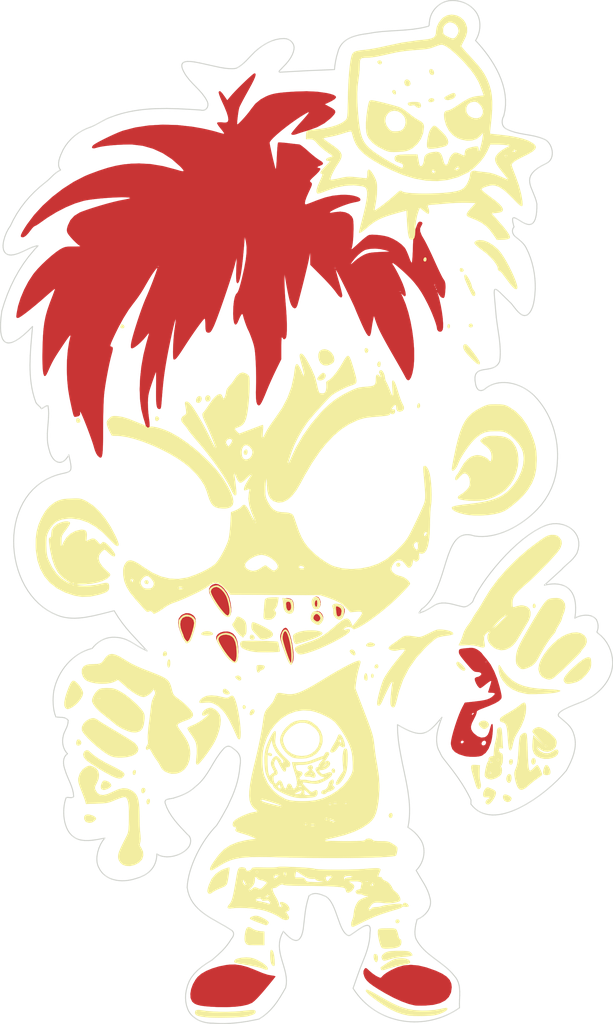
<source format=kicad_pcb>
(kicad_pcb (version 20221018) (generator pcbnew)
  (layers (0 "F.Cu" signal) (31 "B.Cu" signal) (34 "B.Paste" user) (35 "F.Paste" user) (36 "B.SilkS" user "B.Silkscreen") (37 "F.SilkS" user "F.Silkscreen") (38 "B.Mask" user) (39 "F.Mask" user) (44 "Edge.Cuts" user))
  (net 0 "")
  (footprint "LOGO" (layer "F.Cu") (at 53.5517 73.2817)
    (fp_text reference "G***" hide)
    (fp_text value "LOGO" hide)
  )
  (footprint "LOGO" (layer "F.Cu") (at 53.5517 73.2817)
    (fp_text reference "G***" hide)
    (fp_text value "LOGO" hide)
  )
  (footprint "LOGO" (layer "F.Cu") (at 53.5517 73.2817)
    (fp_text reference "G***" hide)
    (fp_text value "LOGO" hide)
  )
  (footprint "LOGO" (layer "F.Cu") (at 53.5517 73.2817)
    (fp_text reference "G***" hide)
    (fp_text value "LOGO" hide)
  )
  (footprint "LOGO" (layer "F.Cu") (at 53.5517 73.2817)
    (fp_text reference "G***" hide)
    (fp_text value "LOGO" hide)
  )
  (footprint "LOGO" (layer "F.Cu") (at 53.5517 73.2817)
    (fp_text reference "G***" hide)
    (fp_text value "LOGO" hide)
    (fp_poly (pts (xy 7.8948 6.424945) (xy 8.037824 6.617822) (xy 8.115001 6.880695) (xy 8.110446 7.165625) (xy 8.040354 7.371566) (xy 7.888526 7.500829) (xy 7.677232 7.528855) (xy 7.487694 7.448646) (xy 7.461536 7.42143) (xy 7.340501 7.182477) (xy 7.311468 6.908448) (xy 7.363762 6.646936) (xy 7.486712 6.445531) (xy 7.669644 6.351825) (xy 7.701817 6.35) (xy 7.8948 6.424945)) (stroke (width 0.01)) (fill solid) (layer "F.Cu"))
    (fp_poly (pts (xy 8.061942 7.86522) (xy 8.246455 8.056828) (xy 8.372323 8.354916) (xy 8.343349 8.641323) (xy 8.16331 8.880368) (xy 8.158915 8.883854) (xy 7.987456 9.009521) (xy 7.868165 9.044189) (xy 7.721404 9.003164) (xy 7.662333 8.979293) (xy 7.375597 8.789747) (xy 7.233921 8.523317) (xy 7.232898 8.257745) (xy 7.353658 7.962594) (xy 7.557256 7.7938) (xy 7.805936 7.758847) (xy 8.061942 7.86522)) (stroke (width 0.01)) (fill solid) (layer "F.Cu"))
    (fp_poly (pts (xy 4.959418 6.521556) (xy 5.185275 6.588647) (xy 5.334 6.688666) (xy 5.435144 6.875775) (xy 5.494544 7.152388) (xy 5.508446 7.453734) (xy 5.473093 7.715039) (xy 5.401733 7.857066) (xy 5.221565 7.94174) (xy 4.988429 7.948941) (xy 4.791417 7.8804) (xy 4.75193 7.844435) (xy 4.684963 7.69905) (xy 4.611527 7.445579) (xy 4.545232 7.144074) (xy 4.499692 6.854587) (xy 4.487333 6.67711) (xy 4.557452 6.565064) (xy 4.732478 6.513453) (xy 4.959418 6.521556)) (stroke (width 0.01)) (fill solid) (layer "F.Cu"))
    (fp_poly (pts (xy 9.73004 7.078048) (xy 10.087678 7.149501) (xy 10.337684 7.331933) (xy 10.460969 7.604663) (xy 10.457078 7.865702) (xy 10.345577 8.242566) (xy 10.18067 8.468584) (xy 9.969971 8.538876) (xy 9.721095 8.448558) (xy 9.640213 8.389484) (xy 9.491524 8.205205) (xy 9.427754 7.934723) (xy 9.422754 7.860318) (xy 9.405699 7.575407) (xy 9.385324 7.327036) (xy 9.380421 7.281333) (xy 9.378633 7.150732) (xy 9.442465 7.090688) (xy 9.614608 7.076378) (xy 9.73004 7.078048)) (stroke (width 0.01)) (fill solid) (layer "F.Cu"))
    (fp_poly (pts (xy -4.723576 7.991739) (xy -4.485639 8.086543) (xy -4.246537 8.261286) (xy -4.107975 8.498731) (xy -4.067465 8.818906) (xy -4.122518 9.241843) (xy -4.270645 9.787569) (xy -4.273247 9.795796) (xy -4.45513 10.300788) (xy -4.630095 10.639946) (xy -4.801833 10.816433) (xy -4.974039 10.833416) (xy -5.150406 10.694059) (xy -5.216789 10.6045) (xy -5.402598 10.26863) (xy -5.581258 9.817602) (xy -5.726686 9.355666) (xy -5.798613 8.896819) (xy -5.729712 8.514672) (xy -5.523073 8.220628) (xy -5.392889 8.124267) (xy -5.051231 7.98027) (xy -4.723576 7.991739)) (stroke (width 0.01)) (fill solid) (layer "F.Cu"))
    (fp_poly (pts (xy -1.868978 5.159481) (xy -1.565306 5.352186) (xy -1.32538 5.582811) (xy -1.020788 5.984436) (xy -0.806646 6.455243) (xy -0.669332 7.030639) (xy -0.620626 7.414761) (xy -0.612043 7.851302) (xy -0.681453 8.139982) (xy -0.823919 8.278159) (xy -1.034504 8.263195) (xy -1.30827 8.09245) (xy -1.519218 7.895166) (xy -1.734652 7.642414) (xy -1.981334 7.308241) (xy -2.23292 6.933872) (xy -2.463066 6.560533) (xy -2.645426 6.22945) (xy -2.753657 5.981847) (xy -2.763618 5.947833) (xy -2.773241 5.618811) (xy -2.634938 5.346615) (xy -2.447928 5.20317) (xy -2.15536 5.112456) (xy -1.868978 5.159481)) (stroke (width 0.01)) (fill solid) (layer "F.Cu"))
    (fp_poly (pts (xy -0.758086 9.812503) (xy -0.431722 9.981828) (xy -0.188409 10.274276) (xy -0.024453 10.698325) (xy 0.063841 11.262455) (xy 0.082596 11.741988) (xy 0.060704 12.240714) (xy -0.011365 12.578845) (xy -0.137281 12.758608) (xy -0.320711 12.782229) (xy -0.565327 12.651935) (xy -0.874797 12.369954) (xy -0.903167 12.340166) (xy -1.165167 12.031063) (xy -1.438164 11.656685) (xy -1.694529 11.260772) (xy -1.906632 10.887066) (xy -2.046847 10.579305) (xy -2.077438 10.481121) (xy -2.060797 10.237287) (xy -1.909192 10.026997) (xy -1.656182 9.86726) (xy -1.335327 9.775082) (xy -0.980186 9.76747) (xy -0.758086 9.812503)) (stroke (width 0.01)) (fill solid) (layer "F.Cu"))
    (fp_poly (pts (xy 4.834961 9.478097) (xy 4.97294 9.70133) (xy 5.109249 10.042111) (xy 5.235873 10.474855) (xy 5.344795 10.973972) (xy 5.428 11.513875) (xy 5.45921 11.811) (xy 5.475162 12.261279) (xy 5.441806 12.60696) (xy 5.367627 12.836156) (xy 5.261113 12.936976) (xy 5.13075 12.897531) (xy 4.985024 12.705934) (xy 4.917824 12.569461) (xy 4.816618 12.322874) (xy 4.681407 11.96916) (xy 4.532244 11.561666) (xy 4.428148 11.266881) (xy 4.291767 10.865742) (xy 4.207345 10.584451) (xy 4.168345 10.383943) (xy 4.168236 10.225157) (xy 4.200481 10.06903) (xy 4.217771 10.00922) (xy 4.359786 9.669179) (xy 4.536198 9.458891) (xy 4.703326 9.398) (xy 4.834961 9.478097)) (stroke (width 0.01)) (fill solid) (layer "F.Cu"))
    (fp_poly (pts (xy 0.343455 42.344911) (xy 0.991283 42.520597) (xy 1.723205 42.802955) (xy 1.859987 42.862773) (xy 2.461863 43.110623) (xy 2.94802 43.269402) (xy 3.284298 43.333514) (xy 3.528251 43.365385) (xy 3.680244 43.407721) (xy 3.707631 43.437211) (xy 3.647898 43.520953) (xy 3.497419 43.712238) (xy 3.274163 43.988781) (xy 2.996095 44.328295) (xy 2.72837 44.651785) (xy 2.313297 45.136435) (xy 1.948326 45.533377) (xy 1.649112 45.826424) (xy 1.431308 45.999392) (xy 1.416036 46.008631) (xy 1.009786 46.178425) (xy 0.454544 46.305832) (xy -0.234363 46.389372) (xy -1.041609 46.427564) (xy -1.951867 46.418928) (xy -2.54 46.39072) (xy -3.149841 46.34251) (xy -3.615275 46.277984) (xy -3.960968 46.190263) (xy -4.211583 46.072465) (xy -4.391786 45.91771) (xy -4.436914 45.861554) (xy -4.576025 45.540523) (xy -4.603005 45.133945) (xy -4.525699 44.675765) (xy -4.351955 44.199931) (xy -4.089619 43.740389) (xy -3.886106 43.478752) (xy -3.536831 43.176815) (xy -3.051749 42.896786) (xy -2.464157 42.651706) (xy -1.807349 42.454616) (xy -1.114621 42.318555) (xy -0.836349 42.284284) (xy -0.254387 42.268579) (xy 0.343455 42.344911)) (stroke (width 0.01)) (fill solid) (layer "F.Cu"))
    (fp_poly (pts (xy 17.653075 42.36603) (xy 18.453211 42.55623) (xy 19.345286 42.872724) (xy 19.384057 42.888408) (xy 19.976988 43.164629) (xy 20.413424 43.453298) (xy 20.706201 43.767812) (xy 20.868154 44.121568) (xy 20.912666 44.483879) (xy 20.840377 45.00584) (xy 20.62435 45.439453) (xy 20.265846 45.783831) (xy 19.766125 46.038088) (xy 19.126447 46.201335) (xy 18.372666 46.271916) (xy 17.989031 46.279582) (xy 17.642255 46.277686) (xy 17.386219 46.266875) (xy 17.314333 46.259177) (xy 16.716513 46.117252) (xy 16.018445 45.864612) (xy 15.239851 45.510044) (xy 14.40045 45.062336) (xy 13.725761 44.660082) (xy 13.243631 44.347325) (xy 12.890498 44.085513) (xy 12.642327 43.853107) (xy 12.475079 43.628567) (xy 12.394276 43.466919) (xy 12.291864 43.13945) (xy 12.303981 42.889024) (xy 12.398224 42.709348) (xy 12.472784 42.62519) (xy 12.549838 42.615145) (xy 12.667584 42.693858) (xy 12.864219 42.875971) (xy 12.885057 42.895979) (xy 13.161096 43.130408) (xy 13.464109 43.342864) (xy 13.619 43.431372) (xy 13.841745 43.53821) (xy 13.965635 43.570432) (xy 14.042783 43.530115) (xy 14.103324 43.450663) (xy 14.297601 43.257407) (xy 14.614637 43.035877) (xy 15.015871 42.809273) (xy 15.462744 42.600794) (xy 15.623199 42.536246) (xy 16.256178 42.357734) (xy 16.926767 42.300431) (xy 17.653075 42.36603)) (stroke (width 0.01)) (fill solid) (layer "F.Cu"))
    (fp_poly (pts (xy 23.115213 11.404507) (xy 23.301998 11.481484) (xy 23.352604 11.506812) (xy 23.603683 11.666762) (xy 23.808741 11.850892) (xy 23.850518 11.903421) (xy 23.996612 12.094618) (xy 24.200731 12.338707) (xy 24.321616 12.475402) (xy 24.703359 12.988842) (xy 25.053299 13.642539) (xy 25.358275 14.408446) (xy 25.579863 15.156377) (xy 25.686919 15.589775) (xy 25.752639 15.89183) (xy 25.780605 16.094468) (xy 25.774399 16.229611) (xy 25.737602 16.329186) (xy 25.715535 16.365575) (xy 25.517642 16.554168) (xy 25.154393 16.767801) (xy 24.625098 17.006832) (xy 24.045333 17.229807) (xy 23.686965 17.367953) (xy 23.468151 17.475025) (xy 23.365183 17.56489) (xy 23.35067 17.636086) (xy 23.323583 17.778238) (xy 23.22877 18.015582) (xy 23.086261 18.298493) (xy 23.075503 18.31785) (xy 22.87168 18.729963) (xy 22.784059 19.053832) (xy 22.813182 19.324891) (xy 22.959587 19.578573) (xy 23.097016 19.730271) (xy 23.445483 20.001681) (xy 23.790434 20.12595) (xy 24.1114 20.098336) (xy 24.285775 20.005548) (xy 24.442946 19.836687) (xy 24.564471 19.571571) (xy 24.642121 19.296198) (xy 24.719567 19.025073) (xy 24.795886 18.838487) (xy 24.853788 18.77717) (xy 24.905927 18.873648) (xy 24.928469 19.097817) (xy 24.923902 19.411098) (xy 24.894713 19.774916) (xy 24.843391 20.150695) (xy 24.772424 20.499858) (xy 24.733508 20.6421) (xy 24.507692 21.207647) (xy 24.220089 21.61784) (xy 23.86837 21.875876) (xy 23.819172 21.897845) (xy 23.54608 21.964984) (xy 23.169253 21.998205) (xy 22.751071 21.996452) (xy 22.353913 21.95867) (xy 22.181111 21.925559) (xy 21.629423 21.751916) (xy 21.23009 21.53056) (xy 20.988735 21.264735) (xy 20.968902 21.226339) (xy 20.874088 20.967059) (xy 20.83972 20.784588) (xy 23.821537 20.784588) (xy 23.934542 20.898939) (xy 24.097311 20.88156) (xy 24.213771 20.786744) (xy 24.277147 20.620774) (xy 24.23213 20.469927) (xy 24.10069 20.404666) (xy 23.935558 20.473273) (xy 23.826333 20.629446) (xy 23.821537 20.784588) (xy 20.83972 20.784588) (xy 20.828673 20.725942) (xy 20.828 20.70231) (xy 20.835976 20.62922) (xy 21.787576 20.62922) (xy 21.799381 20.654968) (xy 21.904502 20.702875) (xy 22.030603 20.650418) (xy 22.097591 20.533099) (xy 22.098 20.522608) (xy 22.036551 20.424622) (xy 21.908298 20.412827) (xy 21.801666 20.489333) (xy 21.787576 20.62922) (xy 20.835976 20.62922) (xy 20.859464 20.414004) (xy 20.946153 20.006668) (xy 21.076508 19.516882) (xy 21.23897 18.981226) (xy 21.421982 18.436277) (xy 21.613985 17.918615) (xy 21.630092 17.88003) (xy 22.86 17.88003) (xy 22.908375 17.914159) (xy 22.989046 17.862968) (xy 23.077802 17.759438) (xy 23.079345 17.717123) (xy 22.98534 17.715311) (xy 22.887596 17.800747) (xy 22.86 17.88003) (xy 21.630092 17.88003) (xy 21.803422 17.46482) (xy 21.940499 17.181495) (xy 22.189918 16.709991) (xy 23.096459 16.612206) (xy 23.658736 16.544209) (xy 24.083466 16.472813) (xy 24.402348 16.389283) (xy 24.647085 16.284885) (xy 24.849378 16.150885) (xy 24.88937 16.118219) (xy 25.08294 15.932748) (xy 25.126468 15.818008) (xy 25.01706 15.760935) (xy 24.807333 15.748) (xy 24.595162 15.738008) (xy 24.477245 15.71305) (xy 24.468666 15.702995) (xy 24.493731 15.605366) (xy 24.559151 15.394916) (xy 24.642228 15.14278) (xy 24.725193 14.871294) (xy 24.77125 14.66874) (xy 24.771533 14.583311) (xy 24.68573 14.604491) (xy 24.518221 14.708491) (xy 24.417952 14.783693) (xy 24.103774 15.031589) (xy 23.895187 15.189981) (xy 23.764364 15.273642) (xy 23.683479 15.297342) (xy 23.624705 15.275855) (xy 23.571357 15.233104) (xy 23.425654 15.062187) (xy 23.289513 14.824341) (xy 23.191164 14.580682) (xy 23.158835 14.392324) (xy 23.166169 14.355897) (xy 23.284363 14.240171) (xy 23.358219 14.224) (xy 23.531658 14.17735) (xy 23.691864 14.089371) (xy 23.812984 13.949372) (xy 23.782005 13.827098) (xy 23.616141 13.742768) (xy 23.373954 13.716) (xy 23.240361 13.70755) (xy 23.120331 13.668515) (xy 22.989002 13.578361) (xy 22.821513 13.416557) (xy 22.593001 13.16257) (xy 22.323105 12.848166) (xy 22.234562 12.742333) (xy 24.214666 12.742333) (xy 24.257 12.784666) (xy 24.299333 12.742333) (xy 24.257 12.7) (xy 24.214666 12.742333) (xy 22.234562 12.742333) (xy 22.015349 12.480317) (xy 21.806193 12.211227) (xy 21.67932 12.015288) (xy 21.618412 11.866891) (xy 21.607152 11.740428) (xy 21.608284 11.726333) (xy 21.626218 11.600717) (xy 21.674355 11.52118) (xy 21.787942 11.471626) (xy 22.002227 11.43596) (xy 22.319753 11.401459) (xy 22.67908 11.370104) (xy 22.925903 11.36925) (xy 23.115213 11.404507)) (stroke (width 0.01)) (fill solid) (layer "F.Cu"))
    (fp_poly (pts (xy 1.747217 -44.668436) (xy 1.768297 -44.553644) (xy 1.715278 -44.347477) (xy 1.583675 -44.037787) (xy 1.369003 -43.612425) (xy 1.066779 -43.059244) (xy 1.015779 -42.968334) (xy 0.765753 -42.518176) (xy 0.540688 -42.102339) (xy 0.355824 -41.749818) (xy 0.226398 -41.489611) (xy 0.170349 -41.359667) (xy 0.125047 -41.171154) (xy 0.076704 -40.891353) (xy 0.030789 -40.565694) (xy -0.007227 -40.239606) (xy -0.031873 -39.958519) (xy -0.037678 -39.767864) (xy -0.02795 -39.712913) (xy 0.045141 -39.746645) (xy 0.198896 -39.883996) (xy 0.407693 -40.096762) (xy 0.645911 -40.356738) (xy 0.887927 -40.63572) (xy 1.108121 -40.905506) (xy 1.280869 -41.137891) (xy 1.32 -41.196703) (xy 1.740027 -41.731797) (xy 2.2546 -42.154901) (xy 2.758149 -42.433463) (xy 3.049968 -42.557537) (xy 3.353375 -42.656328) (xy 3.697359 -42.73479) (xy 4.110905 -42.797879) (xy 4.622999 -42.850551) (xy 5.26263 -42.897762) (xy 5.593251 -42.918159) (xy 6.756167 -42.951963) (xy 7.779516 -42.906829) (xy 8.673881 -42.782106) (xy 9.003477 -42.708384) (xy 9.372898 -42.594284) (xy 9.576864 -42.474326) (xy 9.615477 -42.341268) (xy 9.488838 -42.187867) (xy 9.197048 -42.006883) (xy 9.014555 -41.915781) (xy 8.522571 -41.681261) (xy 9.044952 -41.402834) (xy 9.349094 -41.223355) (xy 9.516604 -41.063692) (xy 9.547862 -40.896252) (xy 9.443245 -40.693441) (xy 9.203134 -40.427667) (xy 9.060239 -40.288978) (xy 8.468311 -39.820738) (xy 7.764785 -39.442239) (xy 6.928985 -39.142642) (xy 6.808137 -39.10854) (xy 6.455873 -39.006503) (xy 6.128793 -38.902571) (xy 5.893713 -38.818053) (xy 5.88137 -38.812973) (xy 5.58697 -38.717508) (xy 5.368344 -38.700425) (xy 5.257096 -38.762384) (xy 5.249333 -38.79981) (xy 5.303779 -38.898026) (xy 5.453297 -39.094321) (xy 5.677159 -39.363227) (xy 5.954635 -39.679277) (xy 6.059053 -39.794644) (xy 6.449214 -40.226286) (xy 6.727311 -40.545024) (xy 6.898719 -40.759945) (xy 6.968815 -40.880134) (xy 6.942975 -40.914678) (xy 6.826574 -40.872664) (xy 6.635779 -40.769406) (xy 6.174221 -40.487728) (xy 5.684304 -40.161275) (xy 5.186107 -39.806313) (xy 4.69971 -39.43911) (xy 4.245192 -39.075934) (xy 3.842635 -38.733051) (xy 3.512116 -38.42673) (xy 3.273716 -38.173237) (xy 3.147514 -37.98884) (xy 3.132666 -37.93138) (xy 3.151626 -37.7881) (xy 3.20268 -37.519149) (xy 3.277089 -37.163193) (xy 3.366112 -36.758898) (xy 3.46101 -36.344929) (xy 3.553044 -35.959953) (xy 3.633474 -35.642635) (xy 3.69356 -35.43164) (xy 3.705525 -35.396944) (xy 3.738422 -35.370109) (xy 3.768149 -35.481244) (xy 3.795709 -35.738821) (xy 3.822103 -36.151313) (xy 3.84046 -36.537628) (xy 3.863892 -36.999042) (xy 3.890943 -37.399921) (xy 3.919053 -37.710165) (xy 3.945658 -37.899672) (xy 3.960083 -37.943151) (xy 4.064214 -37.957052) (xy 4.29928 -37.949165) (xy 4.628589 -37.921651) (xy 4.953 -37.884721) (xy 5.344756 -37.836514) (xy 5.684068 -37.797299) (xy 5.929719 -37.771687) (xy 6.031201 -37.764088) (xy 6.148905 -37.708186) (xy 6.358356 -37.558353) (xy 6.629145 -37.337927) (xy 6.908726 -37.090625) (xy 7.239423 -36.799779) (xy 7.56717 -36.533346) (xy 7.849429 -36.32477) (xy 8.012478 -36.222791) (xy 8.265453 -36.054464) (xy 8.351861 -35.906258) (xy 8.271478 -35.780471) (xy 8.064323 -35.690658) (xy 7.872196 -35.611524) (xy 7.790269 -35.533483) (xy 7.837013 -35.482534) (xy 7.911336 -35.475334) (xy 8.064767 -35.438022) (xy 8.079886 -35.32365) (xy 7.955004 -35.128564) (xy 7.688432 -34.849112) (xy 7.571006 -34.739516) (xy 7.299799 -34.48719) (xy 7.139062 -34.32051) (xy 7.071573 -34.213903) (xy 7.080111 -34.141801) (xy 7.133166 -34.089403) (xy 7.2214 -34.011099) (xy 7.262437 -33.9246) (xy 7.250158 -33.798197) (xy 7.178446 -33.600184) (xy 7.041184 -33.298854) (xy 6.939567 -33.086003) (xy 6.736986 -32.628511) (xy 6.614714 -32.272206) (xy 6.575278 -32.028983) (xy 6.621202 -31.910738) (xy 6.688666 -31.904261) (xy 6.814202 -31.945148) (xy 7.060467 -32.035908) (xy 7.391229 -32.162885) (xy 7.749479 -32.304126) (xy 8.546621 -32.583856) (xy 9.292657 -32.757466) (xy 10.056077 -32.838713) (xy 10.462132 -32.84899) (xy 10.891028 -32.826914) (xy 11.29467 -32.764786) (xy 11.635617 -32.672366) (xy 11.876428 -32.559412) (xy 11.974306 -32.454844) (xy 11.99706 -32.340001) (xy 11.94206 -32.258173) (xy 11.781741 -32.193413) (xy 11.48854 -32.129775) (xy 11.377931 -32.109818) (xy 11.062051 -32.036622) (xy 10.69306 -31.923942) (xy 10.300154 -31.784244) (xy 9.912535 -31.629995) (xy 9.559398 -31.473662) (xy 9.269945 -31.32771) (xy 9.073373 -31.204606) (xy 8.99888 -31.116816) (xy 9.00646 -31.097317) (xy 9.104096 -31.091601) (xy 9.314928 -31.118069) (xy 9.512804 -31.154802) (xy 10.035461 -31.207627) (xy 10.500485 -31.146835) (xy 10.88278 -30.981769) (xy 11.15725 -30.721771) (xy 11.267535 -30.501522) (xy 11.304639 -30.284314) (xy 11.324229 -29.942332) (xy 11.327647 -29.519082) (xy 11.316234 -29.058071) (xy 11.291332 -28.602806) (xy 11.254284 -28.196791) (xy 11.206431 -27.883534) (xy 11.183947 -27.791834) (xy 11.139444 -27.608028) (xy 11.136322 -27.518385) (xy 11.139925 -27.516667) (xy 11.212626 -27.570851) (xy 11.383105 -27.718282) (xy 11.62571 -27.936278) (xy 11.90733 -28.195227) (xy 12.21452 -28.468948) (xy 12.496465 -28.699364) (xy 12.720092 -28.860702) (xy 12.844521 -28.92563) (xy 13.111626 -28.953743) (xy 13.486214 -28.944189) (xy 13.912084 -28.902673) (xy 14.333035 -28.834904) (xy 14.692865 -28.746588) (xy 14.732 -28.73397) (xy 15.185835 -28.542157) (xy 15.629408 -28.28436) (xy 16.018607 -27.991623) (xy 16.309319 -27.694987) (xy 16.401675 -27.559) (xy 16.533069 -27.290622) (xy 16.676395 -26.946387) (xy 16.772007 -26.683641) (xy 16.870936 -26.425384) (xy 16.959245 -26.258083) (xy 17.018294 -26.216813) (xy 17.0195 -26.217975) (xy 17.045234 -26.323589) (xy 17.071153 -26.567033) (xy 17.094876 -26.916823) (xy 17.114027 -27.341475) (xy 17.1208 -27.559) (xy 17.138191 -28.082587) (xy 17.162216 -28.480243) (xy 17.198851 -28.795368) (xy 17.254068 -29.071362) (xy 17.333842 -29.351627) (xy 17.391769 -29.5275) (xy 17.513313 -29.869184) (xy 17.606945 -30.078763) (xy 17.691623 -30.18685) (xy 17.786305 -30.224057) (xy 17.82434 -30.226) (xy 18.007794 -30.177554) (xy 18.052209 -30.042342) (xy 17.953742 -29.835562) (xy 17.930811 -29.804942) (xy 17.819914 -29.55948) (xy 17.835592 -29.258038) (xy 17.981109 -28.88417) (xy 18.181753 -28.539593) (xy 18.310271 -28.315692) (xy 18.490138 -27.968799) (xy 18.705451 -27.531326) (xy 18.940304 -27.035686) (xy 19.178793 -26.514292) (xy 19.212412 -26.439192) (xy 19.43751 -25.942204) (xy 19.648523 -25.489873) (xy 19.832853 -25.108149) (xy 19.977903 -24.822982) (xy 20.071075 -24.660321) (xy 20.085228 -24.641321) (xy 20.217874 -24.438001) (xy 20.28999 -24.185719) (xy 20.307748 -23.845421) (xy 20.280181 -23.408104) (xy 20.243096 -23.078652) (xy 20.201072 -22.885418) (xy 20.143102 -22.795394) (xy 20.069143 -22.775334) (xy 19.868869 -22.85591) (xy 19.671571 -23.100178) (xy 19.577889 -23.274494) (xy 19.519326 -23.378517) (xy 19.517786 -23.341241) (xy 19.522335 -23.325667) (xy 19.694679 -22.698879) (xy 19.840291 -22.05008) (xy 19.954585 -21.411789) (xy 20.032975 -20.816523) (xy 20.070875 -20.2968) (xy 20.063698 -19.885136) (xy 20.034138 -19.696579) (xy 19.93071 -19.529671) (xy 19.771061 -19.480542) (xy 19.608211 -19.537589) (xy 19.495182 -19.689209) (xy 19.473333 -19.819301) (xy 19.438044 -20.03128) (xy 19.340823 -20.360699) (xy 19.194643 -20.773134) (xy 19.012474 -21.234157) (xy 18.807286 -21.709345) (xy 18.592051 -22.164271) (xy 18.582861 -22.182667) (xy 18.252793 -22.81688) (xy 17.94993 -23.338046) (xy 17.759067 -23.622) (xy 19.388666 -23.622) (xy 19.419644 -23.55231) (xy 19.445111 -23.565556) (xy 19.455244 -23.666036) (xy 19.445111 -23.678445) (xy 19.394776 -23.666823) (xy 19.388666 -23.622) (xy 17.759067 -23.622) (xy 17.644427 -23.792552) (xy 17.612425 -23.833667) (xy 19.304 -23.833667) (xy 19.346333 -23.791334) (xy 19.388666 -23.833667) (xy 19.346333 -23.876) (xy 19.304 -23.833667) (xy 17.612425 -23.833667) (xy 17.447671 -24.045334) (xy 19.219333 -24.045334) (xy 19.250311 -23.975644) (xy 19.275777 -23.988889) (xy 19.28591 -24.089369) (xy 19.275777 -24.101778) (xy 19.225443 -24.090156) (xy 19.219333 -24.045334) (xy 17.447671 -24.045334) (xy 17.306437 -24.226784) (xy 17.145 -24.417296) (xy 16.907978 -24.674887) (xy 16.61732 -24.96613) (xy 16.297832 -25.269099) (xy 15.974318 -25.56187) (xy 15.671585 -25.822517) (xy 15.414439 -26.029115) (xy 15.227686 -26.159739) (xy 15.136409 -26.192638) (xy 15.114132 -26.100291) (xy 15.143928 -26.048629) (xy 15.283999 -25.844239) (xy 15.468231 -25.526191) (xy 15.674631 -25.136702) (xy 15.881204 -24.717989) (xy 16.065955 -24.31227) (xy 16.138004 -24.140527) (xy 16.2989 -23.700053) (xy 16.392948 -23.348003) (xy 16.420971 -23.097618) (xy 16.383794 -22.962139) (xy 16.282243 -22.954809) (xy 16.117141 -23.088869) (xy 16.075391 -23.135167) (xy 15.993519 -23.220029) (xy 15.983217 -23.19516) (xy 16.047191 -23.044759) (xy 16.115244 -22.902334) (xy 16.414535 -22.18492) (xy 16.675007 -21.363092) (xy 16.892527 -20.469217) (xy 17.062963 -19.535662) (xy 17.182181 -18.594794) (xy 17.246049 -17.678978) (xy 17.250435 -16.820583) (xy 17.191205 -16.051975) (xy 17.069862 -15.425725) (xy 16.935463 -15.028352) (xy 16.797372 -14.799993) (xy 16.655067 -14.740361) (xy 16.508026 -14.849165) (xy 16.390317 -15.0495) (xy 16.295793 -15.232412) (xy 16.134599 -15.527727) (xy 15.925536 -15.901667) (xy 15.687402 -16.320452) (xy 15.553929 -16.552334) (xy 15.088573 -17.360759) (xy 14.70212 -18.040853) (xy 14.385853 -18.609185) (xy 14.131054 -19.082325) (xy 13.929007 -19.476843) (xy 13.770992 -19.809309) (xy 13.648293 -20.096293) (xy 13.552193 -20.354364) (xy 13.549458 -20.362334) (xy 13.31763 -21.039667) (xy 13.227591 -20.616334) (xy 13.162471 -20.269828) (xy 13.101335 -19.880339) (xy 13.079979 -19.719176) (xy 13.022584 -19.358272) (xy 12.950243 -19.134206) (xy 12.856686 -19.050803) (xy 12.735647 -19.111887) (xy 12.580857 -19.321286) (xy 12.386047 -19.682823) (xy 12.144951 -20.200325) (xy 12.090563 -20.323019) (xy 11.901886 -20.754395) (xy 11.729174 -21.154795) (xy 11.588292 -21.487045) (xy 11.495104 -21.713975) (xy 11.477553 -21.759334) (xy 11.398994 -21.945945) (xy 11.265835 -22.237134) (xy 11.090217 -22.608449) (xy 10.88428 -23.035437) (xy 10.700913 -23.410334) (xy 15.832666 -23.410334) (xy 15.875 -23.368) (xy 15.917333 -23.410334) (xy 15.875 -23.452667) (xy 15.832666 -23.410334) (xy 10.700913 -23.410334) (xy 10.660164 -23.493645) (xy 10.43001 -23.958621) (xy 10.205958 -24.405913) (xy 10.000148 -24.811068) (xy 9.82472 -25.149633) (xy 9.691816 -25.397156) (xy 9.613574 -25.529184) (xy 9.598497 -25.544054) (xy 9.608049 -25.454297) (xy 9.658973 -25.232109) (xy 9.743735 -24.907177) (xy 9.854801 -24.509187) (xy 9.906141 -24.331958) (xy 10.027966 -23.898954) (xy 10.127376 -23.513177) (xy 10.196241 -23.208782) (xy 10.22643 -23.019923) (xy 10.226294 -22.987) (xy 10.162593 -22.839938) (xy 10.038924 -22.845641) (xy 9.861122 -23.000854) (xy 9.635025 -23.302318) (xy 9.619603 -23.325667) (xy 9.447064 -23.556156) (xy 9.180592 -23.872445) (xy 8.848306 -24.242961) (xy 8.478325 -24.636127) (xy 8.199109 -24.920782) (xy 7.423562 -25.696334) (xy 9.482666 -25.696334) (xy 9.525 -25.654) (xy 9.567333 -25.696334) (xy 9.525 -25.738667) (xy 9.482666 -25.696334) (xy 7.423562 -25.696334) (xy 7.112 -26.007898) (xy 7.111462 -26.053597) (xy 11.056516 -26.053597) (xy 11.13482 -26.105421) (xy 11.315692 -26.261555) (xy 11.432107 -26.365441) (xy 11.745132 -26.61578) (xy 12.094462 -26.850627) (xy 12.361333 -26.997461) (xy 12.600115 -27.096832) (xy 12.843099 -27.165755) (xy 13.135619 -27.212311) (xy 13.523011 -27.244578) (xy 13.843 -27.261524) (xy 14.859 -27.308674) (xy 14.399132 -27.455004) (xy 13.934714 -27.557826) (xy 13.427107 -27.597414) (xy 12.936126 -27.574133) (xy 12.521585 -27.488353) (xy 12.403666 -27.442739) (xy 12.103585 -27.255754) (xy 11.766461 -26.968416) (xy 11.440277 -26.626809) (xy 11.173012 -26.277021) (xy 11.145937 -26.234697) (xy 11.065361 -26.099037) (xy 11.056516 -26.053597) (xy 7.111462 -26.053597) (xy 7.097726 -27.220334) (xy 6.943998 -26.458334) (xy 6.878975 -26.159827) (xy 6.780737 -25.738741) (xy 6.657706 -25.228539) (xy 6.518308 -24.662684) (xy 6.370965 -24.074639) (xy 6.224103 -23.497868) (xy 6.086144 -22.965833) (xy 5.965514 -22.511997) (xy 5.870635 -22.169823) (xy 5.830345 -22.0345) (xy 5.715063 -21.817401) (xy 5.566685 -21.760958) (xy 5.401681 -21.863913) (xy 5.259446 -22.078176) (xy 5.172715 -22.284273) (xy 5.084284 -22.572912) (xy 4.98961 -22.963543) (xy 4.884149 -23.475617) (xy 4.76336 -24.128582) (xy 4.710993 -24.426334) (xy 4.593208 -25.103667) (xy 4.585083 -24.341667) (xy 4.590367 -23.977992) (xy 4.610437 -23.499564) (xy 4.642387 -22.960038) (xy 4.683313 -22.413068) (xy 4.699655 -22.225) (xy 4.7592 -21.477211) (xy 4.798854 -20.781097) (xy 4.81834 -20.158942) (xy 4.81738 -19.63303) (xy 4.795697 -19.225645) (xy 4.753012 -18.959071) (xy 4.740812 -18.92163) (xy 4.630742 -18.758824) (xy 4.499497 -18.759813) (xy 4.366152 -18.923915) (xy 4.360333 -18.935272) (xy 4.324447 -18.953559) (xy 4.299053 -18.837038) (xy 4.283274 -18.57556) (xy 4.276233 -18.158975) (xy 4.275666 -17.954919) (xy 4.275666 -16.806334) (xy 3.756234 -15.748) (xy 3.52266 -15.258958) (xy 3.27794 -14.724637) (xy 3.052163 -14.211906) (xy 2.88527 -13.812324) (xy 2.659866 -13.2604) (xy 2.481341 -12.850966) (xy 2.340265 -12.566816) (xy 2.227205 -12.390741) (xy 2.13273 -12.305537) (xy 2.052412 -12.29293) (xy 1.932563 -12.389704) (xy 1.85041 -12.630415) (xy 1.805147 -13.020935) (xy 1.795971 -13.567137) (xy 1.811011 -14.054667) (xy 1.823018 -14.533494) (xy 1.822965 -15.116778) (xy 1.811639 -15.740128) (xy 1.789826 -16.339157) (xy 1.781048 -16.51) (xy 1.747209 -17.062273) (xy 1.711484 -17.486466) (xy 1.667353 -17.823772) (xy 1.608295 -18.115381) (xy 1.52779 -18.402484) (xy 1.439272 -18.669) (xy 1.312141 -19.021742) (xy 1.192722 -19.328411) (xy 1.099344 -19.542938) (xy 1.068729 -19.600334) (xy 0.97556 -19.789011) (xy 0.856675 -20.083529) (xy 0.732674 -20.426852) (xy 0.624159 -20.761944) (xy 0.55174 -21.031714) (xy 0.503084 -21.192859) (xy 0.440684 -21.209777) (xy 0.381222 -21.158714) (xy 0.285143 -21.012625) (xy 0.170415 -20.772806) (xy 0.11095 -20.623378) (xy -0.025658 -20.321822) (xy -0.148845 -20.183832) (xy -0.254336 -20.203888) (xy -0.337857 -20.376467) (xy -0.395134 -20.696051) (xy -0.421892 -21.157118) (xy -0.423334 -21.31341) (xy -0.404551 -21.920232) (xy -0.350933 -22.440125) (xy -0.266576 -22.85107) (xy -0.155576 -23.131049) (xy -0.06558 -23.236374) (xy 0.01549 -23.332413) (xy 0.103073 -23.521366) (xy 0.203856 -23.822671) (xy 0.324525 -24.255769) (xy 0.436214 -24.695408) (xy 0.658058 -25.666642) (xy 0.80719 -26.495908) (xy 0.884766 -27.193613) (xy 0.891942 -27.77016) (xy 0.829875 -28.235955) (xy 0.829787 -28.236334) (xy 0.711482 -28.744334) (xy 0.60734 -27.516667) (xy 0.519106 -26.572821) (xy 0.427812 -25.783381) (xy 0.333966 -25.151136) (xy 0.238075 -24.678871) (xy 0.140644 -24.369372) (xy 0.042181 -24.225425) (xy 0.006895 -24.214667) (xy -0.060814 -24.259022) (xy -0.10579 -24.403347) (xy -0.129508 -24.66453) (xy -0.133441 -25.059458) (xy -0.119065 -25.60502) (xy -0.117699 -25.641682) (xy -0.077289 -26.712334) (xy -0.328763 -25.781) (xy -0.450999 -25.35521) (xy -0.614731 -24.824372) (xy -0.810316 -24.216391) (xy -1.028115 -23.559174) (xy -1.258487 -22.880627) (xy -1.491791 -22.208656) (xy -1.718385 -21.571169) (xy -1.928631 -20.996069) (xy -2.112886 -20.511265) (xy -2.26151 -20.144663) (xy -2.325058 -20.0025) (xy -2.482207 -19.68817) (xy -2.6017 -19.501199) (xy -2.708011 -19.411422) (xy -2.823102 -19.388667) (xy -2.969363 -19.41392) (xy -3.062046 -19.509055) (xy -3.112311 -19.703137) (xy -3.131317 -20.025229) (xy -3.132667 -20.194928) (xy -3.142199 -20.47972) (xy -3.167058 -20.689657) (xy -3.19813 -20.773799) (xy -3.272089 -20.72439) (xy -3.424489 -20.550815) (xy -3.642173 -20.271329) (xy -3.911986 -19.904188) (xy -4.220773 -19.467648) (xy -4.555377 -18.979963) (xy -4.902645 -18.45939) (xy -5.231987 -17.951491) (xy -5.541796 -17.47536) (xy -5.77988 -17.132472) (xy -5.958349 -16.908946) (xy -6.089313 -16.7909) (xy -6.184882 -16.764453) (xy -6.240106 -16.795864) (xy -6.273633 -16.91691) (xy -6.291513 -17.174532) (xy -6.294844 -17.536804) (xy -6.284726 -17.971798) (xy -6.262257 -18.447587) (xy -6.228535 -18.932245) (xy -6.184658 -19.393845) (xy -6.138202 -19.757762) (xy -6.085739 -20.131243) (xy -6.048397 -20.437604) (xy -6.030108 -20.641552) (xy -6.032321 -20.707876) (xy -6.067704 -20.648779) (xy -6.130077 -20.446783) (xy -6.214164 -20.125221) (xy -6.314689 -19.707425) (xy -6.426376 -19.216726) (xy -6.543948 -18.676458) (xy -6.662129 -18.109951) (xy -6.775644 -17.540539) (xy -6.879216 -16.991553) (xy -6.905004 -16.848667) (xy -7.018156 -16.193607) (xy -7.111395 -15.59857) (xy -7.189784 -15.021372) (xy -7.258387 -14.41983) (xy -7.322267 -13.751763) (xy -7.386486 -12.974987) (xy -7.415683 -12.594167) (xy -7.445623 -12.260997) (xy -7.480687 -12.063225) (xy -7.531891 -11.967018) (xy -7.610252 -11.938545) (xy -7.62932 -11.938) (xy -7.740285 -11.963954) (xy -7.824758 -12.053644) (xy -7.885414 -12.224818) (xy -7.924927 -12.495224) (xy -7.945972 -12.882607) (xy -7.951223 -13.404715) (xy -7.94426 -14.027721) (xy -7.938253 -14.523004) (xy -7.937956 -14.947102) (xy -7.942973 -15.276229) (xy -7.952913 -15.486598) (xy -7.96738 -15.554424) (xy -7.969474 -15.551721) (xy -8.015656 -15.43737) (xy -8.103964 -15.1962) (xy -8.222357 -14.861824) (xy -8.358791 -14.467859) (xy -8.380735 -14.403752) (xy -8.536795 -13.931742) (xy -8.64136 -13.565805) (xy -8.704904 -13.254432) (xy -8.737904 -12.94611) (xy -8.750834 -12.589327) (xy -8.750928 -12.583419) (xy -8.742686 -12.119131) (xy -8.709778 -11.607628) (xy -8.659012 -11.150318) (xy -8.651316 -11.099245) (xy -8.605218 -10.746214) (xy -8.581383 -10.436816) (xy -8.583458 -10.224723) (xy -8.589429 -10.189078) (xy -8.680054 -10.025104) (xy -8.800696 -10.007043) (xy -8.904098 -10.130134) (xy -8.931156 -10.2235) (xy -8.979064 -10.416274) (xy -9.064536 -10.710115) (xy -9.170264 -11.045896) (xy -9.185184 -11.091334) (xy -9.389451 -11.906378) (xy -9.51024 -12.840918) (xy -9.548638 -13.867743) (xy -9.50573 -14.959644) (xy -9.382603 -16.089408) (xy -9.180344 -17.229827) (xy -8.900037 -18.353689) (xy -8.894553 -18.372667) (xy -8.789888 -18.740421) (xy -8.705594 -19.048789) (xy -8.651486 -19.261079) (xy -8.636525 -19.337342) (xy -8.681619 -19.318251) (xy -8.799121 -19.191565) (xy -8.928916 -19.029398) (xy -9.172023 -18.741798) (xy -9.454339 -18.454633) (xy -9.742879 -18.196418) (xy -10.004656 -17.995669) (xy -10.206683 -17.880903) (xy -10.276225 -17.864667) (xy -10.368553 -17.882681) (xy -10.408148 -17.963965) (xy -10.405457 -18.149384) (xy -10.389889 -18.309167) (xy -10.341535 -18.569676) (xy -10.243289 -18.957497) (xy -10.105208 -19.441576) (xy -9.937348 -19.99086) (xy -9.749766 -20.574293) (xy -9.552517 -21.160822) (xy -9.35566 -21.719393) (xy -9.169249 -22.218951) (xy -9.003341 -22.628442) (xy -8.957302 -22.733) (xy -8.791289 -23.112429) (xy -8.611253 -23.544204) (xy -8.427688 -24.000667) (xy -8.25109 -24.454165) (xy -8.091953 -24.877039) (xy -7.960771 -25.241636) (xy -7.86804 -25.520297) (xy -7.824253 -25.685369) (xy -7.82473 -25.717619) (xy -7.890248 -25.676584) (xy -8.019097 -25.529527) (xy -8.144356 -25.362336) (xy -8.283208 -25.163717) (xy -8.408881 -24.97529) (xy -8.540547 -24.765684) (xy -8.697377 -24.503531) (xy -8.898542 -24.157461) (xy -9.163212 -23.696106) (xy -9.171317 -23.681933) (xy -9.422569 -23.275649) (xy -9.731201 -22.823887) (xy -10.041489 -22.407191) (xy -10.127326 -22.300136) (xy -10.621752 -21.631412) (xy -11.132267 -20.814806) (xy -11.647411 -19.869515) (xy -11.97107 -19.21254) (xy -12.182684 -18.75908) (xy -12.32324 -18.435821) (xy -12.398998 -18.222314) (xy -12.416216 -18.098108) (xy -12.381153 -18.042753) (xy -12.331762 -18.034) (xy -12.203902 -17.983049) (xy -12.16754 -17.820188) (xy -12.220502 -17.530407) (xy -12.245956 -17.441334) (xy -12.375916 -16.957132) (xy -12.515314 -16.352624) (xy -12.655103 -15.675827) (xy -12.786237 -14.974756) (xy -12.899669 -14.297427) (xy -12.986352 -13.691855) (xy -13.032456 -13.266889) (xy -13.057457 -12.878464) (xy -13.079826 -12.358015) (xy -13.098573 -11.742845) (xy -13.112702 -11.070255) (xy -13.121222 -10.377548) (xy -13.123334 -9.853489) (xy -13.125828 -9.063795) (xy -13.135132 -8.431048) (xy -13.15398 -7.942912) (xy -13.185105 -7.58705) (xy -13.231239 -7.351125) (xy -13.295116 -7.222801) (xy -13.37947 -7.189741) (xy -13.487033 -7.239608) (xy -13.620539 -7.360066) (xy -13.665287 -7.407293) (xy -13.790292 -7.602934) (xy -13.914319 -7.894228) (xy -13.991745 -8.148126) (xy -14.065666 -8.409219) (xy -14.174995 -8.746736) (xy -14.311338 -9.139408) (xy -14.466304 -9.565965) (xy -14.6315 -10.005139) (xy -14.798534 -10.435659) (xy -14.959013 -10.836257) (xy -15.104547 -11.185662) (xy -15.226741 -11.462607) (xy -15.317205 -11.645821) (xy -15.367545 -11.714036) (xy -15.36937 -11.645981) (xy -15.367164 -11.633991) (xy -15.365952 -11.397623) (xy -15.486704 -11.257012) (xy -15.748793 -11.190267) (xy -15.761079 -11.188968) (xy -15.836264 -11.179389) (xy -15.895283 -11.181262) (xy -15.944884 -11.214285) (xy -15.991811 -11.298156) (xy -16.042809 -11.452572) (xy -16.104626 -11.697232) (xy -16.184006 -12.051833) (xy -16.287695 -12.536074) (xy -16.394518 -13.038667) (xy -16.537983 -13.894568) (xy -16.626946 -14.828887) (xy -16.661485 -15.796827) (xy -16.641677 -16.753587) (xy -16.5676 -17.654369) (xy -16.439331 -18.454372) (xy -16.384731 -18.690167) (xy -16.327305 -18.930127) (xy -16.303988 -19.080745) (xy -16.323879 -19.133844) (xy -16.396078 -19.081247) (xy -16.529686 -18.914777) (xy -16.733802 -18.626256) (xy -17.017525 -18.207509) (xy -17.16206 -17.991667) (xy -17.491221 -17.494842) (xy -17.746393 -17.095279) (xy -17.950715 -16.751535) (xy -18.127332 -16.422166) (xy -18.299385 -16.065729) (xy -18.490015 -15.640781) (xy -18.544951 -15.515167) (xy -18.680327 -15.256228) (xy -18.793765 -15.152524) (xy -18.885588 -15.205841) (xy -18.956125 -15.417962) (xy -19.0057 -15.790673) (xy -19.034639 -16.325757) (xy -19.04327 -17.025001) (xy -19.031917 -17.890188) (xy -19.025639 -18.146062) (xy -18.992048 -19.010588) (xy -18.936308 -19.747448) (xy -18.85082 -20.397685) (xy -18.727984 -21.002339) (xy -18.560201 -21.602452) (xy -18.339873 -22.239067) (xy -18.200659 -22.601593) (xy -18.049973 -22.991015) (xy -17.928024 -23.319833) (xy -17.845447 -23.5583) (xy -17.812877 -23.67667) (xy -17.813719 -23.683942) (xy -17.883812 -23.641986) (xy -18.054767 -23.50693) (xy -18.301785 -23.299181) (xy -18.600071 -23.039145) (xy -18.636572 -23.006782) (xy -19.195085 -22.518458) (xy -19.726317 -22.068668) (xy -20.214436 -21.669745) (xy -20.643609 -21.334024) (xy -20.998005 -21.073839) (xy -21.261792 -20.901525) (xy -21.419138 -20.829415) (xy -21.433192 -20.828) (xy -21.537667 -20.842293) (xy -21.582851 -20.913297) (xy -21.58147 -21.083203) (xy -21.562729 -21.257414) (xy -21.420567 -21.986396) (xy -21.169157 -22.778055) (xy -20.828736 -23.58595) (xy -20.419542 -24.363639) (xy -19.961811 -25.06468) (xy -19.825883 -25.243218) (xy -19.491742 -25.631521) (xy -19.265269 -25.865667) (xy -7.789334 -25.865667) (xy -7.747 -25.823334) (xy -7.704667 -25.865667) (xy -7.747 -25.908) (xy -7.789334 -25.865667) (xy -19.265269 -25.865667) (xy -19.081073 -26.056103) (xy -18.628296 -26.485984) (xy -18.167832 -26.890183) (xy -17.7341 -27.237719) (xy -17.361522 -27.497612) (xy -17.245673 -27.565567) (xy -17.020354 -27.679743) (xy -16.820726 -27.749911) (xy -16.593968 -27.78587) (xy -16.287258 -27.797419) (xy -16.002 -27.796285) (xy -15.677258 -27.79801) (xy -15.447512 -27.809729) (xy -15.340719 -27.829329) (xy -15.350951 -27.845474) (xy -15.514534 -27.950256) (xy -15.745154 -28.149818) (xy -16.005567 -28.405533) (xy -16.258523 -28.678772) (xy -16.466775 -28.930906) (xy -16.593076 -29.123306) (xy -16.601911 -29.142823) (xy -16.65545 -29.327194) (xy -16.648122 -29.52524) (xy -16.576321 -29.80383) (xy -16.564166 -29.84279) (xy -16.314514 -30.368792) (xy -15.929838 -30.793026) (xy -15.411432 -31.114179) (xy -15.24 -31.18641) (xy -14.694529 -31.383822) (xy -14.064368 -31.591642) (xy -13.392612 -31.79741) (xy -12.722356 -31.988666) (xy -12.096697 -32.152951) (xy -11.558728 -32.277804) (xy -11.280098 -32.331305) (xy -10.928529 -32.396604) (xy -10.656483 -32.458921) (xy -10.495609 -32.510229) (xy -10.467602 -32.53738) (xy -10.599476 -32.579635) (xy -10.872171 -32.60273) (xy -11.258462 -32.608323) (xy -11.731121 -32.598073) (xy -12.262921 -32.573635) (xy -12.826636 -32.536669) (xy -13.395039 -32.488832) (xy -13.940902 -32.431782) (xy -14.437 -32.367175) (xy -14.856104 -32.29667) (xy -15.028334 -32.25971) (xy -15.855266 -32.008531) (xy -16.744103 -31.63842) (xy -17.657866 -31.167909) (xy -18.559577 -30.61553) (xy -19.175335 -30.18146) (xy -19.434067 -29.997661) (xy -19.648455 -29.863032) (xy -19.776727 -29.80353) (xy -19.784859 -29.802667) (xy -19.892751 -29.73943) (xy -20.046694 -29.579481) (xy -20.120386 -29.485167) (xy -20.419011 -29.101378) (xy -20.657222 -28.853578) (xy -20.851289 -28.726784) (xy -20.970841 -28.702) (xy -21.100977 -28.726949) (xy -21.152759 -28.812176) (xy -21.120986 -28.973249) (xy -21.000459 -29.22574) (xy -20.785977 -29.585219) (xy -20.558105 -29.937779) (xy -19.857444 -30.875631) (xy -19.018908 -31.787396) (xy -18.073955 -32.647742) (xy -17.05404 -33.431338) (xy -15.990622 -34.112853) (xy -14.915157 -34.666954) (xy -14.435667 -34.867975) (xy -13.481823 -35.219584) (xy -12.634267 -35.489223) (xy -11.855833 -35.684892) (xy -11.109353 -35.814589) (xy -10.35766 -35.886313) (xy -9.602695 -35.908042) (xy -8.46467 -35.844544) (xy -7.277586 -35.647713) (xy -6.019416 -35.31385) (xy -5.969 -35.298127) (xy -5.58337 -35.184511) (xy -5.347656 -35.138572) (xy -5.253835 -35.166922) (xy -5.293882 -35.276176) (xy -5.459773 -35.472947) (xy -5.590893 -35.609788) (xy -6.406548 -36.331028) (xy -7.300408 -36.913335) (xy -8.256107 -37.349599) (xy -9.257277 -37.632708) (xy -10.287553 -37.755552) (xy -10.541 -37.760396) (xy -11.150469 -37.749304) (xy -11.769725 -37.718956) (xy -12.364361 -37.672668) (xy -12.899966 -37.613757) (xy -13.342131 -37.545541) (xy -13.656447 -37.471337) (xy -13.70202 -37.455667) (xy -13.980615 -37.381446) (xy -14.155267 -37.395122) (xy -14.208315 -37.48719) (xy -14.122095 -37.648146) (xy -14.102138 -37.67099) (xy -13.960003 -37.778264) (xy -13.693848 -37.936072) (xy -13.335535 -38.128806) (xy -12.916924 -38.340857) (xy -12.469876 -38.556615) (xy -12.026252 -38.76047) (xy -11.617912 -38.936813) (xy -11.276718 -39.070035) (xy -11.176 -39.104582) (xy -9.971146 -39.41882) (xy -8.667316 -39.615319) (xy -7.287886 -39.693401) (xy -5.856231 -39.652392) (xy -4.395728 -39.491617) (xy -3.465907 -39.327432) (xy -3.002221 -39.227679) (xy -2.541495 -39.118753) (xy -2.140255 -39.014562) (xy -1.878425 -38.936895) (xy -1.600978 -38.853728) (xy -1.39157 -38.807134) (xy -1.296894 -38.806885) (xy -1.324589 -38.888828) (xy -1.441145 -39.0615) (xy -1.622368 -39.289562) (xy -1.648185 -39.319996) (xy -1.835516 -39.558766) (xy -1.958885 -39.754566) (xy -1.994294 -39.868667) (xy -1.991799 -39.874551) (xy -1.873268 -39.921116) (xy -1.623817 -39.923154) (xy -1.494843 -39.910965) (xy -1.203386 -39.891403) (xy -1.029604 -39.922856) (xy -0.946246 -39.987033) (xy -0.888997 -40.169839) (xy -0.92513 -40.47229) (xy -1.056049 -40.89946) (xy -1.283158 -41.456427) (xy -1.458829 -41.839501) (xy -1.648722 -42.26335) (xy -1.776228 -42.596695) (xy -1.833498 -42.817465) (xy -1.831076 -42.886203) (xy -1.760871 -42.966968) (xy -1.649034 -42.924905) (xy -1.483616 -42.750726) (xy -1.254788 -42.438223) (xy -0.999865 -42.067705) (xy -0.699899 -42.433353) (xy -0.494846 -42.668093) (xy -0.222081 -42.958852) (xy 0.095428 -43.283502) (xy 0.434718 -43.619911) (xy 0.772821 -43.945952) (xy 1.086772 -44.239494) (xy 1.353607 -44.478407) (xy 1.550358 -44.640562) (xy 1.654061 -44.703829) (xy 1.656523 -44.704) (xy 1.747217 -44.668436)) (stroke (width 0.01)) (fill solid) (layer "F.Cu"))
  )
  (gr_line (start 83.1366 72.9234) (end 82.5632 73.2395) (stroke (width 0.1)) (layer "Edge.Cuts"))
  (gr_line (start 33.3564 58.4192) (end 33.4109 58.8715) (stroke (width 0.1)) (layer "Edge.Cuts"))
  (gr_line (start 44.3023 84.4848) (end 44.7176 84.9478) (stroke (width 0.1)) (layer "Edge.Cuts"))
  (gr_line (start 76.8488 59.1198) (end 76.8032 58.9631) (stroke (width 0.1)) (layer "Edge.Cuts"))
  (gr_line (start 34.5493 80.665) (end 34.9948 80.9762) (stroke (width 0.1)) (layer "Edge.Cuts"))
  (gr_line (start 36.6426 96.3437) (end 36.7064 96.5434) (stroke (width 0.1)) (layer "Edge.Cuts"))
  (gr_line (start 86.3747 79.6048) (end 86.24 79.3157) (stroke (width 0.1)) (layer "Edge.Cuts"))
  (gr_line (start 41.7251 32.661) (end 41.1996 32.8496) (stroke (width 0.1)) (layer "Edge.Cuts"))
  (gr_line (start 75.2159 117.7707) (end 75.182 117.5747) (stroke (width 0.1)) (layer "Edge.Cuts"))
  (gr_line (start 76.9856 25.007) (end 77.0616 24.8098) (stroke (width 0.1)) (layer "Edge.Cuts"))
  (gr_line (start 71.6422 103.8117) (end 71.5634 103.6139) (stroke (width 0.1)) (layer "Edge.Cuts"))
  (gr_line (start 72.1156 110.3402) (end 72.2015 110.1997) (stroke (width 0.1)) (layer "Edge.Cuts"))
  (gr_line (start 30.7166 44.9599) (end 30.6804 45.175) (stroke (width 0.1)) (layer "Edge.Cuts"))
  (gr_line (start 35.5474 89.7681) (end 35.5577 90.1203) (stroke (width 0.1)) (layer "Edge.Cuts"))
  (gr_line (start 36.5871 100.5331) (end 36.5867 100.8088) (stroke (width 0.1)) (layer "Edge.Cuts"))
  (gr_line (start 31.1888 43.7553) (end 31.002 44.114) (stroke (width 0.1)) (layer "Edge.Cuts"))
  (gr_line (start 81.746 45.6367) (end 81.6483 45.4636) (stroke (width 0.1)) (layer "Edge.Cuts"))
  (gr_line (start 90.0703 85.2421) (end 89.9508 84.8498) (stroke (width 0.1)) (layer "Edge.Cuts"))
  (gr_line (start 59.9075 112.4006) (end 59.9693 112.0867) (stroke (width 0.1)) (layer "Edge.Cuts"))
  (gr_line (start 71.3584 81.2416) (end 71.2957 81.2537) (stroke (width 0.1)) (layer "Edge.Cuts"))
  (gr_line (start 66.2267 111.727) (end 66.348 111.7531) (stroke (width 0.1)) (layer "Edge.Cuts"))
  (gr_line (start 66.398 111.7864) (end 66.4398 111.8344) (stroke (width 0.1)) (layer "Edge.Cuts"))
  (gr_line (start 80.4092 42.9687) (end 80.4048 42.8463) (stroke (width 0.1)) (layer "Edge.Cuts"))
  (gr_line (start 36.892 99.2481) (end 36.8198 99.2787) (stroke (width 0.1)) (layer "Edge.Cuts"))
  (gr_line (start 45.6667 105.0098) (end 45.6814 104.7642) (stroke (width 0.1)) (layer "Edge.Cuts"))
  (gr_line (start 78.673 57.2315) (end 78.8601 57.0976) (stroke (width 0.1)) (layer "Edge.Cuts"))
  (gr_line (start 66.081 111.7479) (end 66.2267 111.727) (stroke (width 0.1)) (layer "Edge.Cuts"))
  (gr_line (start 80.2804 75.0561) (end 79.739 75.6012) (stroke (width 0.1)) (layer "Edge.Cuts"))
  (gr_line (start 76.8218 57.9206) (end 76.8733 57.8361) (stroke (width 0.1)) (layer "Edge.Cuts"))
  (gr_line (start 60.1721 110.3709) (end 60.2566 109.8716) (stroke (width 0.1)) (layer "Edge.Cuts"))
  (gr_line (start 80.4184 42.7582) (end 80.4486 42.7012) (stroke (width 0.1)) (layer "Edge.Cuts"))
  (gr_line (start 81.3032 59.1773) (end 81.0304 59.0554) (stroke (width 0.1)) (layer "Edge.Cuts"))
  (gr_line (start 41.5075 81.0213) (end 41.9068 81.659) (stroke (width 0.1)) (layer "Edge.Cuts"))
  (gr_line (start 77.0323 22.95626) (end 76.9412 22.76882) (stroke (width 0.1)) (layer "Edge.Cuts"))
  (gr_line (start 79.7175 31.1556) (end 79.6696 30.6386) (stroke (width 0.1)) (layer "Edge.Cuts"))
  (gr_line (start 62.5618 109.2681) (end 62.7201 109.5036) (stroke (width 0.1)) (layer "Edge.Cuts"))
  (gr_line (start 76.8688 79.3779) (end 76.6536 79.7987) (stroke (width 0.1)) (layer "Edge.Cuts"))
  (gr_line (start 70.3551 92.761) (end 70.6773 92.881) (stroke (width 0.1)) (layer "Edge.Cuts"))
  (gr_line (start 76.3418 99.9025) (end 76.555 100.1548) (stroke (width 0.1)) (layer "Edge.Cuts"))
  (gr_line (start 36.1202 66.5432) (end 36.2521 66.546) (stroke (width 0.1)) (layer "Edge.Cuts"))
  (gr_line (start 36.1525 91.4186) (end 36.471 91.4371) (stroke (width 0.1)) (layer "Edge.Cuts"))
  (gr_line (start 34.1159 60.9874) (end 34.2793 61.1437) (stroke (width 0.1)) (layer "Edge.Cuts"))
  (gr_line (start 63.1149 110.3632) (end 63.3397 110.9929) (stroke (width 0.1)) (layer "Edge.Cuts"))
  (gr_line (start 46.5768 99.4854) (end 46.678 99.4346) (stroke (width 0.1)) (layer "Edge.Cuts"))
  (gr_line (start 57.6357 113.7367) (end 57.6539 113.3877) (stroke (width 0.1)) (layer "Edge.Cuts"))
  (gr_line (start 72.9941 80.3905) (end 72.828 80.468) (stroke (width 0.1)) (layer "Edge.Cuts"))
  (gr_line (start 36.6354 99.9971) (end 36.6035 100.2615) (stroke (width 0.1)) (layer "Edge.Cuts"))
  (gr_line (start 78.8601 57.0976) (end 78.944 57.0127) (stroke (width 0.1)) (layer "Edge.Cuts"))
  (gr_line (start 38.7193 81.6626) (end 39.4284 81.5319) (stroke (width 0.1)) (layer "Edge.Cuts"))
  (gr_line (start 31.9996 72.0078) (end 31.869 72.5488) (stroke (width 0.1)) (layer "Edge.Cuts"))
  (gr_line (start 73.5324 95.2855) (end 73.7013 95.5111) (stroke (width 0.1)) (layer "Edge.Cuts"))
  (gr_line (start 30.426 52.9156) (end 30.4164 53.3958) (stroke (width 0.1)) (layer "Edge.Cuts"))
  (gr_line (start 32.3736 70.9744) (end 32.1677 71.482) (stroke (width 0.1)) (layer "Edge.Cuts"))
  (gr_line (start 78.2451 57.3897) (end 78.4658 57.3255) (stroke (width 0.1)) (layer "Edge.Cuts"))
  (gr_line (start 80.6527 34.3371) (end 80.1946 34.1892) (stroke (width 0.1)) (layer "Edge.Cuts"))
  (gr_line (start 64.9858 112.4003) (end 65.3584 112.137) (stroke (width 0.1)) (layer "Edge.Cuts"))
  (gr_line (start 82.1237 43.3263) (end 82.2361 43.2934) (stroke (width 0.1)) (layer "Edge.Cuts"))
  (gr_line (start 68.3146 120.7007) (end 68.6586 120.8177) (stroke (width 0.1)) (layer "Edge.Cuts"))
  (gr_line (start 86.2812 75.9664) (end 86.5032 75.6965) (stroke (width 0.1)) (layer "Edge.Cuts"))
  (gr_line (start 58.3314 117.1297) (end 58.3083 116.7907) (stroke (width 0.1)) (layer "Edge.Cuts"))
  (gr_line (start 48.4768 118.7787) (end 48.4999 119.1527) (stroke (width 0.1)) (layer "Edge.Cuts"))
  (gr_line (start 76.0206 80.5463) (end 75.9041 80.6) (stroke (width 0.1)) (layer "Edge.Cuts"))
  (gr_line (start 71.5634 103.6139) (end 71.4631 103.4235) (stroke (width 0.1)) (layer "Edge.Cuts"))
  (gr_line (start 58.7152 112.9771) (end 58.9196 113.1074) (stroke (width 0.1)) (layer "Edge.Cuts"))
  (gr_line (start 66.6925 119.8447) (end 67.0013 120.0527) (stroke (width 0.1)) (layer "Edge.Cuts"))
  (gr_line (start 80.4355 44.1917) (end 80.4008 44.0658) (stroke (width 0.1)) (layer "Edge.Cuts"))
  (gr_line (start 80.4048 42.8463) (end 80.4184 42.7582) (stroke (width 0.1)) (layer "Edge.Cuts"))
  (gr_line (start 82.8354 37.8541) (end 83.2159 37.6166) (stroke (width 0.1)) (layer "Edge.Cuts"))
  (gr_line (start 80.9772 51.8881) (end 81.1787 52.0615) (stroke (width 0.1)) (layer "Edge.Cuts"))
  (gr_line (start 33.4109 58.8715) (end 33.4854 59.3206) (stroke (width 0.1)) (layer "Edge.Cuts"))
  (gr_line (start 79.0205 56.914) (end 79.0887 56.8004) (stroke (width 0.1)) (layer "Edge.Cuts"))
  (gr_line (start 83.8835 35.2921) (end 83.7611 35.1722) (stroke (width 0.1)) (layer "Edge.Cuts"))
  (gr_line (start 79.4165 33.0594) (end 79.4707 32.8886) (stroke (width 0.1)) (layer "Edge.Cuts"))
  (gr_line (start 36.635 81.6637) (end 36.9731 81.7185) (stroke (width 0.1)) (layer "Edge.Cuts"))
  (gr_line (start 86.18 92.5941) (end 86.0213 92.3606) (stroke (width 0.1)) (layer "Edge.Cuts"))
  (gr_line (start 49.3101 120.6957) (end 49.4982 120.8417) (stroke (width 0.1)) (layer "Edge.Cuts"))
  (gr_line (start 37.3832 102.9589) (end 37.5693 103.1036) (stroke (width 0.1)) (layer "Edge.Cuts"))
  (gr_line (start 84.1647 35.7579) (end 84.0868 35.5886) (stroke (width 0.1)) (layer "Edge.Cuts"))
  (gr_line (start 78.0205 26.8637) (end 77.7196 26.4603) (stroke (width 0.1)) (layer "Edge.Cuts"))
  (gr_line (start 44.9339 106.4983) (end 45.0798 106.356) (stroke (width 0.1)) (layer "Edge.Cuts"))
  (gr_line (start 69.0072 120.9167) (end 69.3599 120.9977) (stroke (width 0.1)) (layer "Edge.Cuts"))
  (gr_line (start 36.7064 96.5434) (end 36.814 96.8708) (stroke (width 0.1)) (layer "Edge.Cuts"))
  (gr_line (start 80.8389 74.5379) (end 80.2804 75.0561) (stroke (width 0.1)) (layer "Edge.Cuts"))
  (gr_line (start 70.88 112.6262) (end 70.8723 112.3758) (stroke (width 0.1)) (layer "Edge.Cuts"))
  (gr_line (start 33.5818 59.7663) (end 33.7019 60.2084) (stroke (width 0.1)) (layer "Edge.Cuts"))
  (gr_line (start 77.2133 23.7677) (end 77.1946 23.5586) (stroke (width 0.1)) (layer "Edge.Cuts"))
  (gr_line (start 41.586 83.6139) (end 41.3007 83.6145) (stroke (width 0.1)) (layer "Edge.Cuts"))
  (gr_line (start 71.7178 92.9633) (end 71.9375 92.8896) (stroke (width 0.1)) (layer "Edge.Cuts"))
  (gr_line (start 75.28 21.55907) (end 74.9908 21.50194) (stroke (width 0.1)) (layer "Edge.Cuts"))
  (gr_line (start 59.328 113.1998) (end 59.4259 113.1748) (stroke (width 0.1)) (layer "Edge.Cuts"))
  (gr_line (start 37.5693 103.1036) (end 37.7245 103.2046) (stroke (width 0.1)) (layer "Edge.Cuts"))
  (gr_line (start 63.9335 112.3521) (end 64.0805 112.5305) (stroke (width 0.1)) (layer "Edge.Cuts"))
  (gr_line (start 64.6907 25.0536) (end 64.4808 25.1472) (stroke (width 0.1)) (layer "Edge.Cuts"))
  (gr_line (start 57.8409 112.6773) (end 58.0254 112.3147) (stroke (width 0.1)) (layer "Edge.Cuts"))
  (gr_line (start 76.8307 22.59051) (end 76.7005 22.42282) (stroke (width 0.1)) (layer "Edge.Cuts"))
  (gr_line (start 58.4633 27.4533) (end 58.6295 27.2327) (stroke (width 0.1)) (layer "Edge.Cuts"))
  (gr_line (start 83.0269 34.8342) (end 82.5579 34.7092) (stroke (width 0.1)) (layer "Edge.Cuts"))
  (gr_line (start 60.2566 109.8716) (end 60.3712 109.376) (stroke (width 0.1)) (layer "Edge.Cuts"))
  (gr_line (start 43.3085 107.2532) (end 43.5613 107.1813) (stroke (width 0.1)) (layer "Edge.Cuts"))
  (gr_line (start 81.9487 52.0658) (end 82.0566 51.953) (stroke (width 0.1)) (layer "Edge.Cuts"))
  (gr_line (start 72.2709 23.6776) (end 72.2634 23.8362) (stroke (width 0.1)) (layer "Edge.Cuts"))
  (gr_line (start 33.8943 60.7419) (end 33.958 60.8287) (stroke (width 0.1)) (layer "Edge.Cuts"))
  (gr_line (start 35.4947 38.5852) (end 35.1646 38.9085) (stroke (width 0.1)) (layer "Edge.Cuts"))
  (gr_line (start 30.7023 45.7651) (end 30.7627 45.9302) (stroke (width 0.1)) (layer "Edge.Cuts"))
  (gr_line (start 77.215 23.9786) (end 77.2133 23.7677) (stroke (width 0.1)) (layer "Edge.Cuts"))
  (gr_line (start 81.0596 100.2694) (end 81.7332 99.9117) (stroke (width 0.1)) (layer "Edge.Cuts"))
  (gr_line (start 60.7146 108.7241) (end 60.9078 108.6514) (stroke (width 0.1)) (layer "Edge.Cuts"))
  (gr_line (start 44.9754 32.0576) (end 44.425 32.1049) (stroke (width 0.1)) (layer "Edge.Cuts"))
  (gr_line (start 67.6439 120.4127) (end 67.9762 120.5657) (stroke (width 0.1)) (layer "Edge.Cuts"))
  (gr_line (start 36.814 96.8708) (end 36.9419 97.1935) (stroke (width 0.1)) (layer "Edge.Cuts"))
  (gr_line (start 79.0025 49.8079) (end 79.1749 49.9613) (stroke (width 0.1)) (layer "Edge.Cuts"))
  (gr_line (start 72.587 120.9517) (end 72.9376 120.8617) (stroke (width 0.1)) (layer "Edge.Cuts"))
  (gr_line (start 53.0432 112.2657) (end 53.1143 112.3571) (stroke (width 0.1)) (layer "Edge.Cuts"))
  (gr_line (start 35.0763 62.5549) (end 35.0097 63.3411) (stroke (width 0.1)) (layer "Edge.Cuts"))
  (gr_line (start 45.8484 104.8632) (end 46.0321 104.9397) (stroke (width 0.1)) (layer "Edge.Cuts"))
  (gr_line (start 39.9777 84.103) (end 39.7543 84.2824) (stroke (width 0.1)) (layer "Edge.Cuts"))
  (gr_line (start 41.8474 83.6313) (end 41.586 83.6139) (stroke (width 0.1)) (layer "Edge.Cuts"))
  (gr_line (start 88.5957 81.9061) (end 88.4915 81.785) (stroke (width 0.1)) (layer "Edge.Cuts"))
  (gr_line (start 58.3335 112.6383) (end 58.5179 112.8148) (stroke (width 0.1)) (layer "Edge.Cuts"))
  (gr_line (start 78.613 50.0029) (end 78.6183 49.8313) (stroke (width 0.1)) (layer "Edge.Cuts"))
  (gr_line (start 61.5256 108.6685) (end 61.7422 108.7331) (stroke (width 0.1)) (layer "Edge.Cuts"))
  (gr_line (start 59.0004 26.5054) (end 59.0646 26.2389) (stroke (width 0.1)) (layer "Edge.Cuts"))
  (gr_line (start 52.2693 28.0733) (end 51.794 27.9915) (stroke (width 0.1)) (layer "Edge.Cuts"))
  (gr_line (start 34.0506 45.4422) (end 33.9929 45.5093) (stroke (width 0.1)) (layer "Edge.Cuts"))
  (gr_line (start 72.1619 23.9988) (end 72.0774 24.0135) (stroke (width 0.1)) (layer "Edge.Cuts"))
  (gr_line (start 47.1199 101.0681) (end 46.8693 100.6683) (stroke (width 0.1)) (layer "Edge.Cuts"))
  (gr_line (start 49.3767 27.4745) (end 48.9786 27.4259) (stroke (width 0.1)) (layer "Edge.Cuts"))
  (gr_line (start 60.1047 110.9128) (end 60.1721 110.3709) (stroke (width 0.1)) (layer "Edge.Cuts"))
  (gr_line (start 67.9762 120.5657) (end 68.3146 120.7007) (stroke (width 0.1)) (layer "Edge.Cuts"))
  (gr_line (start 82.3265 38.319) (end 82.5418 38.0879) (stroke (width 0.1)) (layer "Edge.Cuts"))
  (gr_line (start 75.2441 73.8048) (end 75.437 73.7032) (stroke (width 0.1)) (layer "Edge.Cuts"))
  (gr_line (start 82.7963 71.151) (end 83.2188 70.678) (stroke (width 0.1)) (layer "Edge.Cuts"))
  (gr_line (start 63.6184 25.8772) (end 63.4986 26.0863) (stroke (width 0.1)) (layer "Edge.Cuts"))
  (gr_line (start 38.0129 81.7411) (end 38.3653 81.7096) (stroke (width 0.1)) (layer "Edge.Cuts"))
  (gr_line (start 76.8954 25.1972) (end 76.9856 25.007) (stroke (width 0.1)) (layer "Edge.Cuts"))
  (gr_line (start 60.9078 108.6514) (end 61.1078 108.6218) (stroke (width 0.1)) (layer "Edge.Cuts"))
  (gr_line (start 72.0013 114.3367) (end 71.7662 114.1147) (stroke (width 0.1)) (layer "Edge.Cuts"))
  (gr_line (start 82.5418 38.0879) (end 82.8354 37.8541) (stroke (width 0.1)) (layer "Edge.Cuts"))
  (gr_line (start 71.6995 105.0681) (end 71.7365 104.8579) (stroke (width 0.1)) (layer "Edge.Cuts"))
  (gr_line (start 52.5417 113.6587) (end 52.3249 113.9227) (stroke (width 0.1)) (layer "Edge.Cuts"))
  (gr_line (start 79.7156 100.785) (end 80.0484 100.6847) (stroke (width 0.1)) (layer "Edge.Cuts"))
  (gr_line (start 54.1807 27.5606) (end 53.9442 27.7614) (stroke (width 0.1)) (layer "Edge.Cuts"))
  (gr_line (start 72.3677 23.12994) (end 72.3209 23.3248) (stroke (width 0.1)) (layer "Edge.Cuts"))
  (gr_line (start 48.9244 106.4291) (end 48.8147 106.8396) (stroke (width 0.1)) (layer "Edge.Cuts"))
  (gr_line (start 85.784 76.4335) (end 86.0377 76.213) (stroke (width 0.1)) (layer "Edge.Cuts"))
  (gr_line (start 72.3832 109.2508) (end 72.3461 109.0819) (stroke (width 0.1)) (layer "Edge.Cuts"))
  (gr_line (start 77.4116 26.0773) (end 77.1009 25.7162) (stroke (width 0.1)) (layer "Edge.Cuts"))
  (gr_line (start 52.9688 113.0315) (end 52.7551 113.3637) (stroke (width 0.1)) (layer "Edge.Cuts"))
  (gr_line (start 45.0798 106.356) (end 45.2113 106.2018) (stroke (width 0.1)) (layer "Edge.Cuts"))
  (gr_line (start 79.3889 33.2357) (end 79.4165 33.0594) (stroke (width 0.1)) (layer "Edge.Cuts"))
  (gr_line (start 86.7068 73.7289) (end 86.5578 73.4678) (stroke (width 0.1)) (layer "Edge.Cuts"))
  (gr_line (start 88.7546 82.4855) (end 88.7331 82.3096) (stroke (width 0.1)) (layer "Edge.Cuts"))
  (gr_line (start 79.9116 58.7718) (end 79.633 58.7535) (stroke (width 0.1)) (layer "Edge.Cuts"))
  (gr_line (start 31.8495 75.9343) (end 31.97 76.492) (stroke (width 0.1)) (layer "Edge.Cuts"))
  (gr_line (start 80.7738 72.7492) (end 81.1492 72.5157) (stroke (width 0.1)) (layer "Edge.Cuts"))
  (gr_line (start 53.1566 112.4586) (end 53.171 112.5676) (stroke (width 0.1)) (layer "Edge.Cuts"))
  (gr_line (start 50.661 31.7239) (end 50.6177 31.8796) (stroke (width 0.1)) (layer "Edge.Cuts"))
  (gr_line (start 55.874 25.9714) (end 55.5536 26.2139) (stroke (width 0.1)) (layer "Edge.Cuts"))
  (gr_line (start 36.9228 86.2165) (end 36.6896 86.4995) (stroke (width 0.1)) (layer "Edge.Cuts"))
  (gr_line (start 66.4969 111.9789) (end 66.514 112.195) (stroke (width 0.1)) (layer "Edge.Cuts"))
  (gr_line (start 52.322 111.8037) (end 52.9423 112.1869) (stroke (width 0.1)) (layer "Edge.Cuts"))
  (gr_line (start 72.9943 93.3617) (end 72.9902 93.7585) (stroke (width 0.1)) (layer "Edge.Cuts"))
  (gr_line (start 64.0805 112.5305) (end 64.2436 112.6612) (stroke (width 0.1)) (layer "Edge.Cuts"))
  (gr_line (start 32.8056 41.1552) (end 32.3919 41.7006) (stroke (width 0.1)) (layer "Edge.Cuts"))
  (gr_line (start 65.9162 111.8075) (end 66.081 111.7479) (stroke (width 0.1)) (layer "Edge.Cuts"))
  (gr_line (start 88.7529 82.6442) (end 88.7546 82.4855) (stroke (width 0.1)) (layer "Edge.Cuts"))
  (gr_line (start 70.9702 92.9602) (end 71.2385 92.9996) (stroke (width 0.1)) (layer "Edge.Cuts"))
  (gr_line (start 85.4327 90.657) (end 85.896 90.4314) (stroke (width 0.1)) (layer "Edge.Cuts"))
  (gr_line (start 78.8393 28.1807) (end 78.5846 27.7255) (stroke (width 0.1)) (layer "Edge.Cuts"))
  (gr_line (start 50.5231 115.4487) (end 50.0586 115.7777) (stroke (width 0.1)) (layer "Edge.Cuts"))
  (gr_line (start 35.5577 90.1203) (end 35.5894 90.4699) (stroke (width 0.1)) (layer "Edge.Cuts"))
  (gr_line (start 70.6336 24.2828) (end 69.9027 24.3531) (stroke (width 0.1)) (layer "Edge.Cuts"))
  (gr_line (start 46.678 99.4346) (end 46.8037 99.4001) (stroke (width 0.1)) (layer "Edge.Cuts"))
  (gr_line (start 78.6237 50.233) (end 78.613 50.0029) (stroke (width 0.1)) (layer "Edge.Cuts"))
  (gr_line (start 35.4706 81.2452) (end 35.9764 81.4688) (stroke (width 0.1)) (layer "Edge.Cuts"))
  (gr_line (start 54.8405 26.8912) (end 54.408 27.3431) (stroke (width 0.1)) (layer "Edge.Cuts"))
  (gr_line (start 89.5863 84.1175) (end 89.3445 83.7877) (stroke (width 0.1)) (layer "Edge.Cuts"))
  (gr_line (start 73.7013 95.5111) (end 74.4468 96.4625) (stroke (width 0.1)) (layer "Edge.Cuts"))
  (gr_line (start 85.1335 78.483) (end 84.8418 78.4279) (stroke (width 0.1)) (layer "Edge.Cuts"))
  (gr_line (start 72.9159 79.0845) (end 73.0563 78.7713) (stroke (width 0.1)) (layer "Edge.Cuts"))
  (gr_line (start 84.7663 97.5841) (end 85.2444 97.0915) (stroke (width 0.1)) (layer "Edge.Cuts"))
  (gr_line (start 75.215 119.3857) (end 75.2274 118.9857) (stroke (width 0.1)) (layer "Edge.Cuts"))
  (gr_line (start 88.1051 89.4303) (end 88.3493 89.2634) (stroke (width 0.1)) (layer "Edge.Cuts"))
  (gr_line (start 36.0886 37.5623) (end 36.1108 37.6824) (stroke (width 0.1)) (layer "Edge.Cuts"))
  (gr_line (start 74.4849 74.7287) (end 74.6141 74.4957) (stroke (width 0.1)) (layer "Edge.Cuts"))
  (gr_line (start 69.8345 96.7986) (end 69.6469 95.9143) (stroke (width 0.1)) (layer "Edge.Cuts"))
  (gr_line (start 32.6177 70.4884) (end 32.3736 70.9744) (stroke (width 0.1)) (layer "Edge.Cuts"))
  (gr_line (start 73.3315 80.2945) (end 73.162 80.3333) (stroke (width 0.1)) (layer "Edge.Cuts"))
  (gr_line (start 77.0284 100.549) (end 77.2864 100.6937) (stroke (width 0.1)) (layer "Edge.Cuts"))
  (gr_line (start 88.3744 81.6852) (end 88.2464 81.6054) (stroke (width 0.1)) (layer "Edge.Cuts"))
  (gr_line (start 39.4226 103.4187) (end 39.827 103.3592) (stroke (width 0.1)) (layer "Edge.Cuts"))
  (gr_line (start 52.0135 94.7039) (end 52.2191 94.472) (stroke (width 0.1)) (layer "Edge.Cuts"))
  (gr_line (start 79.9718 34.0951) (end 79.7539 33.9846) (stroke (width 0.1)) (layer "Edge.Cuts"))
  (gr_line (start 76.7005 22.42282) (end 76.55 22.26722) (stroke (width 0.1)) (layer "Edge.Cuts"))
  (gr_line (start 71.5746 105.4775) (end 71.6453 105.2751) (stroke (width 0.1)) (layer "Edge.Cuts"))
  (gr_line (start 75.2469 118.1717) (end 75.2159 117.7707) (stroke (width 0.1)) (layer "Edge.Cuts"))
  (gr_line (start 70.1793 98.5767) (end 70.0186 97.6862) (stroke (width 0.1)) (layer "Edge.Cuts"))
  (gr_line (start 85.6167 72.7234) (end 85.3193 72.6202) (stroke (width 0.1)) (layer "Edge.Cuts"))
  (gr_line (start 71.7703 107.6786) (end 71.376 107.0234) (stroke (width 0.1)) (layer "Edge.Cuts"))
  (gr_line (start 77.105 59.4868) (end 76.9976 59.393) (stroke (width 0.1)) (layer "Edge.Cuts"))
  (gr_line (start 84.4267 68.4675) (end 84.5975 67.8581) (stroke (width 0.1)) (layer "Edge.Cuts"))
  (gr_line (start 82.4113 40.2197) (end 82.2074 39.7189) (stroke (width 0.1)) (layer "Edge.Cuts"))
  (gr_line (start 77.3585 57.546) (end 77.5676 57.5021) (stroke (width 0.1)) (layer "Edge.Cuts"))
  (gr_line (start 73.0391 94.1521) (end 73.0861 94.3468) (stroke (width 0.1)) (layer "Edge.Cuts"))
  (gr_line (start 84.252 36.6728) (end 84.2801 36.4926) (stroke (width 0.1)) (layer "Edge.Cuts"))
  (gr_line (start 80.7533 58.9535) (end 80.4733 58.8722) (stroke (width 0.1)) (layer "Edge.Cuts"))
  (gr_line (start 76.8032 58.9631) (end 76.7392 58.5722) (stroke (width 0.1)) (layer "Edge.Cuts"))
  (gr_line (start 39.0124 84.8018) (end 38.6705 84.9311) (stroke (width 0.1)) (layer "Edge.Cuts"))
  (gr_line (start 34.99 63.7352) (end 34.992 64.1288) (stroke (width 0.1)) (layer "Edge.Cuts"))
  (gr_line (start 36.5471 94.2621) (end 36.6143 94.4597) (stroke (width 0.1)) (layer "Edge.Cuts"))
  (gr_line (start 37.4421 85.7025) (end 37.1739 85.9503) (stroke (width 0.1)) (layer "Edge.Cuts"))
  (gr_line (start 85.0752 90.8883) (end 85.2369 90.7724) (stroke (width 0.1)) (layer "Edge.Cuts"))
  (gr_line (start 80.5717 44.4206) (end 80.4933 44.3112) (stroke (width 0.1)) (layer "Edge.Cuts"))
  (gr_line (start 30.6704 45.5816) (end 30.7023 45.7651) (stroke (width 0.1)) (layer "Edge.Cuts"))
  (gr_line (start 70.8723 112.3758) (end 70.8878 112.1157) (stroke (width 0.1)) (layer "Edge.Cuts"))
  (gr_line (start 70.9846 113.0634) (end 70.9158 112.8582) (stroke (width 0.1)) (layer "Edge.Cuts"))
  (gr_line (start 79.3866 100.8638) (end 79.7156 100.785) (stroke (width 0.1)) (layer "Edge.Cuts"))
  (gr_line (start 64.4808 25.1472) (end 64.2805 25.2562) (stroke (width 0.1)) (layer "Edge.Cuts"))
  (gr_line (start 82.1904 71.7276) (end 82.5033 71.443) (stroke (width 0.1)) (layer "Edge.Cuts"))
  (gr_line (start 78.7571 51.7646) (end 78.6237 50.233) (stroke (width 0.1)) (layer "Edge.Cuts"))
  (gr_line (start 48.8444 29.2104) (end 49.1571 29.5546) (stroke (width 0.1)) (layer "Edge.Cuts"))
  (gr_line (start 48.1492 28.0559) (end 48.2125 28.2314) (stroke (width 0.1)) (layer "Edge.Cuts"))
  (gr_line (start 90.0637 86.9339) (end 90.1275 86.6476) (stroke (width 0.1)) (layer "Edge.Cuts"))
  (gr_line (start 35.6595 38.4315) (end 35.4947 38.5852) (stroke (width 0.1)) (layer "Edge.Cuts"))
  (gr_line (start 48.0194 102.1712) (end 47.7027 101.8166) (stroke (width 0.1)) (layer "Edge.Cuts"))
  (gr_line (start 58.0254 112.3147) (end 58.3335 112.6383) (stroke (width 0.1)) (layer "Edge.Cuts"))
  (gr_line (start 77.2002 24.1897) (end 77.215 23.9786) (stroke (width 0.1)) (layer "Edge.Cuts"))
  (gr_line (start 49.821 27.556) (end 49.3767 27.4745) (stroke (width 0.1)) (layer "Edge.Cuts"))
  (gr_line (start 56.816 119.9337) (end 57.1347 119.5637) (stroke (width 0.1)) (layer "Edge.Cuts"))
  (gr_line (start 62.3853 109.0698) (end 62.5618 109.2681) (stroke (width 0.1)) (layer "Edge.Cuts"))
  (gr_line (start 49.9422 121.0677) (end 50.1867 121.1477) (stroke (width 0.1)) (layer "Edge.Cuts"))
  (gr_line (start 58.3103 25.2044) (end 58.1066 25.1832) (stroke (width 0.1)) (layer "Edge.Cuts"))
  (gr_line (start 86.6831 81.6477) (end 86.4881 81.752) (stroke (width 0.1)) (layer "Edge.Cuts"))
  (gr_line (start 66.266 113.9297) (end 66.1597 114.2817) (stroke (width 0.1)) (layer "Edge.Cuts"))
  (gr_line (start 50.538 32.0104) (end 50.4272 32.1104) (stroke (width 0.1)) (layer "Edge.Cuts"))
  (gr_line (start 53.7957 96.1689) (end 53.7317 96.7272) (stroke (width 0.1)) (layer "Edge.Cuts"))
  (gr_line (start 34.5636 61.2314) (end 34.7224 61.1271) (stroke (width 0.1)) (layer "Edge.Cuts"))
  (gr_line (start 82.3416 43.2322) (end 82.4388 43.1395) (stroke (width 0.1)) (layer "Edge.Cuts"))
  (gr_line (start 53.2212 98.678) (end 53.0328 99.1447) (stroke (width 0.1)) (layer "Edge.Cuts"))
  (gr_line (start 80.1922 58.8115) (end 79.9116 58.7718) (stroke (width 0.1)) (layer "Edge.Cuts"))
  (gr_line (start 32.3919 41.7006) (end 32.0137 42.2709) (stroke (width 0.1)) (layer "Edge.Cuts"))
  (gr_line (start 40.1339 81.3685) (end 41.5075 81.0213) (stroke (width 0.1)) (layer "Edge.Cuts"))
  (gr_line (start 35.9522 87.765) (end 35.8207 88.106) (stroke (width 0.1)) (layer "Edge.Cuts"))
  (gr_line (start 41.2779 107.211) (end 41.515 107.2821) (stroke (width 0.1)) (layer "Edge.Cuts"))
  (gr_line (start 76.5031 80.1614) (end 76.2592 80.3855) (stroke (width 0.1)) (layer "Edge.Cuts"))
  (gr_line (start 84.5975 67.8581) (end 84.7117 67.2351) (stroke (width 0.1)) (layer "Edge.Cuts"))
  (gr_line (start 36.1488 37.7979) (end 36.204 37.9083) (stroke (width 0.1)) (layer "Edge.Cuts"))
  (gr_line (start 86.8116 74.0169) (end 86.7068 73.7289) (stroke (width 0.1)) (layer "Edge.Cuts"))
  (gr_line (start 63.329 26.5799) (end 63.2248 26.9324) (stroke (width 0.1)) (layer "Edge.Cuts"))
  (gr_line (start 30.9835 54.8554) (end 31.0885 54.8838) (stroke (width 0.1)) (layer "Edge.Cuts"))
  (gr_line (start 83.4201 72.7926) (end 83.1366 72.9234) (stroke (width 0.1)) (layer "Edge.Cuts"))
  (gr_line (start 48.5571 28.8409) (end 48.8444 29.2104) (stroke (width 0.1)) (layer "Edge.Cuts"))
  (gr_line (start 84.2062 78.4161) (end 83.867 78.4563) (stroke (width 0.1)) (layer "Edge.Cuts"))
  (gr_line (start 57.8803 115.1047) (end 57.7873 114.7657) (stroke (width 0.1)) (layer "Edge.Cuts"))
  (gr_line (start 88.7344 82.786) (end 88.7529 82.6442) (stroke (width 0.1)) (layer "Edge.Cuts"))
  (gr_line (start 78.9038 53.0713) (end 78.8162 52.4177) (stroke (width 0.1)) (layer "Edge.Cuts"))
  (gr_line (start 65.2829 116.5877) (end 64.8331 117.8737) (stroke (width 0.1)) (layer "Edge.Cuts"))
  (gr_line (start 86.6925 75.4059) (end 86.8127 75.0263) (stroke (width 0.1)) (layer "Edge.Cuts"))
  (gr_line (start 84.2647 36.1209) (end 84.2245 35.9365) (stroke (width 0.1)) (layer "Edge.Cuts"))
  (gr_line (start 51.2411 102.2656) (end 50.9773 102.5736) (stroke (width 0.1)) (layer "Edge.Cuts"))
  (gr_line (start 59.8177 112.6895) (end 59.9075 112.4006) (stroke (width 0.1)) (layer "Edge.Cuts"))
  (gr_line (start 81.6056 52.2183) (end 81.7158 52.2023) (stroke (width 0.1)) (layer "Edge.Cuts"))
  (gr_line (start 86.8982 90.0241) (end 87.316 89.8561) (stroke (width 0.1)) (layer "Edge.Cuts"))
  (gr_line (start 90.1655 86.3538) (end 90.176 86.0532) (stroke (width 0.1)) (layer "Edge.Cuts"))
  (gr_line (start 65.3584 112.137) (end 65.7373 111.8977) (stroke (width 0.1)) (layer "Edge.Cuts"))
  (gr_line (start 70.3484 100.8129) (end 70.3511 100.3647) (stroke (width 0.1)) (layer "Edge.Cuts"))
  (gr_line (start 50.5084 31.1478) (end 50.6184 31.3626) (stroke (width 0.1)) (layer "Edge.Cuts"))
  (gr_line (start 69.9996 92.5993) (end 70.3551 92.761) (stroke (width 0.1)) (layer "Edge.Cuts"))
  (gr_line (start 86.1466 73.0324) (end 85.8941 72.8613) (stroke (width 0.1)) (layer "Edge.Cuts"))
  (gr_line (start 74.9778 117.0147) (end 74.8677 116.8397) (stroke (width 0.1)) (layer "Edge.Cuts"))
  (gr_line (start 48.4974 27.4382) (end 48.3745 27.4705) (stroke (width 0.1)) (layer "Edge.Cuts"))
  (gr_line (start 38.6221 103.4495) (end 39.0182 103.4526) (stroke (width 0.1)) (layer "Edge.Cuts"))
  (gr_line (start 53.1143 112.3571) (end 53.1566 112.4586) (stroke (width 0.1)) (layer "Edge.Cuts"))
  (gr_line (start 78.4344 100.9571) (end 78.745 100.9513) (stroke (width 0.1)) (layer "Edge.Cuts"))
  (gr_line (start 88.6395 83.11) (end 88.7051 82.9108) (stroke (width 0.1)) (layer "Edge.Cuts"))
  (gr_line (start 79.9907 73.1598) (end 80.387 72.9647) (stroke (width 0.1)) (layer "Edge.Cuts"))
  (gr_line (start 35.7119 88.4536) (end 35.6266 88.8058) (stroke (width 0.1)) (layer "Edge.Cuts"))
  (gr_line (start 37.3005 66.9801) (end 37.2849 67.1937) (stroke (width 0.1)) (layer "Edge.Cuts"))
  (gr_line (start 82.719 42.3875) (end 82.7554 42.0877) (stroke (width 0.1)) (layer "Edge.Cuts"))
  (gr_line (start 63.0184 28.2128) (end 60.377 28.321) (stroke (width 0.1)) (layer "Edge.Cuts"))
  (gr_line (start 72.1497 92.7801) (end 72.3587 92.6358) (stroke (width 0.1)) (layer "Edge.Cuts"))
  (gr_line (start 86.5578 73.4678) (end 86.3695 73.235) (stroke (width 0.1)) (layer "Edge.Cuts"))
  (gr_line (start 74.4034 21.47368) (end 74.4034 21.47368) (stroke (width 0.1)) (layer "Edge.Cuts"))
  (gr_line (start 61.3139 108.6294) (end 61.5256 108.6685) (stroke (width 0.1)) (layer "Edge.Cuts"))
  (gr_line (start 89.4115 88.2344) (end 89.581 87.9937) (stroke (width 0.1)) (layer "Edge.Cuts"))
  (gr_line (start 36.3876 66.5186) (end 36.5256 66.4578) (stroke (width 0.1)) (layer "Edge.Cuts"))
  (gr_line (start 79.5767 30.128) (end 79.443 29.6254) (stroke (width 0.1)) (layer "Edge.Cuts"))
  (gr_line (start 50.9431 121.2707) (end 51.184 121.2747) (stroke (width 0.1)) (layer "Edge.Cuts"))
  (gr_line (start 70.9216 111.8544) (end 70.9688 111.6006) (stroke (width 0.1)) (layer "Edge.Cuts"))
  (gr_line (start 81.601 34.5323) (end 81.1232 34.4457) (stroke (width 0.1)) (layer "Edge.Cuts"))
  (gr_line (start 72.5992 79.6771) (end 72.764 79.3871) (stroke (width 0.1)) (layer "Edge.Cuts"))
  (gr_line (start 79.4256 33.5803) (end 79.391 33.4114) (stroke (width 0.1)) (layer "Edge.Cuts"))
  (gr_line (start 83.5902 61.4217) (end 83.3473 61.0443) (stroke (width 0.1)) (layer "Edge.Cuts"))
  (gr_line (start 40.0264 104.1846) (end 39.9057 104.5797) (stroke (width 0.1)) (layer "Edge.Cuts"))
  (gr_line (start 65.8246 119.1127) (end 66.1033 119.3747) (stroke (width 0.1)) (layer "Edge.Cuts"))
  (gr_line (start 81.8593 72.0027) (end 82.1904 71.7276) (stroke (width 0.1)) (layer "Edge.Cuts"))
  (gr_line (start 71.7003 104.0153) (end 71.6422 103.8117) (stroke (width 0.1)) (layer "Edge.Cuts"))
  (gr_line (start 66.0391 114.6307) (end 65.7681 115.3167) (stroke (width 0.1)) (layer "Edge.Cuts"))
  (gr_line (start 79.2022 56.0163) (end 79.2047 55.689) (stroke (width 0.1)) (layer "Edge.Cuts"))
  (gr_line (start 37.2171 97.8342) (end 37.3439 98.157) (stroke (width 0.1)) (layer "Edge.Cuts"))
  (gr_line (start 54.408 27.3431) (end 54.1807 27.5606) (stroke (width 0.1)) (layer "Edge.Cuts"))
  (gr_line (start 48.8489 108.8541) (end 49.0181 109.2135) (stroke (width 0.1)) (layer "Edge.Cuts"))
  (gr_line (start 34.9948 80.9762) (end 35.4706 81.2452) (stroke (width 0.1)) (layer "Edge.Cuts"))
  (gr_line (start 36.4751 86.7976) (end 36.2802 87.109) (stroke (width 0.1)) (layer "Edge.Cuts"))
  (gr_line (start 84.01 62.2156) (end 83.8111 61.8126) (stroke (width 0.1)) (layer "Edge.Cuts"))
  (gr_line (start 83.2159 37.6166) (end 83.6918 37.374) (stroke (width 0.1)) (layer "Edge.Cuts"))
  (gr_line (start 40.1398 106.33) (end 40.2862 106.5341) (stroke (width 0.1)) (layer "Edge.Cuts"))
  (gr_line (start 74.5426 80.3861) (end 74.1948 80.3132) (stroke (width 0.1)) (layer "Edge.Cuts"))
  (gr_line (start 41.3007 83.6145) (end 41.0162 83.6487) (stroke (width 0.1)) (layer "Edge.Cuts"))
  (gr_line (start 86.0734 79.0695) (end 85.8771 78.8648) (stroke (width 0.1)) (layer "Edge.Cuts"))
  (gr_line (start 83.867 78.4563) (end 83.5166 78.525) (stroke (width 0.1)) (layer "Edge.Cuts"))
  (gr_line (start 32.2048 47.8611) (end 31.7906 48.6018) (stroke (width 0.1)) (layer "Edge.Cuts"))
  (gr_line (start 36.3052 36.5265) (end 36.2053 36.7878) (stroke (width 0.1)) (layer "Edge.Cuts"))
  (gr_line (start 82.1812 38.5487) (end 82.3265 38.319) (stroke (width 0.1)) (layer "Edge.Cuts"))
  (gr_line (start 48.6694 107.6433) (end 48.637 108.0316) (stroke (width 0.1)) (layer "Edge.Cuts"))
  (gr_line (start 33.2223 69.5936) (end 32.9005 70.0271) (stroke (width 0.1)) (layer "Edge.Cuts"))
  (gr_line (start 57.6324 28.3552) (end 57.68 28.2933) (stroke (width 0.1)) (layer "Edge.Cuts"))
  (gr_line (start 80.4105 43.8103) (end 80.4601 43.6882) (stroke (width 0.1)) (layer "Edge.Cuts"))
  (gr_line (start 33.5825 45.5204) (end 33.902 45.4274) (stroke (width 0.1)) (layer "Edge.Cuts"))
  (gr_line (start 71.1371 106.2097) (end 71.2684 106.0412) (stroke (width 0.1)) (layer "Edge.Cuts"))
  (gr_line (start 70.9688 111.6006) (end 71.0838 111.1494) (stroke (width 0.1)) (layer "Edge.Cuts"))
  (gr_line (start 86.8127 75.0263) (end 86.8694 74.6672) (stroke (width 0.1)) (layer "Edge.Cuts"))
  (gr_line (start 44.425 32.1049) (end 43.8773 32.1709) (stroke (width 0.1)) (layer "Edge.Cuts"))
  (gr_line (start 39.7543 84.2824) (end 39.5499 84.4827) (stroke (width 0.1)) (layer "Edge.Cuts"))
  (gr_line (start 86.508 93.6293) (end 86.4706 93.405) (stroke (width 0.1)) (layer "Edge.Cuts"))
  (gr_line (start 63.1273 27.3875) (end 63.0531 27.847) (stroke (width 0.1)) (layer "Edge.Cuts"))
  (gr_line (start 71.7381 104.2232) (end 71.7003 104.0153) (stroke (width 0.1)) (layer "Edge.Cuts"))
  (gr_line (start 85.8771 78.8648) (end 85.6535 78.6999) (stroke (width 0.1)) (layer "Edge.Cuts"))
  (gr_line (start 49.2094 105.6025) (end 49.0565 106.0159) (stroke (width 0.1)) (layer "Edge.Cuts"))
  (gr_line (start 50.6046 96.8821) (end 50.9017 96.4011) (stroke (width 0.1)) (layer "Edge.Cuts"))
  (gr_line (start 83.627 35.0758) (end 83.4828 35.0067) (stroke (width 0.1)) (layer "Edge.Cuts"))
  (gr_line (start 52.569 94.2542) (end 52.6817 94.2452) (stroke (width 0.1)) (layer "Edge.Cuts"))
  (gr_line (start 48.7204 108.4611) (end 48.8489 108.8541) (stroke (width 0.1)) (layer "Edge.Cuts"))
  (gr_line (start 36.5948 96.1327) (end 36.6426 96.3437) (stroke (width 0.1)) (layer "Edge.Cuts"))
  (gr_line (start 36.6896 86.4995) (end 36.4751 86.7976) (stroke (width 0.1)) (layer "Edge.Cuts"))
  (gr_line (start 71.9074 110.5994) (end 72.1156 110.3402) (stroke (width 0.1)) (layer "Edge.Cuts"))
  (gr_line (start 74.2935 116.1797) (end 74.0541 115.9557) (stroke (width 0.1)) (layer "Edge.Cuts"))
  (gr_line (start 87.854 89.5829) (end 88.1051 89.4303) (stroke (width 0.1)) (layer "Edge.Cuts"))
  (gr_line (start 36.5028 94.0575) (end 36.5471 94.2621) (stroke (width 0.1)) (layer "Edge.Cuts"))
  (gr_line (start 34.4061 61.3183) (end 34.5636 61.2314) (stroke (width 0.1)) (layer "Edge.Cuts"))
  (gr_line (start 36.5256 66.4578) (end 36.6652 66.3609) (stroke (width 0.1)) (layer "Edge.Cuts"))
  (gr_line (start 57.7103 114.4257) (end 57.6571 114.0827) (stroke (width 0.1)) (layer "Edge.Cuts"))
  (gr_line (start 82.2074 39.7189) (end 82.13 39.4779) (stroke (width 0.1)) (layer "Edge.Cuts"))
  (gr_line (start 82.0802 39.2416) (end 82.0665 39.0088) (stroke (width 0.1)) (layer "Edge.Cuts"))
  (gr_line (start 79.6696 30.6386) (end 79.5767 30.128) (stroke (width 0.1)) (layer "Edge.Cuts"))
  (gr_line (start 72.2015 110.1997) (end 72.2736 110.053) (stroke (width 0.1)) (layer "Edge.Cuts"))
  (gr_line (start 38.8268 33.966) (end 38.4215 34.1612) (stroke (width 0.1)) (layer "Edge.Cuts"))
  (gr_line (start 44.0103 107.0394) (end 44.4162 106.856) (stroke (width 0.1)) (layer "Edge.Cuts"))
  (gr_line (start 36.8787 67.5384) (end 36.6009 67.6072) (stroke (width 0.1)) (layer "Edge.Cuts"))
  (gr_line (start 48.9413 103.7526) (end 48.9729 103.5862) (stroke (width 0.1)) (layer "Edge.Cuts"))
  (gr_line (start 80.1946 34.1892) (end 79.9718 34.0951) (stroke (width 0.1)) (layer "Edge.Cuts"))
  (gr_line (start 69.6063 92.3949) (end 69.9996 92.5993) (stroke (width 0.1)) (layer "Edge.Cuts"))
  (gr_line (start 67.6998 24.4991) (end 66.9693 24.5797) (stroke (width 0.1)) (layer "Edge.Cuts"))
  (gr_line (start 86.8674 74.3302) (end 86.8116 74.0169) (stroke (width 0.1)) (layer "Edge.Cuts"))
  (gr_line (start 36.6248 92.9569) (end 36.5536 93.1762) (stroke (width 0.1)) (layer "Edge.Cuts"))
  (gr_line (start 47.4003 101.4499) (end 47.1199 101.0681) (stroke (width 0.1)) (layer "Edge.Cuts"))
  (gr_line (start 52.909 94.3138) (end 53.0262 94.3884) (stroke (width 0.1)) (layer "Edge.Cuts"))
  (gr_line (start 79.5866 73.3324) (end 79.9907 73.1598) (stroke (width 0.1)) (layer "Edge.Cuts"))
  (gr_line (start 75.4719 97.9155) (end 75.7818 98.4212) (stroke (width 0.1)) (layer "Edge.Cuts"))
  (gr_line (start 48.8064 104.0602) (end 48.8849 103.9125) (stroke (width 0.1)) (layer "Edge.Cuts"))
  (gr_line (start 83.8111 61.8126) (end 83.5902 61.4217) (stroke (width 0.1)) (layer "Edge.Cuts"))
  (gr_line (start 66.355 113.5737) (end 66.266 113.9297) (stroke (width 0.1)) (layer "Edge.Cuts"))
  (gr_line (start 54.5399 121.0927) (end 55.6405 120.8787) (stroke (width 0.1)) (layer "Edge.Cuts"))
  (gr_line (start 49.1874 98.4166) (end 49.4289 98.2045) (stroke (width 0.1)) (layer "Edge.Cuts"))
  (gr_line (start 34.0229 45.3912) (end 34.0665 45.3995) (stroke (width 0.1)) (layer "Edge.Cuts"))
  (gr_line (start 37.1555 67.4068) (end 37.0807 67.4571) (stroke (width 0.1)) (layer "Edge.Cuts"))
  (gr_line (start 49.9576 32.1632) (end 48.8568 32.0928) (stroke (width 0.1)) (layer "Edge.Cuts"))
  (gr_line (start 36.6035 100.2615) (end 36.5871 100.5331) (stroke (width 0.1)) (layer "Edge.Cuts"))
  (gr_line (start 88.6822 82.1165) (end 88.5957 81.9061) (stroke (width 0.1)) (layer "Edge.Cuts"))
  (gr_line (start 36.9005 91.5954) (end 37.0219 91.7156) (stroke (width 0.1)) (layer "Edge.Cuts"))
  (gr_line (start 71.376 107.0234) (end 70.9922 106.3659) (stroke (width 0.1)) (layer "Edge.Cuts"))
  (gr_line (start 79.2198 76.1637) (end 78.7282 76.7344) (stroke (width 0.1)) (layer "Edge.Cuts"))
  (gr_line (start 36.7668 91.5143) (end 36.9005 91.5954) (stroke (width 0.1)) (layer "Edge.Cuts"))
  (gr_line (start 78.1322 100.9357) (end 78.4344 100.9571) (stroke (width 0.1)) (layer "Edge.Cuts"))
  (gr_line (start 37.5577 99.1637) (end 37.4806 99.2272) (stroke (width 0.1)) (layer "Edge.Cuts"))
  (gr_line (start 73.2872 115.3397) (end 72.7611 114.9487) (stroke (width 0.1)) (layer "Edge.Cuts"))
  (gr_line (start 36.945 66.0462) (end 37.0831 65.8226) (stroke (width 0.1)) (layer "Edge.Cuts"))
  (gr_line (start 59.6123 113.0398) (end 59.6916 112.9368) (stroke (width 0.1)) (layer "Edge.Cuts"))
  (gr_line (start 48.1175 27.9049) (end 48.1492 28.0559) (stroke (width 0.1)) (layer "Edge.Cuts"))
  (gr_line (start 42.53 107.3721) (end 42.791 107.3492) (stroke (width 0.1)) (layer "Edge.Cuts"))
  (gr_line (start 84.0062 37.1478) (end 84.1167 37.004) (stroke (width 0.1)) (layer "Edge.Cuts"))
  (gr_line (start 31.6005 54.8134) (end 31.9123 54.6653) (stroke (width 0.1)) (layer "Edge.Cuts"))
  (gr_line (start 84.3551 72.5353) (end 84.0258 72.5871) (stroke (width 0.1)) (layer "Edge.Cuts"))
  (gr_line (start 48.637 108.0316) (end 48.7204 108.4611) (stroke (width 0.1)) (layer "Edge.Cuts"))
  (gr_line (start 36.0855 37.3116) (end 36.0886 37.5623) (stroke (width 0.1)) (layer "Edge.Cuts"))
  (gr_line (start 76.2592 80.3855) (end 76.0206 80.5463) (stroke (width 0.1)) (layer "Edge.Cuts"))
  (gr_line (start 49.3813 105.1913) (end 49.2094 105.6025) (stroke (width 0.1)) (layer "Edge.Cuts"))
  (gr_line (start 82.4261 47.5685) (end 82.3031 47.0693) (stroke (width 0.1)) (layer "Edge.Cuts"))
  (gr_line (start 60.377 28.321) (end 57.7025 28.4682) (stroke (width 0.1)) (layer "Edge.Cuts"))
  (gr_line (start 32.5354 78.0907) (end 32.7906 78.588) (stroke (width 0.1)) (layer "Edge.Cuts"))
  (gr_line (start 48.7536 120.0357) (end 48.8398 120.1907) (stroke (width 0.1)) (layer "Edge.Cuts"))
  (gr_line (start 84.2013 69.0588) (end 84.4267 68.4675) (stroke (width 0.1)) (layer "Edge.Cuts"))
  (gr_line (start 71.6594 110.8246) (end 71.9074 110.5994) (stroke (width 0.1)) (layer "Edge.Cuts"))
  (gr_line (start 81.2828 52.1284) (end 81.3889 52.1787) (stroke (width 0.1)) (layer "Edge.Cuts"))
  (gr_line (start 89.0651 83.4889) (end 88.7498 83.2263) (stroke (width 0.1)) (layer "Edge.Cuts"))
  (gr_line (start 72.2482 23.9053) (end 72.2167 23.9611) (stroke (width 0.1)) (layer "Edge.Cuts"))
  (gr_line (start 88.7051 82.9108) (end 88.7344 82.786) (stroke (width 0.1)) (layer "Edge.Cuts"))
  (gr_line (start 48.2733 27.5192) (end 48.1953 27.5856) (stroke (width 0.1)) (layer "Edge.Cuts"))
  (gr_line (start 50.6184 31.3626) (end 50.6629 31.5495) (stroke (width 0.1)) (layer "Edge.Cuts"))
  (gr_line (start 36.5275 36.0338) (end 36.3052 36.5265) (stroke (width 0.1)) (layer "Edge.Cuts"))
  (gr_line (start 43.0942 83.1842) (end 43.8944 84.0478) (stroke (width 0.1)) (layer "Edge.Cuts"))
  (gr_line (start 82.0056 43.3343) (end 82.1237 43.3263) (stroke (width 0.1)) (layer "Edge.Cuts"))
  (gr_line (start 71.3814 111.0099) (end 71.6594 110.8246) (stroke (width 0.1)) (layer "Edge.Cuts"))
  (gr_line (start 59.2277 113.2033) (end 59.328 113.1998) (stroke (width 0.1)) (layer "Edge.Cuts"))
  (gr_line (start 64.5295 112.6971) (end 64.661 112.6222) (stroke (width 0.1)) (layer "Edge.Cuts"))
  (gr_line (start 71.151 113.3557) (end 70.9846 113.0634) (stroke (width 0.1)) (layer "Edge.Cuts"))
  (gr_line (start 42.3032 82.2207) (end 42.6984 82.7235) (stroke (width 0.1)) (layer "Edge.Cuts"))
  (gr_line (start 83.2568 34.9134) (end 83.0269 34.8342) (stroke (width 0.1)) (layer "Edge.Cuts"))
  (gr_line (start 81.9637 46.101) (end 81.746 45.6367) (stroke (width 0.1)) (layer "Edge.Cuts"))
  (gr_line (start 84.7117 67.2351) (end 84.7468 66.92) (stroke (width 0.1)) (layer "Edge.Cuts"))
  (gr_line (start 46.8037 99.4001) (end 46.9469 99.375) (stroke (width 0.1)) (layer "Edge.Cuts"))
  (gr_line (start 32.1677 71.482) (end 31.9996 72.0078) (stroke (width 0.1)) (layer "Edge.Cuts"))
  (gr_line (start 31.97 76.492) (end 32.1247 77.0395) (stroke (width 0.1)) (layer "Edge.Cuts"))
  (gr_line (start 71.5443 113.8787) (end 71.3384 113.6267) (stroke (width 0.1)) (layer "Edge.Cuts"))
  (gr_line (start 71.2814 81.2283) (end 71.304 81.1746) (stroke (width 0.1)) (layer "Edge.Cuts"))
  (gr_line (start 48.3745 27.4705) (end 48.2733 27.5192) (stroke (width 0.1)) (layer "Edge.Cuts"))
  (gr_line (start 72.2167 23.9611) (end 72.1619 23.9988) (stroke (width 0.1)) (layer "Edge.Cuts"))
  (gr_line (start 74.8889 80.4747) (end 74.5426 80.3861) (stroke (width 0.1)) (layer "Edge.Cuts"))
  (gr_line (start 36.9531 92.1989) (end 36.8819 92.3957) (stroke (width 0.1)) (layer "Edge.Cuts"))
  (gr_line (start 71.8758 121.0817) (end 72.2329 121.0257) (stroke (width 0.1)) (layer "Edge.Cuts"))
  (gr_line (start 72.0131 80.4496) (end 72.2252 80.2105) (stroke (width 0.1)) (layer "Edge.Cuts"))
  (gr_line (start 33.958 60.8287) (end 34.1159 60.9874) (stroke (width 0.1)) (layer "Edge.Cuts"))
  (gr_line (start 74.8677 116.8397) (end 74.7326 116.6727) (stroke (width 0.1)) (layer "Edge.Cuts"))
  (gr_line (start 48.6796 104.2213) (end 48.8064 104.0602) (stroke (width 0.1)) (layer "Edge.Cuts"))
  (gr_line (start 75.6469 73.6344) (end 75.8752 73.6005) (stroke (width 0.1)) (layer "Edge.Cuts"))
  (gr_line (start 81.0304 59.0554) (end 80.7533 58.9535) (stroke (width 0.1)) (layer "Edge.Cuts"))
  (gr_line (start 70.0186 97.6862) (end 69.8345 96.7986) (stroke (width 0.1)) (layer "Edge.Cuts"))
  (gr_line (start 89.9508 84.8498) (end 89.7889 84.4732) (stroke (width 0.1)) (layer "Edge.Cuts"))
  (gr_line (start 63.3397 110.9929) (end 63.5604 111.6017) (stroke (width 0.1)) (layer "Edge.Cuts"))
  (gr_line (start 40.4725 83.8178) (end 40.2179 83.9472) (stroke (width 0.1)) (layer "Edge.Cuts"))
  (gr_line (start 48.8366 117.1937) (end 48.6714 117.6077) (stroke (width 0.1)) (layer "Edge.Cuts"))
  (gr_line (start 58.2516 117.8147) (end 58.3151 117.4707) (stroke (width 0.1)) (layer "Edge.Cuts"))
  (gr_line (start 77.5097 73.7828) (end 77.9268 73.7549) (stroke (width 0.1)) (layer "Edge.Cuts"))
  (gr_line (start 43.3328 32.2576) (end 42.7923 32.3669) (stroke (width 0.1)) (layer "Edge.Cuts"))
  (gr_line (start 81.1492 72.5157) (end 81.5116 72.2661) (stroke (width 0.1)) (layer "Edge.Cuts"))
  (gr_line (start 33.3184 56.116) (end 33.2942 57.0448) (stroke (width 0.1)) (layer "Edge.Cuts"))
  (gr_line (start 43.5613 107.1813) (end 44.0103 107.0394) (stroke (width 0.1)) (layer "Edge.Cuts"))
  (gr_line (start 72.2634 23.8362) (end 72.2482 23.9053) (stroke (width 0.1)) (layer "Edge.Cuts"))
  (gr_line (start 77.1432 78.9086) (end 76.8688 79.3779) (stroke (width 0.1)) (layer "Edge.Cuts"))
  (gr_line (start 33.4854 59.3206) (end 33.5818 59.7663) (stroke (width 0.1)) (layer "Edge.Cuts"))
  (gr_line (start 53.1585 112.6819) (end 53.12 112.7989) (stroke (width 0.1)) (layer "Edge.Cuts"))
  (gr_line (start 84.0258 72.5871) (end 83.7006 72.6815) (stroke (width 0.1)) (layer "Edge.Cuts"))
  (gr_line (start 78.8665 49.7055) (end 79.0025 49.8079) (stroke (width 0.1)) (layer "Edge.Cuts"))
  (gr_line (start 80.6079 51.4582) (end 80.7862 51.6798) (stroke (width 0.1)) (layer "Edge.Cuts"))
  (gr_line (start 53.1474 94.4877) (end 53.3706 94.6523) (stroke (width 0.1)) (layer "Edge.Cuts"))
  (gr_line (start 38.0354 34.3937) (end 37.6724 34.6612) (stroke (width 0.1)) (layer "Edge.Cuts"))
  (gr_line (start 51.6554 111.4293) (end 52.322 111.8037) (stroke (width 0.1)) (layer "Edge.Cuts"))
  (gr_line (start 36.5536 93.1762) (end 36.5041 93.4325) (stroke (width 0.1)) (layer "Edge.Cuts"))
  (gr_line (start 50.468 103.2511) (end 50.226 103.6157) (stroke (width 0.1)) (layer "Edge.Cuts"))
  (gr_line (start 47.9797 104.7367) (end 48.178 104.6287) (stroke (width 0.1)) (layer "Edge.Cuts"))
  (gr_line (start 49.4614 109.8435) (end 49.7267 110.1201) (stroke (width 0.1)) (layer "Edge.Cuts"))
  (gr_line (start 79.0976 54.3798) (end 78.9038 53.0713) (stroke (width 0.1)) (layer "Edge.Cuts"))
  (gr_line (start 62.7201 109.5036) (end 62.8632 109.7694) (stroke (width 0.1)) (layer "Edge.Cuts"))
  (gr_line (start 77.7196 26.4603) (end 77.4116 26.0773) (stroke (width 0.1)) (layer "Edge.Cuts"))
  (gr_line (start 30.8876 54.809) (end 30.9835 54.8554) (stroke (width 0.1)) (layer "Edge.Cuts"))
  (gr_line (start 74.7326 116.6727) (end 74.5205 116.4177) (stroke (width 0.1)) (layer "Edge.Cuts"))
  (gr_line (start 58.8322 25.4965) (end 58.6799 25.3659) (stroke (width 0.1)) (layer "Edge.Cuts"))
  (gr_line (start 66.3929 119.6197) (end 66.6925 119.8447) (stroke (width 0.1)) (layer "Edge.Cuts"))
  (gr_line (start 57.1347 119.5637) (end 57.4298 119.1667) (stroke (width 0.1)) (layer "Edge.Cuts"))
  (gr_line (start 70.4341 121.1377) (end 70.795 121.1497) (stroke (width 0.1)) (layer "Edge.Cuts"))
  (gr_line (start 39.0182 103.4526) (end 39.4226 103.4187) (stroke (width 0.1)) (layer "Edge.Cuts"))
  (gr_line (start 31.0863 50.1524) (end 30.7957 50.9547) (stroke (width 0.1)) (layer "Edge.Cuts"))
  (gr_line (start 79.1749 49.9613) (end 80.2969 51.0601) (stroke (width 0.1)) (layer "Edge.Cuts"))
  (gr_line (start 69.4757 95.0336) (end 69.3489 94.3241) (stroke (width 0.1)) (layer "Edge.Cuts"))
  (gr_line (start 48.8147 106.8396) (end 48.7291 107.2452) (stroke (width 0.1)) (layer "Edge.Cuts"))
  (gr_line (start 79.6041 33.8731) (end 79.4956 33.7363) (stroke (width 0.1)) (layer "Edge.Cuts"))
  (gr_line (start 33.9846 68.823) (end 33.5835 69.1912) (stroke (width 0.1)) (layer "Edge.Cuts"))
  (gr_line (start 77.2864 100.6937) (end 77.5571 100.8054) (stroke (width 0.1)) (layer "Edge.Cuts"))
  (gr_line (start 36.6029 101.0856) (end 36.636 101.3601) (stroke (width 0.1)) (layer "Edge.Cuts"))
  (gr_line (start 88.4915 81.785) (end 88.3744 81.6852) (stroke (width 0.1)) (layer "Edge.Cuts"))
  (gr_line (start 82.3681 51.3513) (end 82.4643 50.9929) (stroke (width 0.1)) (layer "Edge.Cuts"))
  (gr_line (start 35.104 62.1644) (end 35.0763 62.5549) (stroke (width 0.1)) (layer "Edge.Cuts"))
  (gr_line (start 68.6586 120.8177) (end 69.0072 120.9167) (stroke (width 0.1)) (layer "Edge.Cuts"))
  (gr_line (start 65.061 118.2117) (end 65.3027 118.5307) (stroke (width 0.1)) (layer "Edge.Cuts"))
  (gr_line (start 73.162 80.3333) (end 72.9941 80.3905) (stroke (width 0.1)) (layer "Edge.Cuts"))
  (gr_line (start 84.1868 62.6292) (end 84.01 62.2156) (stroke (width 0.1)) (layer "Edge.Cuts"))
  (gr_line (start 84.6707 64.3625) (end 84.5834 63.9201) (stroke (width 0.1)) (layer "Edge.Cuts"))
  (gr_line (start 36.9478 102.3743) (end 37.073 102.5911) (stroke (width 0.1)) (layer "Edge.Cuts"))
  (gr_line (start 51.5089 101.9812) (end 51.2411 102.2656) (stroke (width 0.1)) (layer "Edge.Cuts"))
  (gr_line (start 77.1694 24.3996) (end 77.2002 24.1897) (stroke (width 0.1)) (layer "Edge.Cuts"))
  (gr_line (start 74.4034 21.47368) (end 74.202 21.49327) (stroke (width 0.1)) (layer "Edge.Cuts"))
  (gr_line (start 79.0627 100.9197) (end 79.3866 100.8638) (stroke (width 0.1)) (layer "Edge.Cuts"))
  (gr_line (start 43.0511 107.3094) (end 43.3085 107.2532) (stroke (width 0.1)) (layer "Edge.Cuts"))
  (gr_line (start 83.3473 61.0443) (end 83.0825 60.6816) (stroke (width 0.1)) (layer "Edge.Cuts"))
  (gr_line (start 80.4941 42.672) (end 80.5536 42.6673) (stroke (width 0.1)) (layer "Edge.Cuts"))
  (gr_line (start 82.5737 50.254) (end 82.6202 49.6099) (stroke (width 0.1)) (layer "Edge.Cuts"))
  (gr_line (start 42.519 83.7771) (end 42.3108 83.7144) (stroke (width 0.1)) (layer "Edge.Cuts"))
  (gr_line (start 81.3889 52.1787) (end 81.4965 52.2095) (stroke (width 0.1)) (layer "Edge.Cuts"))
  (gr_line (start 39.827 103.3592) (end 40.6015 103.2091) (stroke (width 0.1)) (layer "Edge.Cuts"))
  (gr_line (start 79.4956 33.7363) (end 79.4256 33.5803) (stroke (width 0.1)) (layer "Edge.Cuts"))
  (gr_line (start 36.76 35.65) (end 36.5275 36.0338) (stroke (width 0.1)) (layer "Edge.Cuts"))
  (gr_line (start 72.7611 114.9487) (end 72.2472 114.5477) (stroke (width 0.1)) (layer "Edge.Cuts"))
  (gr_line (start 33.7019 60.2084) (end 33.8477 60.6468) (stroke (width 0.1)) (layer "Edge.Cuts"))
  (gr_line (start 78.2694 77.3036) (end 77.8488 77.862) (stroke (width 0.1)) (layer "Edge.Cuts"))
  (gr_line (start 82.7959 60.3352) (end 82.4875 60.0063) (stroke (width 0.1)) (layer "Edge.Cuts"))
  (gr_line (start 80.7215 100.4255) (end 81.0596 100.2694) (stroke (width 0.1)) (layer "Edge.Cuts"))
  (gr_line (start 30.4164 53.3958) (end 30.4409 53.812) (stroke (width 0.1)) (layer "Edge.Cuts"))
  (gr_line (start 58.5037 25.2669) (end 58.3103 25.2044) (stroke (width 0.1)) (layer "Edge.Cuts"))
  (gr_line (start 37.1928 66.3104) (end 37.2676 66.691) (stroke (width 0.1)) (layer "Edge.Cuts"))
  (gr_line (start 48.3969 98.9042) (end 48.6695 98.7632) (stroke (width 0.1)) (layer "Edge.Cuts"))
  (gr_line (start 41.0512 107.1194) (end 41.2779 107.211) (stroke (width 0.1)) (layer "Edge.Cuts"))
  (gr_line (start 37.0027 91.9764) (end 36.9531 92.1989) (stroke (width 0.1)) (layer "Edge.Cuts"))
  (gr_line (start 38.2429 103.3979) (end 38.6221 103.4495) (stroke (width 0.1)) (layer "Edge.Cuts"))
  (gr_line (start 79.7539 33.9846) (end 79.6041 33.8731) (stroke (width 0.1)) (layer "Edge.Cuts"))
  (gr_line (start 36.9731 81.7185) (end 37.316 81.748) (stroke (width 0.1)) (layer "Edge.Cuts"))
  (gr_line (start 84.4735 63.4828) (end 84.3413 63.0521) (stroke (width 0.1)) (layer "Edge.Cuts"))
  (gr_line (start 30.4692 52.3732) (end 30.426 52.9156) (stroke (width 0.1)) (layer "Edge.Cuts"))
  (gr_line (start 73.3084 78.1221) (end 73.5316 77.4568) (stroke (width 0.1)) (layer "Edge.Cuts"))
  (gr_line (start 48.5549 118.0597) (end 48.4957 118.4107) (stroke (width 0.1)) (layer "Edge.Cuts"))
  (gr_line (start 46.5069 99.5592) (end 46.5768 99.4854) (stroke (width 0.1)) (layer "Edge.Cuts"))
  (gr_line (start 58.2841 27.6641) (end 58.4633 27.4533) (stroke (width 0.1)) (layer "Edge.Cuts"))
  (gr_line (start 53.2804 28.1112) (end 53.1051 28.1281) (stroke (width 0.1)) (layer "Edge.Cuts"))
  (gr_line (start 33.3778 55.1788) (end 33.3184 56.116) (stroke (width 0.1)) (layer "Edge.Cuts"))
  (gr_line (start 83.9235 69.6273) (end 84.2013 69.0588) (stroke (width 0.1)) (layer "Edge.Cuts"))
  (gr_line (start 53.7317 96.7272) (end 53.6416 97.2473) (stroke (width 0.1)) (layer "Edge.Cuts"))
  (gr_line (start 87.5119 81.4574) (end 87.2109 81.4892) (stroke (width 0.1)) (layer "Edge.Cuts"))
  (gr_line (start 51.794 27.9915) (end 50.7951 27.7736) (stroke (width 0.1)) (layer "Edge.Cuts"))
  (gr_line (start 40.0151 106.1016) (end 40.1398 106.33) (stroke (width 0.1)) (layer "Edge.Cuts"))
  (gr_line (start 82.13 39.4779) (end 82.0802 39.2416) (stroke (width 0.1)) (layer "Edge.Cuts"))
  (gr_line (start 48.6695 98.7632) (end 48.9336 98.6017) (stroke (width 0.1)) (layer "Edge.Cuts"))
  (gr_line (start 76.0727 98.9437) (end 76.343 99.4866) (stroke (width 0.1)) (layer "Edge.Cuts"))
  (gr_line (start 49.2238 109.5423) (end 49.4614 109.8435) (stroke (width 0.1)) (layer "Edge.Cuts"))
  (gr_line (start 50.6451 110.8319) (end 50.9774 111.0397) (stroke (width 0.1)) (layer "Edge.Cuts"))
  (gr_line (start 90.176 86.0532) (end 90.1459 85.6449) (stroke (width 0.1)) (layer "Edge.Cuts"))
  (gr_line (start 51.4893 95.4228) (end 51.8251 94.9403) (stroke (width 0.1)) (layer "Edge.Cuts"))
  (gr_line (start 81.5116 72.2661) (end 81.8593 72.0027) (stroke (width 0.1)) (layer "Edge.Cuts"))
  (gr_line (start 35.1152 61.7769) (end 35.104 62.1644) (stroke (width 0.1)) (layer "Edge.Cuts"))
  (gr_line (start 37.6724 34.6612) (end 37.3363 34.9614) (stroke (width 0.1)) (layer "Edge.Cuts"))
  (gr_line (start 70.8236 102.6404) (end 70.5182 102.3852) (stroke (width 0.1)) (layer "Edge.Cuts"))
  (gr_line (start 49.3279 116.4517) (end 49.0542 116.8107) (stroke (width 0.1)) (layer "Edge.Cuts"))
  (gr_line (start 35.3829 65.926) (end 35.5502 66.1792) (stroke (width 0.1)) (layer "Edge.Cuts"))
  (gr_line (start 73.0096 92.0045) (end 73.5066 91.4281) (stroke (width 0.1)) (layer "Edge.Cuts"))
  (gr_line (start 82.5304 50.6209) (end 82.5737 50.254) (stroke (width 0.1)) (layer "Edge.Cuts"))
  (gr_line (start 35.5502 66.1792) (end 35.6489 66.2888) (stroke (width 0.1)) (layer "Edge.Cuts"))
  (gr_line (start 32.3133 77.5734) (end 32.5354 78.0907) (stroke (width 0.1)) (layer "Edge.Cuts"))
  (gr_line (start 82.0566 51.953) (end 82.1516 51.8228) (stroke (width 0.1)) (layer "Edge.Cuts"))
  (gr_line (start 35.0206 64.6455) (end 35.0626 64.8996) (stroke (width 0.1)) (layer "Edge.Cuts"))
  (gr_line (start 73.1496 94.5396) (end 73.2822 94.7945) (stroke (width 0.1)) (layer "Edge.Cuts"))
  (gr_line (start 57.9071 28.059) (end 58.2841 27.6641) (stroke (width 0.1)) (layer "Edge.Cuts"))
  (gr_line (start 50.6629 31.5495) (end 50.661 31.7239) (stroke (width 0.1)) (layer "Edge.Cuts"))
  (gr_line (start 40.2862 106.5341) (end 40.4525 106.7145) (stroke (width 0.1)) (layer "Edge.Cuts"))
  (gr_line (start 82.6033 42.8463) (end 82.6679 42.6393) (stroke (width 0.1)) (layer "Edge.Cuts"))
  (gr_line (start 83.4828 35.0067) (end 83.2568 34.9134) (stroke (width 0.1)) (layer "Edge.Cuts"))
  (gr_line (start 46.4385 105.0281) (end 46.6557 105.0415) (stroke (width 0.1)) (layer "Edge.Cuts"))
  (gr_line (start 71.3384 113.6267) (end 71.151 113.3557) (stroke (width 0.1)) (layer "Edge.Cuts"))
  (gr_line (start 36.6143 94.4597) (end 36.7046 94.6471) (stroke (width 0.1)) (layer "Edge.Cuts"))
  (gr_line (start 36.8053 66.2246) (end 36.945 66.0462) (stroke (width 0.1)) (layer "Edge.Cuts"))
  (gr_line (start 52.3249 113.9227) (end 52.1009 114.1677) (stroke (width 0.1)) (layer "Edge.Cuts"))
  (gr_line (start 33.5835 69.1912) (end 33.2223 69.5936) (stroke (width 0.1)) (layer "Edge.Cuts"))
  (gr_line (start 76.9129 59.2669) (end 76.8488 59.1198) (stroke (width 0.1)) (layer "Edge.Cuts"))
  (gr_line (start 42.27 107.3775) (end 42.53 107.3721) (stroke (width 0.1)) (layer "Edge.Cuts"))
  (gr_line (start 70.3331 99.917) (end 70.2968 99.4697) (stroke (width 0.1)) (layer "Edge.Cuts"))
  (gr_line (start 77.9268 73.7549) (end 78.3447 73.6938) (stroke (width 0.1)) (layer "Edge.Cuts"))
  (gr_line (start 42.0129 107.3647) (end 42.27 107.3775) (stroke (width 0.1)) (layer "Edge.Cuts"))
  (gr_line (start 82.0593 59.6432) (end 81.8291 59.4805) (stroke (width 0.1)) (layer "Edge.Cuts"))
  (gr_line (start 64.4256 112.7371) (end 64.5295 112.6971) (stroke (width 0.1)) (layer "Edge.Cuts"))
  (gr_line (start 83.5166 78.525) (end 85.2067 76.9901) (stroke (width 0.1)) (layer "Edge.Cuts"))
  (gr_line (start 71.304 81.1746) (end 71.4135 81.0193) (stroke (width 0.1)) (layer "Edge.Cuts"))
  (gr_line (start 82.1492 46.5794) (end 81.9637 46.101) (stroke (width 0.1)) (layer "Edge.Cuts"))
  (gr_line (start 74.2883 120.3367) (end 74.6093 120.1647) (stroke (width 0.1)) (layer "Edge.Cuts"))
  (gr_line (start 47.5527 104.9067) (end 47.7703 104.8296) (stroke (width 0.1)) (layer "Edge.Cuts"))
  (gr_line (start 80.4008 44.0658) (end 80.3916 43.9374) (stroke (width 0.1)) (layer "Edge.Cuts"))
  (gr_line (start 70.9158 112.8582) (end 70.88 112.6262) (stroke (width 0.1)) (layer "Edge.Cuts"))
  (gr_line (start 72.114 108.3564) (end 71.9523 108.0131) (stroke (width 0.1)) (layer "Edge.Cuts"))
  (gr_line (start 86.4881 81.752) (end 86.5477 81.2237) (stroke (width 0.1)) (layer "Edge.Cuts"))
  (gr_line (start 37.0219 91.7156) (end 37.0027 91.9764) (stroke (width 0.1)) (layer "Edge.Cuts"))
  (gr_line (start 46.2297 104.9944) (end 46.4385 105.0281) (stroke (width 0.1)) (layer "Edge.Cuts"))
  (gr_line (start 36.471 91.4371) (end 36.6229 91.4643) (stroke (width 0.1)) (layer "Edge.Cuts"))
  (gr_line (start 71.2957 81.2537) (end 71.2814 81.2283) (stroke (width 0.1)) (layer "Edge.Cuts"))
  (gr_line (start 84.3413 63.0521) (end 84.1868 62.6292) (stroke (width 0.1)) (layer "Edge.Cuts"))
  (gr_line (start 78.8257 58.8292) (end 78.5714 58.899) (stroke (width 0.1)) (layer "Edge.Cuts"))
  (gr_line (start 74.9036 74.0977) (end 75.0668 73.937) (stroke (width 0.1)) (layer "Edge.Cuts"))
  (gr_line (start 84.5319 78.4061) (end 84.2062 78.4161) (stroke (width 0.1)) (layer "Edge.Cuts"))
  (gr_line (start 65.8071 24.764) (end 65.3558 24.8503) (stroke (width 0.1)) (layer "Edge.Cuts"))
  (gr_line (start 75.2274 118.9857) (end 75.2444 118.5787) (stroke (width 0.1)) (layer "Edge.Cuts"))
  (gr_line (start 75.9041 80.6) (end 75.7897 80.6344) (stroke (width 0.1)) (layer "Edge.Cuts"))
  (gr_line (start 73.2838 120.7557) (end 73.6248 120.6327) (stroke (width 0.1)) (layer "Edge.Cuts"))
  (gr_line (start 33.7294 40.144) (end 33.2523 40.636) (stroke (width 0.1)) (layer "Edge.Cuts"))
  (gr_line (start 86.5132 94.2997) (end 86.528 94.0769) (stroke (width 0.1)) (layer "Edge.Cuts"))
  (gr_line (start 88.7331 82.3096) (end 88.6822 82.1165) (stroke (width 0.1)) (layer "Edge.Cuts"))
  (gr_line (start 74.1948 80.3132) (end 73.8474 80.2705) (stroke (width 0.1)) (layer "Edge.Cuts"))
  (gr_line (start 70.9922 106.3659) (end 71.1371 106.2097) (stroke (width 0.1)) (layer "Edge.Cuts"))
  (gr_line (start 34.7224 61.1271) (end 34.8841 61.0424) (stroke (width 0.1)) (layer "Edge.Cuts"))
  (gr_line (start 89.2255 88.4642) (end 89.4115 88.2344) (stroke (width 0.1)) (layer "Edge.Cuts"))
  (gr_line (start 87.8167 81.472) (end 87.5119 81.4574) (stroke (width 0.1)) (layer "Edge.Cuts"))
  (gr_line (start 76.0904 21.90021) (end 75.8331 21.75839) (stroke (width 0.1)) (layer "Edge.Cuts"))
  (gr_line (start 42.0879 83.6653) (end 41.8474 83.6313) (stroke (width 0.1)) (layer "Edge.Cuts"))
  (gr_line (start 30.6537 54.5637) (end 30.7227 54.663) (stroke (width 0.1)) (layer "Edge.Cuts"))
  (gr_line (start 81.6483 45.4636) (end 81.5348 45.304) (stroke (width 0.1)) (layer "Edge.Cuts"))
  (gr_line (start 74.202 21.49327) (end 74.0053 21.53232) (stroke (width 0.1)) (layer "Edge.Cuts"))
  (gr_line (start 71.7824 80.6673) (end 72.0131 80.4496) (stroke (width 0.1)) (layer "Edge.Cuts"))
  (gr_line (start 60.3712 109.376) (end 60.5289 108.8457) (stroke (width 0.1)) (layer "Edge.Cuts"))
  (gr_line (start 75.2444 118.5787) (end 75.2469 118.1717) (stroke (width 0.1)) (layer "Edge.Cuts"))
  (gr_line (start 82.6242 40.7538) (end 82.4113 40.2197) (stroke (width 0.1)) (layer "Edge.Cuts"))
  (gr_line (start 58.6799 25.3659) (end 58.5037 25.2669) (stroke (width 0.1)) (layer "Edge.Cuts"))
  (gr_line (start 77.1046 23.15135) (end 77.0323 22.95626) (stroke (width 0.1)) (layer "Edge.Cuts"))
  (gr_line (start 85.8941 72.8613) (end 85.6167 72.7234) (stroke (width 0.1)) (layer "Edge.Cuts"))
  (gr_line (start 36.1056 87.4321) (end 35.9522 87.765) (stroke (width 0.1)) (layer "Edge.Cuts"))
  (gr_line (start 36.6027 95.4943) (end 36.5692 95.7017) (stroke (width 0.1)) (layer "Edge.Cuts"))
  (gr_line (start 30.8007 54.7448) (end 30.8876 54.809) (stroke (width 0.1)) (layer "Edge.Cuts"))
  (gr_line (start 75.1326 117.3827) (end 75.0653 117.1957) (stroke (width 0.1)) (layer "Edge.Cuts"))
  (gr_line (start 44.6015 106.748) (end 44.7743 106.6289) (stroke (width 0.1)) (layer "Edge.Cuts"))
  (gr_line (start 77.1946 23.5586) (end 77.1586 23.3526) (stroke (width 0.1)) (layer "Edge.Cuts"))
  (gr_line (start 31.1435 46.2747) (end 31.3028 46.3041) (stroke (width 0.1)) (layer "Edge.Cuts"))
  (gr_line (start 30.8544 46.0728) (end 30.9804 46.189) (stroke (width 0.1)) (layer "Edge.Cuts"))
  (gr_line (start 43.8773 32.1709) (end 43.3328 32.2576) (stroke (width 0.1)) (layer "Edge.Cuts"))
  (gr_line (start 37.316 81.748) (end 37.6629 81.7547) (stroke (width 0.1)) (layer "Edge.Cuts"))
  (gr_line (start 48.1158 27.7771) (end 48.1175 27.9049) (stroke (width 0.1)) (layer "Edge.Cuts"))
  (gr_line (start 82.4388 43.1395) (end 82.5265 43.012) (stroke (width 0.1)) (layer "Edge.Cuts"))
  (gr_line (start 36.6009 67.6072) (end 36.2927 67.6754) (stroke (width 0.1)) (layer "Edge.Cuts"))
  (gr_line (start 36.2521 66.546) (end 36.3876 66.5186) (stroke (width 0.1)) (layer "Edge.Cuts"))
  (gr_line (start 71.481 81.1826) (end 71.3584 81.2416) (stroke (width 0.1)) (layer "Edge.Cuts"))
  (gr_line (start 76.6536 79.7987) (end 76.5031 80.1614) (stroke (width 0.1)) (layer "Edge.Cuts"))
  (gr_line (start 81.6307 43.2415) (end 81.8832 43.3206) (stroke (width 0.1)) (layer "Edge.Cuts"))
  (gr_line (start 32.6607 47.1485) (end 32.2048 47.8611) (stroke (width 0.1)) (layer "Edge.Cuts"))
  (gr_line (start 73.2378 92.1801) (end 73.1267 92.5696) (stroke (width 0.1)) (layer "Edge.Cuts"))
  (gr_line (start 57.6123 28.4084) (end 57.6324 28.3552) (stroke (width 0.1)) (layer "Edge.Cuts"))
  (gr_line (start 71.4877 105.6736) (end 71.5746 105.4775) (stroke (width 0.1)) (layer "Edge.Cuts"))
  (gr_line (start 45.6814 104.7642) (end 45.8484 104.8632) (stroke (width 0.1)) (layer "Edge.Cuts"))
  (gr_line (start 57.7197 113.0349) (end 57.8409 112.6773) (stroke (width 0.1)) (layer "Edge.Cuts"))
  (gr_line (start 73.0563 78.7713) (end 73.3084 78.1221) (stroke (width 0.1)) (layer "Edge.Cuts"))
  (gr_line (start 31.326 54.8857) (end 31.4586 54.8589) (stroke (width 0.1)) (layer "Edge.Cuts"))
  (gr_line (start 84.5834 63.9201) (end 84.4735 63.4828) (stroke (width 0.1)) (layer "Edge.Cuts"))
  (gr_line (start 84.2838 36.3075) (end 84.2647 36.1209) (stroke (width 0.1)) (layer "Edge.Cuts"))
  (gr_line (start 42.2562 32.5008) (end 41.7251 32.661) (stroke (width 0.1)) (layer "Edge.Cuts"))
  (gr_line (start 73.1268 21.98207) (end 72.9789 22.11545) (stroke (width 0.1)) (layer "Edge.Cuts"))
  (gr_line (start 40.6015 103.2091) (end 40.3832 103.4841) (stroke (width 0.1)) (layer "Edge.Cuts"))
  (gr_line (start 71.3855 105.862) (end 71.4877 105.6736) (stroke (width 0.1)) (layer "Edge.Cuts"))
  (gr_line (start 79.7161 31.6775) (end 79.7175 31.1556) (stroke (width 0.1)) (layer "Edge.Cuts"))
  (gr_line (start 84.7934 66.1558) (end 84.7969 65.7067) (stroke (width 0.1)) (layer "Edge.Cuts"))
  (gr_line (start 73.2853 21.86175) (end 73.1268 21.98207) (stroke (width 0.1)) (layer "Edge.Cuts"))
  (gr_line (start 79.739 75.6012) (end 79.2198 76.1637) (stroke (width 0.1)) (layer "Edge.Cuts"))
  (gr_line (start 51.0586 115.1157) (end 50.5231 115.4487) (stroke (width 0.1)) (layer "Edge.Cuts"))
  (gr_line (start 48.178 104.6287) (end 48.3627 104.5063) (stroke (width 0.1)) (layer "Edge.Cuts"))
  (gr_line (start 56.2121 25.7509) (end 55.874 25.9714) (stroke (width 0.1)) (layer "Edge.Cuts"))
  (gr_line (start 66.4398 111.8344) (end 66.473 111.8982) (stroke (width 0.1)) (layer "Edge.Cuts"))
  (gr_line (start 67.3188 120.2417) (end 67.6439 120.4127) (stroke (width 0.1)) (layer "Edge.Cuts"))
  (gr_line (start 76.3929 73.6461) (end 76.685 73.73) (stroke (width 0.1)) (layer "Edge.Cuts"))
  (gr_line (start 49.0542 116.8107) (end 48.9386 116.9987) (stroke (width 0.1)) (layer "Edge.Cuts"))
  (gr_line (start 36.744 99.5026) (end 36.6824 99.7431) (stroke (width 0.1)) (layer "Edge.Cuts"))
  (gr_line (start 76.685 73.73) (end 77.0952 73.7752) (stroke (width 0.1)) (layer "Edge.Cuts"))
  (gr_line (start 74.0053 21.53232) (end 73.8143 21.58976) (stroke (width 0.1)) (layer "Edge.Cuts"))
  (gr_line (start 36.0406 38.1442) (end 35.838 38.2842) (stroke (width 0.1)) (layer "Edge.Cuts"))
  (gr_line (start 53.4224 121.2437) (end 53.9825 121.1767) (stroke (width 0.1)) (layer "Edge.Cuts"))
  (gr_line (start 33.2523 40.636) (end 32.8056 41.1552) (stroke (width 0.1)) (layer "Edge.Cuts"))
  (gr_line (start 59.9693 112.0867) (end 60.0427 111.4503) (stroke (width 0.1)) (layer "Edge.Cuts"))
  (gr_line (start 31.7754 73.1017) (end 31.7185 73.6634) (stroke (width 0.1)) (layer "Edge.Cuts"))
  (gr_line (start 36.5684 95.9166) (end 36.5948 96.1327) (stroke (width 0.1)) (layer "Edge.Cuts"))
  (gr_line (start 32.7906 78.588) (end 33.0786 79.0623) (stroke (width 0.1)) (layer "Edge.Cuts"))
  (gr_line (start 73.5066 91.4281) (end 73.3673 91.7986) (stroke (width 0.1)) (layer "Edge.Cuts"))
  (gr_line (start 48.7974 102.9693) (end 48.6645 102.8559) (stroke (width 0.1)) (layer "Edge.Cuts"))
  (gr_line (start 87.5975 89.7207) (end 87.854 89.5829) (stroke (width 0.1)) (layer "Edge.Cuts"))
  (gr_line (start 40.6366 106.8717) (end 40.8368 107.0065) (stroke (width 0.1)) (layer "Edge.Cuts"))
  (gr_line (start 85.3096 76.8711) (end 85.5447 76.6511) (stroke (width 0.1)) (layer "Edge.Cuts"))
  (gr_line (start 82.2791 59.8187) (end 82.0593 59.6432) (stroke (width 0.1)) (layer "Edge.Cuts"))
  (gr_line (start 50.0913 97.5728) (end 50.2752 97.3479) (stroke (width 0.1)) (layer "Edge.Cuts"))
  (gr_line (start 72.2925 23.5241) (end 72.2709 23.6776) (stroke (width 0.1)) (layer "Edge.Cuts"))
  (gr_line (start 50.1319 32.1929) (end 49.9576 32.1632) (stroke (width 0.1)) (layer "Edge.Cuts"))
  (gr_line (start 72.5123 22.75808) (end 72.4318 22.94069) (stroke (width 0.1)) (layer "Edge.Cuts"))
  (gr_line (start 35.1646 38.9085) (end 34.9785 39.0762) (stroke (width 0.1)) (layer "Edge.Cuts"))
  (gr_line (start 57.3147 25.2798) (end 56.9341 25.3992) (stroke (width 0.1)) (layer "Edge.Cuts"))
  (gr_line (start 84.8702 91.2308) (end 84.8697 91.1749) (stroke (width 0.1)) (layer "Edge.Cuts"))
  (gr_line (start 77.0048 57.7031) (end 77.1687 57.6097) (stroke (width 0.1)) (layer "Edge.Cuts"))
  (gr_line (start 80.2969 51.0601) (end 80.6079 51.4582) (stroke (width 0.1)) (layer "Edge.Cuts"))
  (gr_line (start 76.7843 100.3698) (end 77.0284 100.549) (stroke (width 0.1)) (layer "Edge.Cuts"))
  (gr_line (start 36.3025 81.5813) (end 36.635 81.6637) (stroke (width 0.1)) (layer "Edge.Cuts"))
  (gr_line (start 39.2476 33.8105) (end 38.8268 33.966) (stroke (width 0.1)) (layer "Edge.Cuts"))
  (gr_line (start 58.7778 27.0016) (end 58.9031 26.7594) (stroke (width 0.1)) (layer "Edge.Cuts"))
  (gr_line (start 65.3558 24.8503) (end 64.9079 24.974) (stroke (width 0.1)) (layer "Edge.Cuts"))
  (gr_line (start 69.1686 24.4019) (end 68.4336 24.4452) (stroke (width 0.1)) (layer "Edge.Cuts"))
  (gr_line (start 72.3209 23.3248) (end 72.2925 23.5241) (stroke (width 0.1)) (layer "Edge.Cuts"))
  (gr_line (start 76.555 100.1548) (end 76.7843 100.3698) (stroke (width 0.1)) (layer "Edge.Cuts"))
  (gr_line (start 49.1732 120.5907) (end 49.3101 120.6957) (stroke (width 0.1)) (layer "Edge.Cuts"))
  (gr_line (start 72.3461 109.0819) (end 72.2478 108.7117) (stroke (width 0.1)) (layer "Edge.Cuts"))
  (gr_line (start 55.5536 26.2139) (end 55.2524 26.4726) (stroke (width 0.1)) (layer "Edge.Cuts"))
  (gr_line (start 73.4533 21.75555) (end 73.2853 21.86175) (stroke (width 0.1)) (layer "Edge.Cuts"))
  (gr_line (start 71.7662 114.1147) (end 71.5443 113.8787) (stroke (width 0.1)) (layer "Edge.Cuts"))
  (gr_line (start 79.1839 56.3436) (end 79.2022 56.0163) (stroke (width 0.1)) (layer "Edge.Cuts"))
  (gr_line (start 73.9371 76.1474) (end 74.1422 75.5379) (stroke (width 0.1)) (layer "Edge.Cuts"))
  (gr_line (start 71.9523 108.0131) (end 71.7703 107.6786) (stroke (width 0.1)) (layer "Edge.Cuts"))
  (gr_line (start 58.3151 117.4707) (end 58.3314 117.1297) (stroke (width 0.1)) (layer "Edge.Cuts"))
  (gr_line (start 70.2709 101.7104) (end 70.3225 101.2615) (stroke (width 0.1)) (layer "Edge.Cuts"))
  (gr_line (start 63.5604 111.6017) (end 63.6763 111.8807) (stroke (width 0.1)) (layer "Edge.Cuts"))
  (gr_line (start 66.1033 119.3747) (end 66.3929 119.6197) (stroke (width 0.1)) (layer "Edge.Cuts"))
  (gr_line (start 41.0162 83.6487) (end 40.7394 83.7174) (stroke (width 0.1)) (layer "Edge.Cuts"))
  (gr_line (start 40.7394 83.7174) (end 40.4725 83.8178) (stroke (width 0.1)) (layer "Edge.Cuts"))
  (gr_line (start 50.2752 97.3479) (end 50.6046 96.8821) (stroke (width 0.1)) (layer "Edge.Cuts"))
  (gr_line (start 88.3493 89.2634) (end 88.585 89.0827) (stroke (width 0.1)) (layer "Edge.Cuts"))
  (gr_line (start 35.7563 66.3829) (end 35.8713 66.4587) (stroke (width 0.1)) (layer "Edge.Cuts"))
  (gr_line (start 39.5499 84.4827) (end 39.3667 84.7013) (stroke (width 0.1)) (layer "Edge.Cuts"))
  (gr_line (start 69.171 92.1468) (end 69.6063 92.3949) (stroke (width 0.1)) (layer "Edge.Cuts"))
  (gr_line (start 76.7808 58.0187) (end 76.8218 57.9206) (stroke (width 0.1)) (layer "Edge.Cuts"))
  (gr_line (start 34.1346 80.3149) (end 34.5493 80.665) (stroke (width 0.1)) (layer "Edge.Cuts"))
  (gr_line (start 75.0653 117.1957) (end 74.9778 117.0147) (stroke (width 0.1)) (layer "Edge.Cuts"))
  (gr_line (start 84.9204 91.3404) (end 84.8868 91.286) (stroke (width 0.1)) (layer "Edge.Cuts"))
  (gr_line (start 35.6441 90.806) (end 35.7235 91.1177) (stroke (width 0.1)) (layer "Edge.Cuts"))
  (gr_line (start 32.0137 42.2709) (end 31.6736 42.8652) (stroke (width 0.1)) (layer "Edge.Cuts"))
  (gr_line (start 84.7775 65.2572) (end 84.7354 64.8087) (stroke (width 0.1)) (layer "Edge.Cuts"))
  (gr_line (start 50.1867 121.1477) (end 50.4388 121.2087) (stroke (width 0.1)) (layer "Edge.Cuts"))
  (gr_line (start 77.5571 100.8054) (end 77.8394 100.8856) (stroke (width 0.1)) (layer "Edge.Cuts"))
  (gr_line (start 40.3832 103.4841) (end 40.1885 103.8144) (stroke (width 0.1)) (layer "Edge.Cuts"))
  (gr_line (start 71.1561 121.1437) (end 71.5166 121.1217) (stroke (width 0.1)) (layer "Edge.Cuts"))
  (gr_line (start 70.3225 101.2615) (end 70.3484 100.8129) (stroke (width 0.1)) (layer "Edge.Cuts"))
  (gr_line (start 73.3673 91.7986) (end 73.2378 92.1801) (stroke (width 0.1)) (layer "Edge.Cuts"))
  (gr_line (start 85.2444 97.0915) (end 85.6592 96.6167) (stroke (width 0.1)) (layer "Edge.Cuts"))
  (gr_line (start 84.8868 91.286) (end 84.8702 91.2308) (stroke (width 0.1)) (layer "Edge.Cuts"))
  (gr_line (start 59.5207 113.1261) (end 59.6123 113.0398) (stroke (width 0.1)) (layer "Edge.Cuts"))
  (gr_line (start 42.3108 83.7144) (end 42.0879 83.6653) (stroke (width 0.1)) (layer "Edge.Cuts"))
  (gr_line (start 36.5692 95.7017) (end 36.5684 95.9166) (stroke (width 0.1)) (layer "Edge.Cuts"))
  (gr_line (start 33.0763 53.7516) (end 33.5418 53.2855) (stroke (width 0.1)) (layer "Edge.Cuts"))
  (gr_line (start 32.528 45.9973) (end 33.2426 45.661) (stroke (width 0.1)) (layer "Edge.Cuts"))
  (gr_line (start 86.0377 76.213) (end 86.2812 75.9664) (stroke (width 0.1)) (layer "Edge.Cuts"))
  (gr_line (start 48.9336 98.6017) (end 49.1874 98.4166) (stroke (width 0.1)) (layer "Edge.Cuts"))
  (gr_line (start 50.4272 32.1104) (end 50.2901 32.1732) (stroke (width 0.1)) (layer "Edge.Cuts"))
  (gr_line (start 63.7587 25.6911) (end 63.6184 25.8772) (stroke (width 0.1)) (layer "Edge.Cuts"))
  (gr_line (start 78.3273 58.9915) (end 78.0949 59.1071) (stroke (width 0.1)) (layer "Edge.Cuts"))
  (gr_line (start 57.7061 25.2059) (end 57.3147 25.2798) (stroke (width 0.1)) (layer "Edge.Cuts"))
  (gr_line (start 85.8694 96.2219) (end 86.0674 95.8127) (stroke (width 0.1)) (layer "Edge.Cuts"))
  (gr_line (start 82.5186 48.0745) (end 82.4261 47.5685) (stroke (width 0.1)) (layer "Edge.Cuts"))
  (gr_line (start 50.1095 30.5687) (end 50.3857 30.945) (stroke (width 0.1)) (layer "Edge.Cuts"))
  (gr_line (start 88.7498 83.2263) (end 88.6395 83.11) (stroke (width 0.1)) (layer "Edge.Cuts"))
  (gr_line (start 83.7611 35.1722) (end 83.627 35.0758) (stroke (width 0.1)) (layer "Edge.Cuts"))
  (gr_line (start 86.24 79.3157) (end 86.0734 79.0695) (stroke (width 0.1)) (layer "Edge.Cuts"))
  (gr_line (start 36.9551 94.9788) (end 36.79 95.1266) (stroke (width 0.1)) (layer "Edge.Cuts"))
  (gr_line (start 87.9656 81.5002) (end 87.8167 81.472) (stroke (width 0.1)) (layer "Edge.Cuts"))
  (gr_line (start 86.5639 80.7464) (end 86.5389 80.3186) (stroke (width 0.1)) (layer "Edge.Cuts"))
  (gr_line (start 31.6979 74.2307) (end 31.7131 74.8004) (stroke (width 0.1)) (layer "Edge.Cuts"))
  (gr_line (start 37.3892 99.258) (end 37.2884 99.2654) (stroke (width 0.1)) (layer "Edge.Cuts"))
  (gr_line (start 83.9926 35.4321) (end 83.8835 35.2921) (stroke (width 0.1)) (layer "Edge.Cuts"))
  (gr_line (start 84.7354 64.8087) (end 84.6707 64.3625) (stroke (width 0.1)) (layer "Edge.Cuts"))
  (gr_line (start 73.8048 115.7427) (end 73.2872 115.3397) (stroke (width 0.1)) (layer "Edge.Cuts"))
  (gr_line (start 48.8398 120.1907) (end 48.9383 120.3367) (stroke (width 0.1)) (layer "Edge.Cuts"))
  (gr_line (start 72.3715 109.7436) (end 72.3947 109.5824) (stroke (width 0.1)) (layer "Edge.Cuts"))
  (gr_line (start 43.8944 84.0478) (end 44.3023 84.4848) (stroke (width 0.1)) (layer "Edge.Cuts"))
  (gr_line (start 36.2927 67.6754) (end 35.9949 67.7565) (stroke (width 0.1)) (layer "Edge.Cuts"))
  (gr_line (start 45.528 32.0273) (end 44.9754 32.0576) (stroke (width 0.1)) (layer "Edge.Cuts"))
  (gr_line (start 82.0973 38.7782) (end 82.1812 38.5487) (stroke (width 0.1)) (layer "Edge.Cuts"))
  (gr_line (start 57.7025 28.4682) (end 57.6317 28.4477) (stroke (width 0.1)) (layer "Edge.Cuts"))
  (gr_line (start 31.002 44.114) (end 30.8369 44.5261) (stroke (width 0.1)) (layer "Edge.Cuts"))
  (gr_line (start 74.7532 74.2846) (end 74.9036 74.0977) (stroke (width 0.1)) (layer "Edge.Cuts"))
  (gr_line (start 75.2259 119.7727) (end 75.215 119.3857) (stroke (width 0.1)) (layer "Edge.Cuts"))
  (gr_line (start 75.8331 21.75839) (end 75.5619 21.64461) (stroke (width 0.1)) (layer "Edge.Cuts"))
  (gr_line (start 36.7046 94.6471) (end 36.8181 94.8212) (stroke (width 0.1)) (layer "Edge.Cuts"))
  (gr_line (start 82.1516 51.8228) (end 82.2346 51.6775) (stroke (width 0.1)) (layer "Edge.Cuts"))
  (gr_line (start 48.951 103.2565) (end 48.892 103.1048) (stroke (width 0.1)) (layer "Edge.Cuts"))
  (gr_line (start 76.8733 57.8361) (end 77.0048 57.7031) (stroke (width 0.1)) (layer "Edge.Cuts"))
  (gr_line (start 80.7094 42.7181) (end 80.9055 42.8273) (stroke (width 0.1)) (layer "Edge.Cuts"))
  (gr_line (start 80.387 72.9647) (end 80.7738 72.7492) (stroke (width 0.1)) (layer "Edge.Cuts"))
  (gr_line (start 53.3706 94.6523) (end 53.5461 94.8232) (stroke (width 0.1)) (layer "Edge.Cuts"))
  (gr_line (start 74.6093 120.1647) (end 74.9221 119.9767) (stroke (width 0.1)) (layer "Edge.Cuts"))
  (gr_line (start 36.6229 91.4643) (end 36.7668 91.5143) (stroke (width 0.1)) (layer "Edge.Cuts"))
  (gr_line (start 48.977 103.4189) (end 48.951 103.2565) (stroke (width 0.1)) (layer "Edge.Cuts"))
  (gr_line (start 62.1878 108.9159) (end 62.3853 109.0698) (stroke (width 0.1)) (layer "Edge.Cuts"))
  (gr_line (start 82.3031 47.0693) (end 82.1492 46.5794) (stroke (width 0.1)) (layer "Edge.Cuts"))
  (gr_line (start 31.6372 46.2943) (end 31.8108 46.2605) (stroke (width 0.1)) (layer "Edge.Cuts"))
  (gr_line (start 37.2139 67.3474) (end 37.1555 67.4068) (stroke (width 0.1)) (layer "Edge.Cuts"))
  (gr_line (start 85.896 90.4314) (end 86.4047 90.2182) (stroke (width 0.1)) (layer "Edge.Cuts"))
  (gr_line (start 37.0309 35.2917) (end 36.76 35.65) (stroke (width 0.1)) (layer "Edge.Cuts"))
  (gr_line (start 40.1885 103.8144) (end 40.0264 104.1846) (stroke (width 0.1)) (layer "Edge.Cuts"))
  (gr_line (start 32.262 54.44) (end 32.6498 54.1359) (stroke (width 0.1)) (layer "Edge.Cuts"))
  (gr_line (start 63.4014 26.32) (end 63.329 26.5799) (stroke (width 0.1)) (layer "Edge.Cuts"))
  (gr_line (start 84.8418 78.4279) (end 84.5319 78.4061) (stroke (width 0.1)) (layer "Edge.Cuts"))
  (gr_line (start 40.697 33.0613) (end 40.2155 33.3183) (stroke (width 0.1)) (layer "Edge.Cuts"))
  (gr_line (start 49.8908 97.7912) (end 50.0913 97.5728) (stroke (width 0.1)) (layer "Edge.Cuts"))
  (gr_line (start 61.7422 108.7331) (end 62.1878 108.9159) (stroke (width 0.1)) (layer "Edge.Cuts"))
  (gr_line (start 72.3947 109.5824) (end 72.399 109.4179) (stroke (width 0.1)) (layer "Edge.Cuts"))
  (gr_line (start 37.7267 85.475) (end 37.4421 85.7025) (stroke (width 0.1)) (layer "Edge.Cuts"))
  (gr_line (start 59.6916 112.9368) (end 59.7597 112.8194) (stroke (width 0.1)) (layer "Edge.Cuts"))
  (gr_line (start 69.6469 95.9143) (end 69.4757 95.0336) (stroke (width 0.1)) (layer "Edge.Cuts"))
  (gr_line (start 40.2155 33.3183) (end 39.738 33.5812) (stroke (width 0.1)) (layer "Edge.Cuts"))
  (gr_line (start 49.5707 104.7846) (end 49.3813 105.1913) (stroke (width 0.1)) (layer "Edge.Cuts"))
  (gr_line (start 53.7682 95.1971) (end 53.8219 95.407) (stroke (width 0.1)) (layer "Edge.Cuts"))
  (gr_line (start 81.2707 45.0169) (end 80.9747 44.7596) (stroke (width 0.1)) (layer "Edge.Cuts"))
  (gr_line (start 70.3511 100.3647) (end 70.3331 99.917) (stroke (width 0.1)) (layer "Edge.Cuts"))
  (gr_line (start 56.466 120.2767) (end 56.816 119.9337) (stroke (width 0.1)) (layer "Edge.Cuts"))
  (gr_line (start 79.4707 32.8886) (end 79.5487 32.7297) (stroke (width 0.1)) (layer "Edge.Cuts"))
  (gr_line (start 73.5316 77.4568) (end 73.9371 76.1474) (stroke (width 0.1)) (layer "Edge.Cuts"))
  (gr_line (start 53.0565 112.9163) (end 52.9688 113.0315) (stroke (width 0.1)) (layer "Edge.Cuts"))
  (gr_line (start 79.443 29.6254) (end 79.2727 29.1322) (stroke (width 0.1)) (layer "Edge.Cuts"))
  (gr_line (start 52.6817 94.2452) (end 52.7946 94.2656) (stroke (width 0.1)) (layer "Edge.Cuts"))
  (gr_line (start 36.7551 101.8903) (end 36.842 102.1396) (stroke (width 0.1)) (layer "Edge.Cuts"))
  (gr_line (start 71.4862 93.0004) (end 71.7178 92.9633) (stroke (width 0.1)) (layer "Edge.Cuts"))
  (gr_line (start 36.2053 36.7878) (end 36.1283 37.0515) (stroke (width 0.1)) (layer "Edge.Cuts"))
  (gr_line (start 52.7551 113.3637) (end 52.5417 113.6587) (stroke (width 0.1)) (layer "Edge.Cuts"))
  (gr_line (start 72.764 79.3871) (end 72.9159 79.0845) (stroke (width 0.1)) (layer "Edge.Cuts"))
  (gr_line (start 82.0809 34.6144) (end 81.601 34.5323) (stroke (width 0.1)) (layer "Edge.Cuts"))
  (gr_line (start 77.4716 78.4002) (end 77.1432 78.9086) (stroke (width 0.1)) (layer "Edge.Cuts"))
  (gr_line (start 83.6918 37.374) (end 83.8651 37.2723) (stroke (width 0.1)) (layer "Edge.Cuts"))
  (gr_line (start 74.9221 119.9767) (end 75.2259 119.7727) (stroke (width 0.1)) (layer "Edge.Cuts"))
  (gr_line (start 71.1001 102.9258) (end 70.8236 102.6404) (stroke (width 0.1)) (layer "Edge.Cuts"))
  (gr_line (start 85.5447 76.6511) (end 85.784 76.4335) (stroke (width 0.1)) (layer "Edge.Cuts"))
  (gr_line (start 71.0838 111.1494) (end 71.3814 111.0099) (stroke (width 0.1)) (layer "Edge.Cuts"))
  (gr_line (start 30.664 45.3836) (end 30.6704 45.5816) (stroke (width 0.1)) (layer "Edge.Cuts"))
  (gr_line (start 48.8568 32.0928) (end 47.7485 32.0365) (stroke (width 0.1)) (layer "Edge.Cuts"))
  (gr_line (start 80.5536 42.6673) (end 80.7094 42.7181) (stroke (width 0.1)) (layer "Edge.Cuts"))
  (gr_line (start 36.2802 87.109) (end 36.1056 87.4321) (stroke (width 0.1)) (layer "Edge.Cuts"))
  (gr_line (start 81.1232 34.4457) (end 80.6527 34.3371) (stroke (width 0.1)) (layer "Edge.Cuts"))
  (gr_line (start 89.9755 87.2123) (end 90.0637 86.9339) (stroke (width 0.1)) (layer "Edge.Cuts"))
  (gr_line (start 37.2567 67.2771) (end 37.2139 67.3474) (stroke (width 0.1)) (layer "Edge.Cuts"))
  (gr_line (start 85.2067 76.9901) (end 85.3096 76.8711) (stroke (width 0.1)) (layer "Edge.Cuts"))
  (gr_line (start 74.8027 96.9397) (end 75.145 97.4229) (stroke (width 0.1)) (layer "Edge.Cuts"))
  (gr_line (start 71.3409 103.242) (end 71.1001 102.9258) (stroke (width 0.1)) (layer "Edge.Cuts"))
  (gr_line (start 57.8101 28.1633) (end 57.9071 28.059) (stroke (width 0.1)) (layer "Edge.Cuts"))
  (gr_line (start 36.8198 99.2787) (end 36.744 99.5026) (stroke (width 0.1)) (layer "Edge.Cuts"))
  (gr_line (start 47.7485 32.0365) (end 46.6374 32.0096) (stroke (width 0.1)) (layer "Edge.Cuts"))
  (gr_line (start 58.2539 116.4527) (end 58.176 116.1157) (stroke (width 0.1)) (layer "Edge.Cuts"))
  (gr_line (start 84.6836 72.5246) (end 84.3551 72.5353) (stroke (width 0.1)) (layer "Edge.Cuts"))
  (gr_line (start 36.6824 99.7431) (end 36.6354 99.9971) (stroke (width 0.1)) (layer "Edge.Cuts"))
  (gr_line (start 86.9293 81.5563) (end 86.6831 81.6477) (stroke (width 0.1)) (layer "Edge.Cuts"))
  (gr_line (start 70.795 121.1497) (end 71.1561 121.1437) (stroke (width 0.1)) (layer "Edge.Cuts"))
  (gr_line (start 74.4468 96.4625) (end 74.8027 96.9397) (stroke (width 0.1)) (layer "Edge.Cuts"))
  (gr_line (start 88.2464 81.6054) (end 88.1095 81.5442) (stroke (width 0.1)) (layer "Edge.Cuts"))
  (gr_line (start 80.4933 44.3112) (end 80.4355 44.1917) (stroke (width 0.1)) (layer "Edge.Cuts"))
  (gr_line (start 32.6498 54.1359) (end 33.0763 53.7516) (stroke (width 0.1)) (layer "Edge.Cuts"))
  (gr_line (start 72.4201 79.9523) (end 72.5992 79.6771) (stroke (width 0.1)) (layer "Edge.Cuts"))
  (gr_line (start 36.6866 101.6294) (end 36.7551 101.8903) (stroke (width 0.1)) (layer "Edge.Cuts"))
  (gr_line (start 86.5477 81.2237) (end 86.5639 80.7464) (stroke (width 0.1)) (layer "Edge.Cuts"))
  (gr_line (start 84.7969 65.7067) (end 84.7775 65.2572) (stroke (width 0.1)) (layer "Edge.Cuts"))
  (gr_line (start 37.4498 98.4846) (end 37.5245 98.8194) (stroke (width 0.1)) (layer "Edge.Cuts"))
  (gr_line (start 85.0066 72.5535) (end 84.6836 72.5246) (stroke (width 0.1)) (layer "Edge.Cuts"))
  (gr_line (start 33.5418 53.2855) (end 33.3778 55.1788) (stroke (width 0.1)) (layer "Edge.Cuts"))
  (gr_line (start 78.3103 27.286) (end 78.0205 26.8637) (stroke (width 0.1)) (layer "Edge.Cuts"))
  (gr_line (start 82.6202 49.6099) (end 82.6151 49.0976) (stroke (width 0.1)) (layer "Edge.Cuts"))
  (gr_line (start 49.0181 109.2135) (end 49.2238 109.5423) (stroke (width 0.1)) (layer "Edge.Cuts"))
  (gr_line (start 49.4289 98.2045) (end 49.671 98.0021) (stroke (width 0.1)) (layer "Edge.Cuts"))
  (gr_line (start 72.2478 108.7117) (end 72.114 108.3564) (stroke (width 0.1)) (layer "Edge.Cuts"))
  (gr_line (start 64.332 112.7064) (end 64.4256 112.7371) (stroke (width 0.1)) (layer "Edge.Cuts"))
  (gr_line (start 30.6804 45.175) (end 30.664 45.3836) (stroke (width 0.1)) (layer "Edge.Cuts"))
  (gr_line (start 49.671 98.0021) (end 49.8908 97.7912) (stroke (width 0.1)) (layer "Edge.Cuts"))
  (gr_line (start 34.0665 45.3995) (end 34.0506 45.4422) (stroke (width 0.1)) (layer "Edge.Cuts"))
  (gr_line (start 71.4135 81.0193) (end 71.5317 80.8615) (stroke (width 0.1)) (layer "Edge.Cuts"))
  (gr_line (start 81.3766 43.1153) (end 81.6307 43.2415) (stroke (width 0.1)) (layer "Edge.Cuts"))
  (gr_line (start 48.2125 28.2314) (end 48.309 28.4329) (stroke (width 0.1)) (layer "Edge.Cuts"))
  (gr_line (start 71.2684 106.0412) (end 71.3855 105.862) (stroke (width 0.1)) (layer "Edge.Cuts"))
  (gr_line (start 49.8034 30.2204) (end 50.1095 30.5687) (stroke (width 0.1)) (layer "Edge.Cuts"))
  (gr_line (start 69.1861 92.8758) (end 69.171 92.1468) (stroke (width 0.1)) (layer "Edge.Cuts"))
  (gr_line (start 36.9419 97.1935) (end 37.2171 97.8342) (stroke (width 0.1)) (layer "Edge.Cuts"))
  (gr_line (start 82.5265 43.012) (end 82.6033 42.8463) (stroke (width 0.1)) (layer "Edge.Cuts"))
  (gr_line (start 35.6489 66.2888) (end 35.7563 66.3829) (stroke (width 0.1)) (layer "Edge.Cuts"))
  (gr_line (start 81.1787 52.0615) (end 81.2828 52.1284) (stroke (width 0.1)) (layer "Edge.Cuts"))
  (gr_line (start 36.8819 92.3957) (end 36.7976 92.5792) (stroke (width 0.1)) (layer "Edge.Cuts"))
  (gr_line (start 35.5835 89.0999) (end 35.5565 89.4243) (stroke (width 0.1)) (layer "Edge.Cuts"))
  (gr_line (start 64.8331 117.8737) (end 65.061 118.2117) (stroke (width 0.1)) (layer "Edge.Cuts"))
  (gr_line (start 46.4752 99.6628) (end 46.5069 99.5592) (stroke (width 0.1)) (layer "Edge.Cuts"))
  (gr_line (start 33.0786 79.0623) (end 33.3988 79.5103) (stroke (width 0.1)) (layer "Edge.Cuts"))
  (gr_line (start 30.7957 50.9547) (end 30.5457 51.7698) (stroke (width 0.1)) (layer "Edge.Cuts"))
  (gr_line (start 82.7784 41.3309) (end 82.7129 41.0364) (stroke (width 0.1)) (layer "Edge.Cuts"))
  (gr_line (start 78.7282 76.7344) (end 78.2694 77.3036) (stroke (width 0.1)) (layer "Edge.Cuts"))
  (gr_line (start 53.3858 98.2129) (end 53.2212 98.678) (stroke (width 0.1)) (layer "Edge.Cuts"))
  (gr_line (start 33.2942 57.0448) (end 33.2999 57.5057) (stroke (width 0.1)) (layer "Edge.Cuts"))
  (gr_line (start 37.2179 102.7871) (end 37.3832 102.9589) (stroke (width 0.1)) (layer "Edge.Cuts"))
  (gr_line (start 35.6266 88.8058) (end 35.5835 89.0999) (stroke (width 0.1)) (layer "Edge.Cuts"))
  (gr_line (start 84.8843 91.1183) (end 84.9552 91.0039) (stroke (width 0.1)) (layer "Edge.Cuts"))
  (gr_line (start 87.2109 81.4892) (end 86.9293 81.5563) (stroke (width 0.1)) (layer "Edge.Cuts"))
  (gr_line (start 86.528 94.0769) (end 86.5267 93.8534) (stroke (width 0.1)) (layer "Edge.Cuts"))
  (gr_line (start 77.1009 25.7162) (end 76.7916 25.3787) (stroke (width 0.1)) (layer "Edge.Cuts"))
  (gr_line (start 35.838 38.2842) (end 35.6595 38.4315) (stroke (width 0.1)) (layer "Edge.Cuts"))
  (gr_line (start 36.6744 95.3005) (end 36.6027 95.4943) (stroke (width 0.1)) (layer "Edge.Cuts"))
  (gr_line (start 50.2901 32.1732) (end 50.1319 32.1929) (stroke (width 0.1)) (layer "Edge.Cuts"))
  (gr_line (start 37.0807 67.4571) (end 36.8787 67.5384) (stroke (width 0.1)) (layer "Edge.Cuts"))
  (gr_line (start 75.5619 21.64461) (end 75.28 21.55907) (stroke (width 0.1)) (layer "Edge.Cuts"))
  (gr_line (start 34.2343 39.6805) (end 33.7294 40.144) (stroke (width 0.1)) (layer "Edge.Cuts"))
  (gr_line (start 35.1006 61.3931) (end 35.1152 61.7769) (stroke (width 0.1)) (layer "Edge.Cuts"))
  (gr_line (start 73.4012 95.0449) (end 73.5324 95.2855) (stroke (width 0.1)) (layer "Edge.Cuts"))
  (gr_line (start 43.8233 84.4749) (end 43.4474 84.244) (stroke (width 0.1)) (layer "Edge.Cuts"))
  (gr_line (start 52.861 121.2897) (end 53.4224 121.2437) (stroke (width 0.1)) (layer "Edge.Cuts"))
  (gr_line (start 63.4986 26.0863) (end 63.4014 26.32) (stroke (width 0.1)) (layer "Edge.Cuts"))
  (gr_line (start 31.6736 42.8652) (end 31.3741 43.4821) (stroke (width 0.1)) (layer "Edge.Cuts"))
  (gr_line (start 40.8368 107.0065) (end 41.0512 107.1194) (stroke (width 0.1)) (layer "Edge.Cuts"))
  (gr_line (start 58.5179 112.8148) (end 58.7152 112.9771) (stroke (width 0.1)) (layer "Edge.Cuts"))
  (gr_line (start 88.585 89.0827) (end 88.8107 88.8889) (stroke (width 0.1)) (layer "Edge.Cuts"))
  (gr_line (start 73.9599 120.4927) (end 74.2883 120.3367) (stroke (width 0.1)) (layer "Edge.Cuts"))
  (gr_line (start 69.3489 94.3241) (end 69.2488 93.6032) (stroke (width 0.1)) (layer "Edge.Cuts"))
  (gr_line (start 82.3962 99.5027) (end 83.0398 99.0539) (stroke (width 0.1)) (layer "Edge.Cuts"))
  (gr_line (start 48.6401 27.4209) (end 48.4974 27.4382) (stroke (width 0.1)) (layer "Edge.Cuts"))
  (gr_line (start 71.5166 121.1217) (end 71.8758 121.0817) (stroke (width 0.1)) (layer "Edge.Cuts"))
  (gr_line (start 66.9693 24.5797) (end 66.2444 24.7029) (stroke (width 0.1)) (layer "Edge.Cuts"))
  (gr_line (start 76.7513 58.1316) (end 76.7808 58.0187) (stroke (width 0.1)) (layer "Edge.Cuts"))
  (gr_line (start 89.0247 88.6826) (end 89.2255 88.4642) (stroke (width 0.1)) (layer "Edge.Cuts"))
  (gr_line (start 60.0427 111.4503) (end 60.1047 110.9128) (stroke (width 0.1)) (layer "Edge.Cuts"))
  (gr_line (start 82.4643 50.9929) (end 82.5304 50.6209) (stroke (width 0.1)) (layer "Edge.Cuts"))
  (gr_line (start 48.9786 27.4259) (end 48.6401 27.4209) (stroke (width 0.1)) (layer "Edge.Cuts"))
  (gr_line (start 35.2624 65.6471) (end 35.3829 65.926) (stroke (width 0.1)) (layer "Edge.Cuts"))
  (gr_line (start 51.6165 114.6297) (end 51.0586 115.1157) (stroke (width 0.1)) (layer "Edge.Cuts"))
  (gr_line (start 89.7326 87.7428) (end 89.8647 87.4821) (stroke (width 0.1)) (layer "Edge.Cuts"))
  (gr_line (start 82.2361 43.2934) (end 82.3416 43.2322) (stroke (width 0.1)) (layer "Edge.Cuts"))
  (gr_line (start 71.2385 92.9996) (end 71.4862 93.0004) (stroke (width 0.1)) (layer "Edge.Cuts"))
  (gr_line (start 55.2524 26.4726) (end 54.8405 26.8912) (stroke (width 0.1)) (layer "Edge.Cuts"))
  (gr_line (start 86.5032 75.6965) (end 86.6925 75.4059) (stroke (width 0.1)) (layer "Edge.Cuts"))
  (gr_line (start 58.9031 26.7594) (end 59.0004 26.5054) (stroke (width 0.1)) (layer "Edge.Cuts"))
  (gr_line (start 59.0767 26.03) (end 59.0374 25.8334) (stroke (width 0.1)) (layer "Edge.Cuts"))
  (gr_line (start 86.0674 95.8127) (end 86.2427 95.3914) (stroke (width 0.1)) (layer "Edge.Cuts"))
  (gr_line (start 58.1066 25.1832) (end 57.7061 25.2059) (stroke (width 0.1)) (layer "Edge.Cuts"))
  (gr_line (start 83.7006 72.6815) (end 83.4201 72.7926) (stroke (width 0.1)) (layer "Edge.Cuts"))
  (gr_line (start 49.0565 106.0159) (end 48.9244 106.4291) (stroke (width 0.1)) (layer "Edge.Cuts"))
  (gr_line (start 44.7176 84.9478) (end 44.2385 84.7134) (stroke (width 0.1)) (layer "Edge.Cuts"))
  (gr_line (start 66.514 112.195) (end 66.486 112.4908) (stroke (width 0.1)) (layer "Edge.Cuts"))
  (gr_line (start 31.4179 49.3668) (end 31.0863 50.1524) (stroke (width 0.1)) (layer "Edge.Cuts"))
  (gr_line (start 83.5953 70.1686) (end 83.9235 69.6273) (stroke (width 0.1)) (layer "Edge.Cuts"))
  (gr_line (start 50.3857 30.945) (end 50.5084 31.1478) (stroke (width 0.1)) (layer "Edge.Cuts"))
  (gr_line (start 42.7157 83.852) (end 42.519 83.7771) (stroke (width 0.1)) (layer "Edge.Cuts"))
  (gr_line (start 46.8693 100.6683) (end 46.6563 100.2476) (stroke (width 0.1)) (layer "Edge.Cuts"))
  (gr_line (start 80.9055 42.8273) (end 81.3766 43.1153) (stroke (width 0.1)) (layer "Edge.Cuts"))
  (gr_line (start 36.4815 93.6395) (end 36.481 93.8489) (stroke (width 0.1)) (layer "Edge.Cuts"))
  (gr_line (start 56.9341 25.3992) (end 56.566 25.5582) (stroke (width 0.1)) (layer "Edge.Cuts"))
  (gr_line (start 81.7158 52.2023) (end 81.8269 52.159) (stroke (width 0.1)) (layer "Edge.Cuts"))
  (gr_line (start 86.4751 79.9386) (end 86.3747 79.6048) (stroke (width 0.1)) (layer "Edge.Cuts"))
  (gr_line (start 39.8436 105.5752) (end 39.8811 105.7604) (stroke (width 0.1)) (layer "Edge.Cuts"))
  (gr_line (start 86.4835 94.5213) (end 86.5132 94.2997) (stroke (width 0.1)) (layer "Edge.Cuts"))
  (gr_line (start 85.8384 92.1518) (end 85.634 91.9566) (stroke (width 0.1)) (layer "Edge.Cuts"))
  (gr_line (start 45.328 106.0353) (end 45.4291 105.8563) (stroke (width 0.1)) (layer "Edge.Cuts"))
  (gr_line (start 41.9068 81.659) (end 42.3032 82.2207) (stroke (width 0.1)) (layer "Edge.Cuts"))
  (gr_line (start 84.2245 35.9365) (end 84.1647 35.7579) (stroke (width 0.1)) (layer "Edge.Cuts"))
  (gr_line (start 44.4162 106.856) (end 44.6015 106.748) (stroke (width 0.1)) (layer "Edge.Cuts"))
  (gr_line (start 77.3133 59.5419) (end 77.2372 59.5368) (stroke (width 0.1)) (layer "Edge.Cuts"))
  (gr_line (start 49.9947 103.9944) (end 49.7757 104.3849) (stroke (width 0.1)) (layer "Edge.Cuts"))
  (gr_line (start 85.634 91.9566) (end 85.411 91.7638) (stroke (width 0.1)) (layer "Edge.Cuts"))
  (gr_line (start 38.6705 84.9311) (end 38.3417 85.0876) (stroke (width 0.1)) (layer "Edge.Cuts"))
  (gr_line (start 76.734 58.2607) (end 76.7513 58.1316) (stroke (width 0.1)) (layer "Edge.Cuts"))
  (gr_line (start 35.8207 88.106) (end 35.7119 88.4536) (stroke (width 0.1)) (layer "Edge.Cuts"))
  (gr_line (start 35.8713 66.4587) (end 35.993 66.5131) (stroke (width 0.1)) (layer "Edge.Cuts"))
  (gr_line (start 48.9729 103.5862) (end 48.977 103.4189) (stroke (width 0.1)) (layer "Edge.Cuts"))
  (gr_line (start 35.9764 81.4688) (end 36.3025 81.5813) (stroke (width 0.1)) (layer "Edge.Cuts"))
  (gr_line (start 53.6974 27.9371) (end 53.4388 28.0793) (stroke (width 0.1)) (layer "Edge.Cuts"))
  (gr_line (start 31.4676 46.3098) (end 31.6372 46.2943) (stroke (width 0.1)) (layer "Edge.Cuts"))
  (gr_line (start 69.3599 120.9977) (end 69.7158 121.0617) (stroke (width 0.1)) (layer "Edge.Cuts"))
  (gr_line (start 47.7703 104.8296) (end 47.9797 104.7367) (stroke (width 0.1)) (layer "Edge.Cuts"))
  (gr_line (start 33.7509 79.9289) (end 34.1346 80.3149) (stroke (width 0.1)) (layer "Edge.Cuts"))
  (gr_line (start 78.0175 57.4339) (end 78.2451 57.3897) (stroke (width 0.1)) (layer "Edge.Cuts"))
  (gr_line (start 60.5289 108.8457) (end 60.7146 108.7241) (stroke (width 0.1)) (layer "Edge.Cuts"))
  (gr_line (start 33.1585 46.468) (end 32.6607 47.1485) (stroke (width 0.1)) (layer "Edge.Cuts"))
  (gr_line (start 36.79 95.1266) (end 36.6744 95.3005) (stroke (width 0.1)) (layer "Edge.Cuts"))
  (gr_line (start 82.5632 73.2395) (end 81.9855 73.6202) (stroke (width 0.1)) (layer "Edge.Cuts"))
  (gr_line (start 79.391 33.4114) (end 79.3889 33.2357) (stroke (width 0.1)) (layer "Edge.Cuts"))
  (gr_line (start 53.0262 94.3884) (end 53.1474 94.4877) (stroke (width 0.1)) (layer "Edge.Cuts"))
  (gr_line (start 40.4525 106.7145) (end 40.6366 106.8717) (stroke (width 0.1)) (layer "Edge.Cuts"))
  (gr_line (start 35.1188 65.1511) (end 35.2624 65.6471) (stroke (width 0.1)) (layer "Edge.Cuts"))
  (gr_line (start 58.176 116.1157) (end 58.0825 115.7787) (stroke (width 0.1)) (layer "Edge.Cuts"))
  (gr_line (start 41.515 107.2821) (end 41.7606 107.3331) (stroke (width 0.1)) (layer "Edge.Cuts"))
  (gr_line (start 32.1664 46.1491) (end 32.528 45.9973) (stroke (width 0.1)) (layer "Edge.Cuts"))
  (gr_line (start 34.992 64.1288) (end 34.9961 64.3887) (stroke (width 0.1)) (layer "Edge.Cuts"))
  (gr_line (start 53.4388 28.0793) (end 53.2804 28.1112) (stroke (width 0.1)) (layer "Edge.Cuts"))
  (gr_line (start 30.8369 44.5261) (end 30.7166 44.9599) (stroke (width 0.1)) (layer "Edge.Cuts"))
  (gr_line (start 40.9446 32.9473) (end 40.697 33.0613) (stroke (width 0.1)) (layer "Edge.Cuts"))
  (gr_line (start 70.2968 99.4697) (end 70.1793 98.5767) (stroke (width 0.1)) (layer "Edge.Cuts"))
  (gr_line (start 64.2436 112.6612) (end 64.332 112.7064) (stroke (width 0.1)) (layer "Edge.Cuts"))
  (gr_line (start 37.073 102.5911) (end 37.2179 102.7871) (stroke (width 0.1)) (layer "Edge.Cuts"))
  (gr_line (start 32.1247 77.0395) (end 32.3133 77.5734) (stroke (width 0.1)) (layer "Edge.Cuts"))
  (gr_line (start 80.4733 58.8722) (end 80.1922 58.8115) (stroke (width 0.1)) (layer "Edge.Cuts"))
  (gr_line (start 46.6563 100.2476) (end 46.4884 99.803) (stroke (width 0.1)) (layer "Edge.Cuts"))
  (gr_line (start 57.7873 114.7657) (end 57.7103 114.4257) (stroke (width 0.1)) (layer "Edge.Cuts"))
  (gr_line (start 59.4259 113.1748) (end 59.5207 113.1261) (stroke (width 0.1)) (layer "Edge.Cuts"))
  (gr_line (start 77.8758 59.246) (end 77.6717 59.4085) (stroke (width 0.1)) (layer "Edge.Cuts"))
  (gr_line (start 57.7091 118.7427) (end 57.9805 118.2917) (stroke (width 0.1)) (layer "Edge.Cuts"))
  (gr_line (start 63.9173 25.5266) (end 63.7587 25.6911) (stroke (width 0.1)) (layer "Edge.Cuts"))
  (gr_line (start 35.8294 91.3939) (end 36.1525 91.4186) (stroke (width 0.1)) (layer "Edge.Cuts"))
  (gr_line (start 34.9666 61.0188) (end 35.0505 61.014) (stroke (width 0.1)) (layer "Edge.Cuts"))
  (gr_line (start 59.7597 112.8194) (end 59.8177 112.6895) (stroke (width 0.1)) (layer "Edge.Cuts"))
  (gr_line (start 59.0646 26.2389) (end 59.0767 26.03) (stroke (width 0.1)) (layer "Edge.Cuts"))
  (gr_line (start 49.6615 116.1097) (end 49.3279 116.4517) (stroke (width 0.1)) (layer "Edge.Cuts"))
  (gr_line (start 77.5676 57.5021) (end 78.0175 57.4339) (stroke (width 0.1)) (layer "Edge.Cuts"))
  (gr_line (start 66.473 111.8982) (end 66.4969 111.9789) (stroke (width 0.1)) (layer "Edge.Cuts"))
  (gr_line (start 86.2427 95.3914) (end 86.3849 94.9602) (stroke (width 0.1)) (layer "Edge.Cuts"))
  (gr_line (start 79.2727 29.1322) (end 79.07 28.6502) (stroke (width 0.1)) (layer "Edge.Cuts"))
  (gr_line (start 81.8291 59.4805) (end 81.5699 59.3191) (stroke (width 0.1)) (layer "Edge.Cuts"))
  (gr_line (start 39.738 33.5812) (end 39.4955 33.7026) (stroke (width 0.1)) (layer "Edge.Cuts"))
  (gr_line (start 36.6652 66.3609) (end 36.8053 66.2246) (stroke (width 0.1)) (layer "Edge.Cuts"))
  (gr_line (start 81.9855 73.6202) (end 81.409 74.0562) (stroke (width 0.1)) (layer "Edge.Cuts"))
  (gr_line (start 50.7951 27.7736) (end 49.821 27.556) (stroke (width 0.1)) (layer "Edge.Cuts"))
  (gr_line (start 80.9747 44.7596) (end 80.668 44.5159) (stroke (width 0.1)) (layer "Edge.Cuts"))
  (gr_line (start 31.7131 74.8004) (end 31.7638 75.3693) (stroke (width 0.1)) (layer "Edge.Cuts"))
  (gr_line (start 53.12 112.7989) (end 53.0565 112.9163) (stroke (width 0.1)) (layer "Edge.Cuts"))
  (gr_line (start 57.68 28.2933) (end 57.8101 28.1633) (stroke (width 0.1)) (layer "Edge.Cuts"))
  (gr_line (start 71.6453 105.2751) (end 71.6995 105.0681) (stroke (width 0.1)) (layer "Edge.Cuts"))
  (gr_line (start 86.5267 93.8534) (end 86.508 93.6293) (stroke (width 0.1)) (layer "Edge.Cuts"))
  (gr_line (start 46.6557 105.0415) (end 46.8784 105.0353) (stroke (width 0.1)) (layer "Edge.Cuts"))
  (gr_line (start 79.0887 56.8004) (end 79.1477 56.6707) (stroke (width 0.1)) (layer "Edge.Cuts"))
  (gr_line (start 34.7645 39.2466) (end 34.2343 39.6805) (stroke (width 0.1)) (layer "Edge.Cuts"))
  (gr_line (start 79.6613 32.2027) (end 79.7161 31.6775) (stroke (width 0.1)) (layer "Edge.Cuts"))
  (gr_line (start 76.343 99.4866) (end 76.3418 99.9025) (stroke (width 0.1)) (layer "Edge.Cuts"))
  (gr_line (start 30.5457 51.7698) (end 30.4692 52.3732) (stroke (width 0.1)) (layer "Edge.Cuts"))
  (gr_line (start 90.1459 85.6449) (end 90.0703 85.2421) (stroke (width 0.1)) (layer "Edge.Cuts"))
  (gr_line (start 36.2777 38.0126) (end 36.0406 38.1442) (stroke (width 0.1)) (layer "Edge.Cuts"))
  (gr_line (start 77.2372 59.5368) (end 77.105 59.4868) (stroke (width 0.1)) (layer "Edge.Cuts"))
  (gr_line (start 36.5867 100.8088) (end 36.6029 101.0856) (stroke (width 0.1)) (layer "Edge.Cuts"))
  (gr_line (start 85.6535 78.6999) (end 85.4049 78.5732) (stroke (width 0.1)) (layer "Edge.Cuts"))
  (gr_line (start 41.7606 107.3331) (end 42.0129 107.3647) (stroke (width 0.1)) (layer "Edge.Cuts"))
  (gr_line (start 71.5317 80.8615) (end 71.7824 80.6673) (stroke (width 0.1)) (layer "Edge.Cuts"))
  (gr_line (start 80.4601 43.6882) (end 80.5429 43.5751) (stroke (width 0.1)) (layer "Edge.Cuts"))
  (gr_line (start 72.0774 24.0135) (end 71.7193 24.102) (stroke (width 0.1)) (layer "Edge.Cuts"))
  (gr_line (start 36.842 102.1396) (end 36.9478 102.3743) (stroke (width 0.1)) (layer "Edge.Cuts"))
  (gr_line (start 36.9801 99.2408) (end 36.892 99.2481) (stroke (width 0.1)) (layer "Edge.Cuts"))
  (gr_line (start 57.6539 113.3877) (end 57.7197 113.0349) (stroke (width 0.1)) (layer "Edge.Cuts"))
  (gr_line (start 42.7923 32.3669) (end 42.2562 32.5008) (stroke (width 0.1)) (layer "Edge.Cuts"))
  (gr_line (start 83.0825 60.6816) (end 82.7959 60.3352) (stroke (width 0.1)) (layer "Edge.Cuts"))
  (gr_line (start 86.8694 74.6672) (end 86.8674 74.3302) (stroke (width 0.1)) (layer "Edge.Cuts"))
  (gr_line (start 70.191 102.1596) (end 70.2709 101.7104) (stroke (width 0.1)) (layer "Edge.Cuts"))
  (gr_line (start 53.6774 95.0036) (end 53.7682 95.1971) (stroke (width 0.1)) (layer "Edge.Cuts"))
  (gr_line (start 53.5262 97.7392) (end 53.3858 98.2129) (stroke (width 0.1)) (layer "Edge.Cuts"))
  (gr_line (start 73.1267 92.5696) (end 73.0426 92.9645) (stroke (width 0.1)) (layer "Edge.Cuts"))
  (gr_line (start 64.9079 24.974) (end 64.6907 25.0536) (stroke (width 0.1)) (layer "Edge.Cuts"))
  (gr_line (start 63.2248 26.9324) (end 63.1273 27.3875) (stroke (width 0.1)) (layer "Edge.Cuts"))
  (gr_line (start 69.9027 24.3531) (end 69.1686 24.4019) (stroke (width 0.1)) (layer "Edge.Cuts"))
  (gr_line (start 34.3499 61.2274) (end 34.4061 61.3183) (stroke (width 0.1)) (layer "Edge.Cuts"))
  (gr_line (start 74.3641 74.9815) (end 74.4849 74.7287) (stroke (width 0.1)) (layer "Edge.Cuts"))
  (gr_line (start 83.6552 98.5768) (end 84.2336 98.0831) (stroke (width 0.1)) (layer "Edge.Cuts"))
  (gr_line (start 77.8394 100.8856) (end 78.1322 100.9357) (stroke (width 0.1)) (layer "Edge.Cuts"))
  (gr_line (start 45.5825 105.4597) (end 45.6335 105.2415) (stroke (width 0.1)) (layer "Edge.Cuts"))
  (gr_line (start 53.8321 95.8895) (end 53.7957 96.1689) (stroke (width 0.1)) (layer "Edge.Cuts"))
  (gr_line (start 64.2805 25.2562) (end 64.0919 25.3822) (stroke (width 0.1)) (layer "Edge.Cuts"))
  (gr_line (start 48.5669 119.5207) (end 48.6796 119.8707) (stroke (width 0.1)) (layer "Edge.Cuts"))
  (gr_line (start 49.7108 120.9657) (end 49.9422 121.0677) (stroke (width 0.1)) (layer "Edge.Cuts"))
  (gr_line (start 78.8162 52.4177) (end 78.7571 51.7646) (stroke (width 0.1)) (layer "Edge.Cuts"))
  (gr_line (start 82.5814 48.585) (end 82.5186 48.0745) (stroke (width 0.1)) (layer "Edge.Cuts"))
  (gr_line (start 81.409 74.0562) (end 80.8389 74.5379) (stroke (width 0.1)) (layer "Edge.Cuts"))
  (gr_line (start 82.6679 42.6393) (end 82.719 42.3875) (stroke (width 0.1)) (layer "Edge.Cuts"))
  (gr_line (start 74.6975 21.47343) (end 74.4034 21.4737) (stroke (width 0.1)) (layer "Edge.Cuts"))
  (gr_line (start 79.1764 73.4804) (end 79.5866 73.3324) (stroke (width 0.1)) (layer "Edge.Cuts"))
  (gr_line (start 70.0741 121.1087) (end 70.4341 121.1377) (stroke (width 0.1)) (layer "Edge.Cuts"))
  (gr_line (start 81.4965 52.2095) (end 81.6056 52.2183) (stroke (width 0.1)) (layer "Edge.Cuts"))
  (gr_line (start 50.3229 110.6113) (end 50.6451 110.8319) (stroke (width 0.1)) (layer "Edge.Cuts"))
  (gr_line (start 33.2999 57.5057) (end 33.32 57.9639) (stroke (width 0.1)) (layer "Edge.Cuts"))
  (gr_line (start 78.944 57.0127) (end 79.0205 56.914) (stroke (width 0.1)) (layer "Edge.Cuts"))
  (gr_line (start 35.0505 61.014) (end 35.1006 61.3931) (stroke (width 0.1)) (layer "Edge.Cuts"))
  (gr_line (start 39.4955 33.7026) (end 39.2476 33.8105) (stroke (width 0.1)) (layer "Edge.Cuts"))
  (gr_line (start 81.5348 45.304) (end 81.408 45.1557) (stroke (width 0.1)) (layer "Edge.Cuts"))
  (gr_line (start 88.8107 88.8889) (end 89.0247 88.6826) (stroke (width 0.1)) (layer "Edge.Cuts"))
  (gr_line (start 65.7681 115.3167) (end 65.5333 115.9017) (stroke (width 0.1)) (layer "Edge.Cuts"))
  (gr_line (start 57.6317 28.4477) (end 57.6123 28.4084) (stroke (width 0.1)) (layer "Edge.Cuts"))
  (gr_line (start 73.63 21.66453) (end 73.4533 21.75555) (stroke (width 0.1)) (layer "Edge.Cuts"))
  (gr_line (start 76.7392 58.5722) (end 76.734 58.2607) (stroke (width 0.1)) (layer "Edge.Cuts"))
  (gr_line (start 71.9375 92.8896) (end 72.1497 92.7801) (stroke (width 0.1)) (layer "Edge.Cuts"))
  (gr_line (start 78.745 100.9513) (end 79.0627 100.9197) (stroke (width 0.1)) (layer "Edge.Cuts"))
  (gr_line (start 48.5308 104.3702) (end 48.6796 104.2213) (stroke (width 0.1)) (layer "Edge.Cuts"))
  (gr_line (start 51.184 121.2747) (end 51.7403 121.3077) (stroke (width 0.1)) (layer "Edge.Cuts"))
  (gr_line (start 48.1177 99.0278) (end 48.3969 98.9042) (stroke (width 0.1)) (layer "Edge.Cuts"))
  (gr_line (start 78.0949 59.1071) (end 77.8758 59.246) (stroke (width 0.1)) (layer "Edge.Cuts"))
  (gr_line (start 46.0321 104.9397) (end 46.2297 104.9944) (stroke (width 0.1)) (layer "Edge.Cuts"))
  (gr_line (start 36.636 101.3601) (end 36.6866 101.6294) (stroke (width 0.1)) (layer "Edge.Cuts"))
  (gr_line (start 51.1891 95.9122) (end 51.4893 95.4228) (stroke (width 0.1)) (layer "Edge.Cuts"))
  (gr_line (start 52.339 94.3661) (end 52.4552 94.2939) (stroke (width 0.1)) (layer "Edge.Cuts"))
  (gr_line (start 82.7554 42.0877) (end 82.7756 41.7366) (stroke (width 0.1)) (layer "Edge.Cuts"))
  (gr_line (start 73.8474 80.2705) (end 73.5024 80.2723) (stroke (width 0.1)) (layer "Edge.Cuts"))
  (gr_line (start 89.581 87.9937) (end 89.7326 87.7428) (stroke (width 0.1)) (layer "Edge.Cuts"))
  (gr_line (start 48.6796 119.8707) (end 48.7536 120.0357) (stroke (width 0.1)) (layer "Edge.Cuts"))
  (gr_line (start 35.5894 90.4699) (end 35.6441 90.806) (stroke (width 0.1)) (layer "Edge.Cuts"))
  (gr_line (start 49.7267 110.1201) (end 50.0153 110.375) (stroke (width 0.1)) (layer "Edge.Cuts"))
  (gr_line (start 63.7997 112.1332) (end 63.9335 112.3521) (stroke (width 0.1)) (layer "Edge.Cuts"))
  (gr_line (start 38.0268 85.2695) (end 37.7267 85.475) (stroke (width 0.1)) (layer "Edge.Cuts"))
  (gr_line (start 41.1996 32.8496) (end 40.9446 32.9473) (stroke (width 0.1)) (layer "Edge.Cuts"))
  (gr_line (start 79.1477 56.6707) (end 79.1839 56.3436) (stroke (width 0.1)) (layer "Edge.Cuts"))
  (gr_line (start 44.7743 106.6289) (end 44.9339 106.4983) (stroke (width 0.1)) (layer "Edge.Cuts"))
  (gr_line (start 31.2027 54.8939) (end 31.326 54.8857) (stroke (width 0.1)) (layer "Edge.Cuts"))
  (gr_line (start 50.6928 121.2487) (end 50.9431 121.2707) (stroke (width 0.1)) (layer "Edge.Cuts"))
  (gr_line (start 45.6335 105.2415) (end 45.6667 105.0098) (stroke (width 0.1)) (layer "Edge.Cuts"))
  (gr_line (start 76.55 22.26722) (end 76.3305 22.06988) (stroke (width 0.1)) (layer "Edge.Cuts"))
  (gr_line (start 39.8218 105.1852) (end 39.8242 105.3828) (stroke (width 0.1)) (layer "Edge.Cuts"))
  (gr_line (start 80.4486 42.7012) (end 80.4941 42.672) (stroke (width 0.1)) (layer "Edge.Cuts"))
  (gr_line (start 77.1687 57.6097) (end 77.3585 57.546) (stroke (width 0.1)) (layer "Edge.Cuts"))
  (gr_line (start 78.6901 49.6588) (end 78.7635 49.6554) (stroke (width 0.1)) (layer "Edge.Cuts"))
  (gr_line (start 75.7818 98.4212) (end 76.0727 98.9437) (stroke (width 0.1)) (layer "Edge.Cuts"))
  (gr_line (start 31.4586 54.8589) (end 31.6005 54.8134) (stroke (width 0.1)) (layer "Edge.Cuts"))
  (gr_line (start 85.411 91.7638) (end 84.9204 91.3404) (stroke (width 0.1)) (layer "Edge.Cuts"))
  (gr_line (start 48.1953 27.5856) (end 48.1422 27.6711) (stroke (width 0.1)) (layer "Edge.Cuts"))
  (gr_line (start 80.3841 100.5644) (end 80.7215 100.4255) (stroke (width 0.1)) (layer "Edge.Cuts"))
  (gr_line (start 53.5461 94.8232) (end 53.6774 95.0036) (stroke (width 0.1)) (layer "Edge.Cuts"))
  (gr_line (start 86.3849 94.9602) (end 86.4835 94.5213) (stroke (width 0.1)) (layer "Edge.Cuts"))
  (gr_line (start 35.0626 64.8996) (end 35.1188 65.1511) (stroke (width 0.1)) (layer "Edge.Cuts"))
  (gr_line (start 66.4234 113.2149) (end 66.355 113.5737) (stroke (width 0.1)) (layer "Edge.Cuts"))
  (gr_line (start 79.0884 58.7819) (end 78.8257 58.8292) (stroke (width 0.1)) (layer "Edge.Cuts"))
  (gr_line (start 69.7158 121.0617) (end 70.0741 121.1087) (stroke (width 0.1)) (layer "Edge.Cuts"))
  (gr_line (start 57.4298 119.1667) (end 57.7091 118.7427) (stroke (width 0.1)) (layer "Edge.Cuts"))
  (gr_line (start 73.6248 120.6327) (end 73.9599 120.4927) (stroke (width 0.1)) (layer "Edge.Cuts"))
  (gr_line (start 35.993 66.5131) (end 36.1202 66.5432) (stroke (width 0.1)) (layer "Edge.Cuts"))
  (gr_line (start 36.8181 94.8212) (end 36.9551 94.9788) (stroke (width 0.1)) (layer "Edge.Cuts"))
  (gr_line (start 66.348 111.7531) (end 66.398 111.7864) (stroke (width 0.1)) (layer "Edge.Cuts"))
  (gr_line (start 75.0668 73.937) (end 75.2441 73.8048) (stroke (width 0.1)) (layer "Edge.Cuts"))
  (gr_line (start 86.4706 93.405) (end 86.4131 93.1806) (stroke (width 0.1)) (layer "Edge.Cuts"))
  (gr_line (start 64.661 112.6222) (end 64.9858 112.4003) (stroke (width 0.1)) (layer "Edge.Cuts"))
  (gr_line (start 58.9536 25.654) (end 58.8322 25.4965) (stroke (width 0.1)) (layer "Edge.Cuts"))
  (gr_line (start 39.8811 105.7604) (end 39.9379 105.9365) (stroke (width 0.1)) (layer "Edge.Cuts"))
  (gr_line (start 36.481 93.8489) (end 36.5028 94.0575) (stroke (width 0.1)) (layer "Edge.Cuts"))
  (gr_line (start 38.3417 85.0876) (end 38.0268 85.2695) (stroke (width 0.1)) (layer "Edge.Cuts"))
  (gr_line (start 35.7075 67.8501) (end 35.4306 67.9558) (stroke (width 0.1)) (layer "Edge.Cuts"))
  (gr_line (start 48.4273 28.6426) (end 48.5571 28.8409) (stroke (width 0.1)) (layer "Edge.Cuts"))
  (gr_line (start 80.3916 43.9374) (end 80.4105 43.8103) (stroke (width 0.1)) (layer "Edge.Cuts"))
  (gr_line (start 77.1586 23.3526) (end 77.1046 23.15135) (stroke (width 0.1)) (layer "Edge.Cuts"))
  (gr_line (start 75.5688 80.6405) (end 75.2316 80.5643) (stroke (width 0.1)) (layer "Edge.Cuts"))
  (gr_line (start 38.0624 103.3504) (end 38.2429 103.3979) (stroke (width 0.1)) (layer "Edge.Cuts"))
  (gr_line (start 72.7186 22.41707) (end 72.6083 22.58319) (stroke (width 0.1)) (layer "Edge.Cuts"))
  (gr_line (start 69.2488 93.6032) (end 69.1861 92.8758) (stroke (width 0.1)) (layer "Edge.Cuts"))
  (gr_line (start 78.3447 73.6938) (end 78.7619 73.6016) (stroke (width 0.1)) (layer "Edge.Cuts"))
  (gr_line (start 74.9908 21.50194) (end 74.6975 21.47343) (stroke (width 0.1)) (layer "Edge.Cuts"))
  (gr_line (start 73.0426 92.9645) (end 72.9943 93.3617) (stroke (width 0.1)) (layer "Edge.Cuts"))
  (gr_line (start 84.2336 98.0831) (end 84.7663 97.5841) (stroke (width 0.1)) (layer "Edge.Cuts"))
  (gr_line (start 40.2179 83.9472) (end 39.9777 84.103) (stroke (width 0.1)) (layer "Edge.Cuts"))
  (gr_line (start 33.9929 45.5093) (end 33.8231 45.6772) (stroke (width 0.1)) (layer "Edge.Cuts"))
  (gr_line (start 84.1981 36.8445) (end 84.252 36.6728) (stroke (width 0.1)) (layer "Edge.Cuts"))
  (gr_line (start 33.32 57.9639) (end 33.3564 58.4192) (stroke (width 0.1)) (layer "Edge.Cuts"))
  (gr_line (start 52.7108 28.1225) (end 52.2693 28.0733) (stroke (width 0.1)) (layer "Edge.Cuts"))
  (gr_line (start 66.4682 112.8539) (end 66.4234 113.2149) (stroke (width 0.1)) (layer "Edge.Cuts"))
  (gr_line (start 37.3439 98.157) (end 37.4498 98.4846) (stroke (width 0.1)) (layer "Edge.Cuts"))
  (gr_line (start 77.3963 59.5318) (end 77.3133 59.5419) (stroke (width 0.1)) (layer "Edge.Cuts"))
  (gr_line (start 50.226 103.6157) (end 49.9947 103.9944) (stroke (width 0.1)) (layer "Edge.Cuts"))
  (gr_line (start 71.8405 81.0483) (end 71.6645 81.1226) (stroke (width 0.1)) (layer "Edge.Cuts"))
  (gr_line (start 89.3445 83.7877) (end 89.0651 83.4889) (stroke (width 0.1)) (layer "Edge.Cuts"))
  (gr_line (start 57.9805 118.2917) (end 58.2516 117.8147) (stroke (width 0.1)) (layer "Edge.Cuts"))
  (gr_line (start 79.3581 58.7567) (end 79.0884 58.7819) (stroke (width 0.1)) (layer "Edge.Cuts"))
  (gr_line (start 30.4998 54.163) (end 30.5936 54.4472) (stroke (width 0.1)) (layer "Edge.Cuts"))
  (gr_line (start 36.1108 37.6824) (end 36.1488 37.7979) (stroke (width 0.1)) (layer "Edge.Cuts"))
  (gr_line (start 72.9376 120.8617) (end 73.2838 120.7557) (stroke (width 0.1)) (layer "Edge.Cuts"))
  (gr_line (start 71.3592 24.175) (end 70.6336 24.2828) (stroke (width 0.1)) (layer "Edge.Cuts"))
  (gr_line (start 85.6592 96.6167) (end 85.8694 96.2219) (stroke (width 0.1)) (layer "Edge.Cuts"))
  (gr_line (start 59.0374 25.8334) (end 58.9536 25.654) (stroke (width 0.1)) (layer "Edge.Cuts"))
  (gr_line (start 72.4318 22.94069) (end 72.3677 23.12994) (stroke (width 0.1)) (layer "Edge.Cuts"))
  (gr_line (start 74.6141 74.4957) (end 74.7532 74.2846) (stroke (width 0.1)) (layer "Edge.Cuts"))
  (gr_line (start 68.4336 24.4452) (end 67.6998 24.4991) (stroke (width 0.1)) (layer "Edge.Cuts"))
  (gr_line (start 85.4049 78.5732) (end 85.1335 78.483) (stroke (width 0.1)) (layer "Edge.Cuts"))
  (gr_line (start 79.5487 32.7297) (end 79.6613 32.2027) (stroke (width 0.1)) (layer "Edge.Cuts"))
  (gr_line (start 37.2676 66.691) (end 37.3005 66.9801) (stroke (width 0.1)) (layer "Edge.Cuts"))
  (gr_line (start 65.7373 111.8977) (end 65.9162 111.8075) (stroke (width 0.1)) (layer "Edge.Cuts"))
  (gr_line (start 72.5688 92.4578) (end 72.7843 92.247) (stroke (width 0.1)) (layer "Edge.Cuts"))
  (gr_line (start 50.719 102.9029) (end 50.468 103.2511) (stroke (width 0.1)) (layer "Edge.Cuts"))
  (gr_line (start 34.9961 64.3887) (end 35.0206 64.6455) (stroke (width 0.1)) (layer "Edge.Cuts"))
  (gr_line (start 75.6778 80.6483) (end 75.5688 80.6405) (stroke (width 0.1)) (layer "Edge.Cuts"))
  (gr_line (start 34.2793 61.1437) (end 34.3499 61.2274) (stroke (width 0.1)) (layer "Edge.Cuts"))
  (gr_line (start 53.9825 121.1767) (end 54.5399 121.0927) (stroke (width 0.1)) (layer "Edge.Cuts"))
  (gr_line (start 46.9469 99.375) (end 47.2591 99.3257) (stroke (width 0.1)) (layer "Edge.Cuts"))
  (gr_line (start 39.9379 105.9365) (end 40.0151 106.1016) (stroke (width 0.1)) (layer "Edge.Cuts"))
  (gr_line (start 77.0616 24.8098) (end 77.123 24.6068) (stroke (width 0.1)) (layer "Edge.Cuts"))
  (gr_line (start 83.8651 37.2723) (end 84.0062 37.1478) (stroke (width 0.1)) (layer "Edge.Cuts"))
  (gr_line (start 67.0013 120.0527) (end 67.3188 120.2417) (stroke (width 0.1)) (layer "Edge.Cuts"))
  (gr_line (start 43.4474 84.244) (end 43.0864 84.0325) (stroke (width 0.1)) (layer "Edge.Cuts"))
  (gr_line (start 35.4306 67.9558) (end 34.9077 68.2022) (stroke (width 0.1)) (layer "Edge.Cuts"))
  (gr_line (start 48.1422 27.6711) (end 48.1158 27.7771) (stroke (width 0.1)) (layer "Edge.Cuts"))
  (gr_line (start 82.4875 60.0063) (end 82.2791 59.8187) (stroke (width 0.1)) (layer "Edge.Cuts"))
  (gr_line (start 37.6629 81.7547) (end 38.0129 81.7411) (stroke (width 0.1)) (layer "Edge.Cuts"))
  (gr_line (start 52.2998 121.3117) (end 52.861 121.2897) (stroke (width 0.1)) (layer "Edge.Cuts"))
  (gr_line (start 74.5205 116.4177) (end 74.2935 116.1797) (stroke (width 0.1)) (layer "Edge.Cuts"))
  (gr_line (start 73.0861 94.3468) (end 73.1496 94.5396) (stroke (width 0.1)) (layer "Edge.Cuts"))
  (gr_line (start 51.7768 101.5553) (end 51.5089 101.9812) (stroke (width 0.1)) (layer "Edge.Cuts"))
  (gr_line (start 72.2736 110.053) (end 72.3307 109.9007) (stroke (width 0.1)) (layer "Edge.Cuts"))
  (gr_line (start 65.3027 118.5307) (end 65.5575 118.8307) (stroke (width 0.1)) (layer "Edge.Cuts"))
  (gr_line (start 33.902 45.4274) (end 34.0229 45.3912) (stroke (width 0.1)) (layer "Edge.Cuts"))
  (gr_line (start 80.4328 43.1288) (end 80.4092 42.9687) (stroke (width 0.1)) (layer "Edge.Cuts"))
  (gr_line (start 72.2329 121.0257) (end 72.587 120.9517) (stroke (width 0.1)) (layer "Edge.Cuts"))
  (gr_line (start 77.0952 73.7752) (end 77.5097 73.7828) (stroke (width 0.1)) (layer "Edge.Cuts"))
  (gr_line (start 80.0484 100.6847) (end 80.3841 100.5644) (stroke (width 0.1)) (layer "Edge.Cuts"))
  (gr_line (start 75.182 117.5747) (end 75.1326 117.3827) (stroke (width 0.1)) (layer "Edge.Cuts"))
  (gr_line (start 88.1095 81.5442) (end 87.9656 81.5002) (stroke (width 0.1)) (layer "Edge.Cuts"))
  (gr_line (start 33.2426 45.661) (end 33.5825 45.5204) (stroke (width 0.1)) (layer "Edge.Cuts"))
  (gr_line (start 82.7756 41.7366) (end 82.7784 41.3309) (stroke (width 0.1)) (layer "Edge.Cuts"))
  (gr_line (start 72.2472 114.5477) (end 72.0013 114.3367) (stroke (width 0.1)) (layer "Edge.Cuts"))
  (gr_line (start 71.7556 104.646) (end 71.7564 104.4339) (stroke (width 0.1)) (layer "Edge.Cuts"))
  (gr_line (start 61.1078 108.6218) (end 61.3139 108.6294) (stroke (width 0.1)) (layer "Edge.Cuts"))
  (gr_line (start 48.309 28.4329) (end 48.4273 28.6426) (stroke (width 0.1)) (layer "Edge.Cuts"))
  (gr_line (start 82.5579 34.7092) (end 82.0809 34.6144) (stroke (width 0.1)) (layer "Edge.Cuts"))
  (gr_line (start 34.9077 68.2022) (end 34.4258 68.4923) (stroke (width 0.1)) (layer "Edge.Cuts"))
  (gr_line (start 53.9442 27.7614) (end 53.6974 27.9371) (stroke (width 0.1)) (layer "Edge.Cuts"))
  (gr_line (start 48.6645 102.8559) (end 48.0194 102.1712) (stroke (width 0.1)) (layer "Edge.Cuts"))
  (gr_line (start 59.1258 113.1876) (end 59.2277 113.2033) (stroke (width 0.1)) (layer "Edge.Cuts"))
  (gr_line (start 37.1832 99.2588) (end 36.9801 99.2408) (stroke (width 0.1)) (layer "Edge.Cuts"))
  (gr_line (start 30.7227 54.663) (end 30.8007 54.7448) (stroke (width 0.1)) (layer "Edge.Cuts"))
  (gr_line (start 48.7291 107.2452) (end 48.6694 107.6433) (stroke (width 0.1)) (layer "Edge.Cuts"))
  (gr_line (start 49.7757 104.3849) (end 49.5707 104.7846) (stroke (width 0.1)) (layer "Edge.Cuts"))
  (gr_line (start 79.633 58.7535) (end 79.3581 58.7567) (stroke (width 0.1)) (layer "Edge.Cuts"))
  (gr_line (start 78.5714 58.899) (end 78.3273 58.9915) (stroke (width 0.1)) (layer "Edge.Cuts"))
  (gr_line (start 72.1764 80.8688) (end 71.8405 81.0483) (stroke (width 0.1)) (layer "Edge.Cuts"))
  (gr_line (start 53.842 95.6367) (end 53.8321 95.8895) (stroke (width 0.1)) (layer "Edge.Cuts"))
  (gr_line (start 57.6571 114.0827) (end 57.6357 113.7367) (stroke (width 0.1)) (layer "Edge.Cuts"))
  (gr_line (start 72.3307 109.9007) (end 72.3715 109.7436) (stroke (width 0.1)) (layer "Edge.Cuts"))
  (gr_line (start 86.4131 93.1806) (end 86.3115 92.8638) (stroke (width 0.1)) (layer "Edge.Cuts"))
  (gr_line (start 37.4806 99.2272) (end 37.3892 99.258) (stroke (width 0.1)) (layer "Edge.Cuts"))
  (gr_line (start 78.7635 49.6554) (end 78.8665 49.7055) (stroke (width 0.1)) (layer "Edge.Cuts"))
  (gr_line (start 83.2188 70.678) (end 83.5953 70.1686) (stroke (width 0.1)) (layer "Edge.Cuts"))
  (gr_line (start 77.8488 77.862) (end 77.4716 78.4002) (stroke (width 0.1)) (layer "Edge.Cuts"))
  (gr_line (start 48.4999 119.1527) (end 48.5669 119.5207) (stroke (width 0.1)) (layer "Edge.Cuts"))
  (gr_line (start 52.5868 100.1221) (end 52.0642 101.0634) (stroke (width 0.1)) (layer "Edge.Cuts"))
  (gr_line (start 31.0885 54.8838) (end 31.2027 54.8939) (stroke (width 0.1)) (layer "Edge.Cuts"))
  (gr_line (start 71.4631 103.4235) (end 71.3409 103.242) (stroke (width 0.1)) (layer "Edge.Cuts"))
  (gr_line (start 73.5024 80.2723) (end 73.3315 80.2945) (stroke (width 0.1)) (layer "Edge.Cuts"))
  (gr_line (start 72.399 109.4179) (end 72.3832 109.2508) (stroke (width 0.1)) (layer "Edge.Cuts"))
  (gr_line (start 81.8269 52.159) (end 81.9487 52.0658) (stroke (width 0.1)) (layer "Edge.Cuts"))
  (gr_line (start 32.9005 70.0271) (end 32.6177 70.4884) (stroke (width 0.1)) (layer "Edge.Cuts"))
  (gr_line (start 36.204 37.9083) (end 36.2777 38.0126) (stroke (width 0.1)) (layer "Edge.Cuts"))
  (gr_line (start 48.8849 103.9125) (end 48.9413 103.7526) (stroke (width 0.1)) (layer "Edge.Cuts"))
  (gr_line (start 76.9412 22.76882) (end 76.8307 22.59051) (stroke (width 0.1)) (layer "Edge.Cuts"))
  (gr_line (start 75.8752 73.6005) (end 76.1234 73.6037) (stroke (width 0.1)) (layer "Edge.Cuts"))
  (gr_line (start 83.0398 99.0539) (end 83.6552 98.5768) (stroke (width 0.1)) (layer "Edge.Cuts"))
  (gr_line (start 84.0868 35.5886) (end 83.9926 35.4321) (stroke (width 0.1)) (layer "Edge.Cuts"))
  (gr_line (start 43.0864 84.0325) (end 42.7157 83.852) (stroke (width 0.1)) (layer "Edge.Cuts"))
  (gr_line (start 64.0919 25.3822) (end 63.9173 25.5266) (stroke (width 0.1)) (layer "Edge.Cuts"))
  (gr_line (start 77.5445 59.4844) (end 77.3963 59.5318) (stroke (width 0.1)) (layer "Edge.Cuts"))
  (gr_line (start 33.8231 45.6772) (end 33.6986 45.8232) (stroke (width 0.1)) (layer "Edge.Cuts"))
  (gr_line (start 72.7843 92.247) (end 73.0096 92.0045) (stroke (width 0.1)) (layer "Edge.Cuts"))
  (gr_line (start 79.1703 55.0344) (end 79.0976 54.3798) (stroke (width 0.1)) (layer "Edge.Cuts"))
  (gr_line (start 86.5389 80.3186) (end 86.4751 79.9386) (stroke (width 0.1)) (layer "Edge.Cuts"))
  (gr_line (start 74.0541 115.9557) (end 73.8048 115.7427) (stroke (width 0.1)) (layer "Edge.Cuts"))
  (gr_line (start 50.9017 96.4011) (end 51.1891 95.9122) (stroke (width 0.1)) (layer "Edge.Cuts"))
  (gr_line (start 34.9785 39.0762) (end 34.7645 39.2466) (stroke (width 0.1)) (layer "Edge.Cuts"))
  (gr_line (start 52.4552 94.2939) (end 52.569 94.2542) (stroke (width 0.1)) (layer "Edge.Cuts"))
  (gr_line (start 78.5846 27.7255) (end 78.3103 27.286) (stroke (width 0.1)) (layer "Edge.Cuts"))
  (gr_line (start 50.0153 110.375) (end 50.3229 110.6113) (stroke (width 0.1)) (layer "Edge.Cuts"))
  (gr_line (start 45.5141 105.6645) (end 45.5825 105.4597) (stroke (width 0.1)) (layer "Edge.Cuts"))
  (gr_line (start 81.8832 43.3206) (end 82.0056 43.3343) (stroke (width 0.1)) (layer "Edge.Cuts"))
  (gr_line (start 35.7235 91.1177) (end 35.8294 91.3939) (stroke (width 0.1)) (layer "Edge.Cuts"))
  (gr_line (start 50.9773 102.5736) (end 50.719 102.9029) (stroke (width 0.1)) (layer "Edge.Cuts"))
  (gr_line (start 84.767 66.6031) (end 84.7934 66.1558) (stroke (width 0.1)) (layer "Edge.Cuts"))
  (gr_line (start 72.8425 22.2608) (end 72.7186 22.41707) (stroke (width 0.1)) (layer "Edge.Cuts"))
  (gr_line (start 74.1422 75.5379) (end 74.3641 74.9815) (stroke (width 0.1)) (layer "Edge.Cuts"))
  (gr_line (start 73.8143 21.58976) (end 73.63 21.66453) (stroke (width 0.1)) (layer "Edge.Cuts"))
  (gr_line (start 72.2252 80.2105) (end 72.4201 79.9523) (stroke (width 0.1)) (layer "Edge.Cuts"))
  (gr_line (start 63.6763 111.8807) (end 63.7997 112.1332) (stroke (width 0.1)) (layer "Edge.Cuts"))
  (gr_line (start 36.7976 92.5792) (end 36.6248 92.9569) (stroke (width 0.1)) (layer "Edge.Cuts"))
  (gr_line (start 77.123 24.6068) (end 77.1694 24.3996) (stroke (width 0.1)) (layer "Edge.Cuts"))
  (gr_line (start 36.5041 93.4325) (end 36.4815 93.6395) (stroke (width 0.1)) (layer "Edge.Cuts"))
  (gr_line (start 53.0328 99.1447) (end 52.5868 100.1221) (stroke (width 0.1)) (layer "Edge.Cuts"))
  (gr_line (start 82.7129 41.0364) (end 82.6242 40.7538) (stroke (width 0.1)) (layer "Edge.Cuts"))
  (gr_line (start 66.2444 24.7029) (end 65.8071 24.764) (stroke (width 0.1)) (layer "Edge.Cuts"))
  (gr_line (start 46.6374 32.0096) (end 45.528 32.0273) (stroke (width 0.1)) (layer "Edge.Cuts"))
  (gr_line (start 38.4215 34.1612) (end 38.0354 34.3937) (stroke (width 0.1)) (layer "Edge.Cuts"))
  (gr_line (start 48.9383 120.3367) (end 49.0493 120.4697) (stroke (width 0.1)) (layer "Edge.Cuts"))
  (gr_line (start 58.3083 116.7907) (end 58.2539 116.4527) (stroke (width 0.1)) (layer "Edge.Cuts"))
  (gr_line (start 76.1234 73.6037) (end 76.3929 73.6461) (stroke (width 0.1)) (layer "Edge.Cuts"))
  (gr_line (start 71.7193 24.102) (end 71.3592 24.175) (stroke (width 0.1)) (layer "Edge.Cuts"))
  (gr_line (start 58.9196 113.1074) (end 59.1258 113.1876) (stroke (width 0.1)) (layer "Edge.Cuts"))
  (gr_line (start 78.7619 73.6016) (end 79.1764 73.4804) (stroke (width 0.1)) (layer "Edge.Cuts"))
  (gr_line (start 35.9949 67.7565) (end 35.7075 67.8501) (stroke (width 0.1)) (layer "Edge.Cuts"))
  (gr_line (start 80.5429 43.5751) (end 80.4328 43.1288) (stroke (width 0.1)) (layer "Edge.Cuts"))
  (gr_line (start 31.7906 48.6018) (end 31.4179 49.3668) (stroke (width 0.1)) (layer "Edge.Cuts"))
  (gr_line (start 86.3115 92.8638) (end 86.18 92.5941) (stroke (width 0.1)) (layer "Edge.Cuts"))
  (gr_line (start 31.9123 54.6653) (end 32.262 54.44) (stroke (width 0.1)) (layer "Edge.Cuts"))
  (gr_line (start 47.3297 104.9671) (end 47.5527 104.9067) (stroke (width 0.1)) (layer "Edge.Cuts"))
  (gr_line (start 45.4291 105.8563) (end 45.5141 105.6645) (stroke (width 0.1)) (layer "Edge.Cuts"))
  (gr_line (start 76.7916 25.3787) (end 76.8954 25.1972) (stroke (width 0.1)) (layer "Edge.Cuts"))
  (gr_line (start 74.4034 21.4737) (end 74.4034 21.47368) (stroke (width 0.1)) (layer "Edge.Cuts"))
  (gr_line (start 37.1739 85.9503) (end 36.9228 86.2165) (stroke (width 0.1)) (layer "Edge.Cuts"))
  (gr_line (start 30.5936 54.4472) (end 30.6537 54.5637) (stroke (width 0.1)) (layer "Edge.Cuts"))
  (gr_line (start 65.5333 115.9017) (end 65.2829 116.5877) (stroke (width 0.1)) (layer "Edge.Cuts"))
  (gr_line (start 78.4658 57.3255) (end 78.673 57.2315) (stroke (width 0.1)) (layer "Edge.Cuts"))
  (gr_line (start 48.3627 104.5063) (end 48.5308 104.3702) (stroke (width 0.1)) (layer "Edge.Cuts"))
  (gr_line (start 75.437 73.7032) (end 75.6469 73.6344) (stroke (width 0.1)) (layer "Edge.Cuts"))
  (gr_line (start 33.8477 60.6468) (end 33.8943 60.7419) (stroke (width 0.1)) (layer "Edge.Cuts"))
  (gr_line (start 33.3988 79.5103) (end 33.7509 79.9289) (stroke (width 0.1)) (layer "Edge.Cuts"))
  (gr_line (start 53.1051 28.1281) (end 52.7108 28.1225) (stroke (width 0.1)) (layer "Edge.Cuts"))
  (gr_line (start 48.6714 117.6077) (end 48.5549 118.0597) (stroke (width 0.1)) (layer "Edge.Cuts"))
  (gr_line (start 31.3028 46.3041) (end 31.4676 46.3098) (stroke (width 0.1)) (layer "Edge.Cuts"))
  (gr_line (start 31.869 72.5488) (end 31.7754 73.1017) (stroke (width 0.1)) (layer "Edge.Cuts"))
  (gr_line (start 49.1571 29.5546) (end 49.4813 29.8868) (stroke (width 0.1)) (layer "Edge.Cuts"))
  (gr_line (start 46.8784 105.0353) (end 47.104 105.0102) (stroke (width 0.1)) (layer "Edge.Cuts"))
  (gr_line (start 37.0831 65.8226) (end 37.1928 66.3104) (stroke (width 0.1)) (layer "Edge.Cuts"))
  (gr_line (start 79.07 28.6502) (end 78.8393 28.1807) (stroke (width 0.1)) (layer "Edge.Cuts"))
  (gr_line (start 36.1283 37.0515) (end 36.0855 37.3116) (stroke (width 0.1)) (layer "Edge.Cuts"))
  (gr_line (start 46.4884 99.803) (end 46.4752 99.6628) (stroke (width 0.1)) (layer "Edge.Cuts"))
  (gr_line (start 39.9057 104.5797) (end 39.8354 104.9842) (stroke (width 0.1)) (layer "Edge.Cuts"))
  (gr_line (start 52.0642 101.0634) (end 51.7768 101.5553) (stroke (width 0.1)) (layer "Edge.Cuts"))
  (gr_line (start 35.5565 89.4243) (end 35.5474 89.7681) (stroke (width 0.1)) (layer "Edge.Cuts"))
  (gr_line (start 75.145 97.4229) (end 75.4719 97.9155) (stroke (width 0.1)) (layer "Edge.Cuts"))
  (gr_line (start 85.2369 90.7724) (end 85.4327 90.657) (stroke (width 0.1)) (layer "Edge.Cuts"))
  (gr_line (start 53.171 112.5676) (end 53.1585 112.6819) (stroke (width 0.1)) (layer "Edge.Cuts"))
  (gr_line (start 71.6645 81.1226) (end 71.481 81.1826) (stroke (width 0.1)) (layer "Edge.Cuts"))
  (gr_line (start 62.9939 110.0583) (end 63.1149 110.3632) (stroke (width 0.1)) (layer "Edge.Cuts"))
  (gr_line (start 56.0767 120.5917) (end 56.466 120.2767) (stroke (width 0.1)) (layer "Edge.Cuts"))
  (gr_line (start 31.3741 43.4821) (end 31.1888 43.7553) (stroke (width 0.1)) (layer "Edge.Cuts"))
  (gr_line (start 52.1009 114.1677) (end 51.6165 114.6297) (stroke (width 0.1)) (layer "Edge.Cuts"))
  (gr_line (start 30.9804 46.189) (end 31.1435 46.2747) (stroke (width 0.1)) (layer "Edge.Cuts"))
  (gr_line (start 47.104 105.0102) (end 47.3297 104.9671) (stroke (width 0.1)) (layer "Edge.Cuts"))
  (gr_line (start 72.828 80.468) (end 72.1764 80.8688) (stroke (width 0.1)) (layer "Edge.Cuts"))
  (gr_line (start 84.1167 37.004) (end 84.1981 36.8445) (stroke (width 0.1)) (layer "Edge.Cuts"))
  (gr_line (start 71.7365 104.8579) (end 71.7556 104.646) (stroke (width 0.1)) (layer "Edge.Cuts"))
  (gr_line (start 49.4813 29.8868) (end 49.8034 30.2204) (stroke (width 0.1)) (layer "Edge.Cuts"))
  (gr_line (start 79.2047 55.689) (end 79.1703 55.0344) (stroke (width 0.1)) (layer "Edge.Cuts"))
  (gr_line (start 39.8242 105.3828) (end 39.8436 105.5752) (stroke (width 0.1)) (layer "Edge.Cuts"))
  (gr_line (start 72.3587 92.6358) (end 72.5688 92.4578) (stroke (width 0.1)) (layer "Edge.Cuts"))
  (gr_line (start 37.2849 67.1937) (end 37.2567 67.2771) (stroke (width 0.1)) (layer "Edge.Cuts"))
  (gr_line (start 81.5699 59.3191) (end 81.3032 59.1773) (stroke (width 0.1)) (layer "Edge.Cuts"))
  (gr_line (start 30.7627 45.9302) (end 30.8544 46.0728) (stroke (width 0.1)) (layer "Edge.Cuts"))
  (gr_line (start 48.4957 118.4107) (end 48.4768 118.7787) (stroke (width 0.1)) (layer "Edge.Cuts"))
  (gr_line (start 78.6428 49.717) (end 78.6901 49.6588) (stroke (width 0.1)) (layer "Edge.Cuts"))
  (gr_line (start 52.9423 112.1869) (end 53.0432 112.2657) (stroke (width 0.1)) (layer "Edge.Cuts"))
  (gr_line (start 34.8841 61.0424) (end 34.9666 61.0188) (stroke (width 0.1)) (layer "Edge.Cuts"))
  (gr_line (start 33.6986 45.8232) (end 33.1585 46.468) (stroke (width 0.1)) (layer "Edge.Cuts"))
  (gr_line (start 39.3667 84.7013) (end 39.0124 84.8018) (stroke (width 0.1)) (layer "Edge.Cuts"))
  (gr_line (start 37.3363 34.9614) (end 37.0309 35.2917) (stroke (width 0.1)) (layer "Edge.Cuts"))
  (gr_line (start 84.9552 91.0039) (end 85.0752 90.8883) (stroke (width 0.1)) (layer "Edge.Cuts"))
  (gr_line (start 82.6151 49.0976) (end 82.5814 48.585) (stroke (width 0.1)) (layer "Edge.Cuts"))
  (gr_line (start 78.6183 49.8313) (end 78.6428 49.717) (stroke (width 0.1)) (layer "Edge.Cuts"))
  (gr_line (start 50.4388 121.2087) (end 50.6928 121.2487) (stroke (width 0.1)) (layer "Edge.Cuts"))
  (gr_line (start 37.8892 103.2864) (end 38.0624 103.3504) (stroke (width 0.1)) (layer "Edge.Cuts"))
  (gr_line (start 75.2316 80.5643) (end 74.8889 80.4747) (stroke (width 0.1)) (layer "Edge.Cuts"))
  (gr_line (start 62.8632 109.7694) (end 62.9939 110.0583) (stroke (width 0.1)) (layer "Edge.Cuts"))
  (gr_line (start 37.7245 103.2046) (end 37.8892 103.2864) (stroke (width 0.1)) (layer "Edge.Cuts"))
  (gr_line (start 55.6405 120.8787) (end 56.0767 120.5917) (stroke (width 0.1)) (layer "Edge.Cuts"))
  (gr_line (start 56.566 25.5582) (end 56.2121 25.7509) (stroke (width 0.1)) (layer "Edge.Cuts"))
  (gr_line (start 45.2113 106.2018) (end 45.328 106.0353) (stroke (width 0.1)) (layer "Edge.Cuts"))
  (gr_line (start 31.7638 75.3693) (end 31.8495 75.9343) (stroke (width 0.1)) (layer "Edge.Cuts"))
  (gr_line (start 81.408 45.1557) (end 81.2707 45.0169) (stroke (width 0.1)) (layer "Edge.Cuts"))
  (gr_line (start 84.8697 91.1749) (end 84.8843 91.1183) (stroke (width 0.1)) (layer "Edge.Cuts"))
  (gr_line (start 47.2591 99.3257) (end 47.8338 99.1371) (stroke (width 0.1)) (layer "Edge.Cuts"))
  (gr_line (start 31.8108 46.2605) (end 32.1664 46.1491) (stroke (width 0.1)) (layer "Edge.Cuts"))
  (gr_line (start 84.2801 36.4926) (end 84.2838 36.3075) (stroke (width 0.1)) (layer "Edge.Cuts"))
  (gr_line (start 52.2191 94.472) (end 52.339 94.3661) (stroke (width 0.1)) (layer "Edge.Cuts"))
  (gr_line (start 63.0531 27.847) (end 63.0184 28.2128) (stroke (width 0.1)) (layer "Edge.Cuts"))
  (gr_line (start 87.316 89.8561) (end 87.5975 89.7207) (stroke (width 0.1)) (layer "Edge.Cuts"))
  (gr_line (start 31.7185 73.6634) (end 31.6979 74.2307) (stroke (width 0.1)) (layer "Edge.Cuts"))
  (gr_line (start 47.7027 101.8166) (end 47.4003 101.4499) (stroke (width 0.1)) (layer "Edge.Cuts"))
  (gr_line (start 51.8251 94.9403) (end 52.0135 94.7039) (stroke (width 0.1)) (layer "Edge.Cuts"))
  (gr_line (start 48.892 103.1048) (end 48.7974 102.9693) (stroke (width 0.1)) (layer "Edge.Cuts"))
  (gr_line (start 58.6295 27.2327) (end 58.7778 27.0016) (stroke (width 0.1)) (layer "Edge.Cuts"))
  (gr_line (start 49.4982 120.8417) (end 49.7108 120.9657) (stroke (width 0.1)) (layer "Edge.Cuts"))
  (gr_line (start 58.0825 115.7787) (end 57.8803 115.1047) (stroke (width 0.1)) (layer "Edge.Cuts"))
  (gr_line (start 37.2884 99.2654) (end 37.1832 99.2588) (stroke (width 0.1)) (layer "Edge.Cuts"))
  (gr_line (start 50.9774 111.0397) (end 51.6554 111.4293) (stroke (width 0.1)) (layer "Edge.Cuts"))
  (gr_line (start 53.6416 97.2473) (end 53.5262 97.7392) (stroke (width 0.1)) (layer "Edge.Cuts"))
  (gr_line (start 73.2822 94.7945) (end 73.4012 95.0449) (stroke (width 0.1)) (layer "Edge.Cuts"))
  (gr_line (start 82.5033 71.443) (end 82.7963 71.151) (stroke (width 0.1)) (layer "Edge.Cuts"))
  (gr_line (start 70.8878 112.1157) (end 70.9216 111.8544) (stroke (width 0.1)) (layer "Edge.Cuts"))
  (gr_line (start 42.791 107.3492) (end 43.0511 107.3094) (stroke (width 0.1)) (layer "Edge.Cuts"))
  (gr_line (start 65.5575 118.8307) (end 65.8246 119.1127) (stroke (width 0.1)) (layer "Edge.Cuts"))
  (gr_line (start 38.3653 81.7096) (end 38.7193 81.6626) (stroke (width 0.1)) (layer "Edge.Cuts"))
  (gr_line (start 44.2385 84.7134) (end 43.8233 84.4749) (stroke (width 0.1)) (layer "Edge.Cuts"))
  (gr_line (start 30.4409 53.812) (end 30.4998 54.163) (stroke (width 0.1)) (layer "Edge.Cuts"))
  (gr_line (start 82.0665 39.0088) (end 82.0973 38.7782) (stroke (width 0.1)) (layer "Edge.Cuts"))
  (gr_line (start 42.6984 82.7235) (end 43.0942 83.1842) (stroke (width 0.1)) (layer "Edge.Cuts"))
  (gr_line (start 47.8338 99.1371) (end 48.1177 99.0278) (stroke (width 0.1)) (layer "Edge.Cuts"))
  (gr_line (start 72.9789 22.11545) (end 72.8425 22.2608) (stroke (width 0.1)) (layer "Edge.Cuts"))
  (gr_line (start 86.3695 73.235) (end 86.1466 73.0324) (stroke (width 0.1)) (layer "Edge.Cuts"))
  (gr_line (start 37.5245 98.8194) (end 37.5577 99.1637) (stroke (width 0.1)) (layer "Edge.Cuts"))
  (gr_line (start 90.1275 86.6476) (end 90.1655 86.3538) (stroke (width 0.1)) (layer "Edge.Cuts"))
  (gr_line (start 51.7403 121.3077) (end 52.2998 121.3117) (stroke (width 0.1)) (layer "Edge.Cuts"))
  (gr_line (start 35.0097 63.3411) (end 34.99 63.7352) (stroke (width 0.1)) (layer "Edge.Cuts"))
  (gr_line (start 86.4047 90.2182) (end 86.8982 90.0241) (stroke (width 0.1)) (layer "Edge.Cuts"))
  (gr_line (start 72.6083 22.58319) (end 72.5123 22.75808) (stroke (width 0.1)) (layer "Edge.Cuts"))
  (gr_line (start 50.0586 115.7777) (end 49.6615 116.1097) (stroke (width 0.1)) (layer "Edge.Cuts"))
  (gr_line (start 80.7862 51.6798) (end 80.9772 51.8881) (stroke (width 0.1)) (layer "Edge.Cuts"))
  (gr_line (start 71.7564 104.4339) (end 71.7381 104.2232) (stroke (width 0.1)) (layer "Edge.Cuts"))
  (gr_line (start 80.668 44.5159) (end 80.5717 44.4206) (stroke (width 0.1)) (layer "Edge.Cuts"))
  (gr_line (start 85.3193 72.6202) (end 85.0066 72.5535) (stroke (width 0.1)) (layer "Edge.Cuts"))
  (gr_line (start 86.0213 92.3606) (end 85.8384 92.1518) (stroke (width 0.1)) (layer "Edge.Cuts"))
  (gr_line (start 66.1597 114.2817) (end 66.0391 114.6307) (stroke (width 0.1)) (layer "Edge.Cuts"))
  (gr_line (start 34.4258 68.4923) (end 33.9846 68.823) (stroke (width 0.1)) (layer "Edge.Cuts"))
  (gr_line (start 49.0493 120.4697) (end 49.1732 120.5907) (stroke (width 0.1)) (layer "Edge.Cuts"))
  (gr_line (start 89.7889 84.4732) (end 89.5863 84.1175) (stroke (width 0.1)) (layer "Edge.Cuts"))
  (gr_line (start 52.7946 94.2656) (end 52.909 94.3138) (stroke (width 0.1)) (layer "Edge.Cuts"))
  (gr_line (start 89.8647 87.4821) (end 89.9755 87.2123) (stroke (width 0.1)) (layer "Edge.Cuts"))
  (gr_line (start 76.3305 22.06988) (end 76.0904 21.90021) (stroke (width 0.1)) (layer "Edge.Cuts"))
  (gr_line (start 70.5182 102.3852) (end 70.191 102.1596) (stroke (width 0.1)) (layer "Edge.Cuts"))
  (gr_line (start 48.9386 116.9987) (end 48.8366 117.1937) (stroke (width 0.1)) (layer "Edge.Cuts"))
  (gr_line (start 53.8219 95.407) (end 53.842 95.6367) (stroke (width 0.1)) (layer "Edge.Cuts"))
  (gr_line (start 66.486 112.4908) (end 66.4682 112.8539) (stroke (width 0.1)) (layer "Edge.Cuts"))
  (gr_line (start 50.6177 31.8796) (end 50.538 32.0104) (stroke (width 0.1)) (layer "Edge.Cuts"))
  (gr_line (start 82.2346 51.6775) (end 82.3681 51.3513) (stroke (width 0.1)) (layer "Edge.Cuts"))
  (gr_line (start 39.4284 81.5319) (end 40.1339 81.3685) (stroke (width 0.1)) (layer "Edge.Cuts"))
  (gr_line (start 72.9902 93.7585) (end 73.0391 94.1521) (stroke (width 0.1)) (layer "Edge.Cuts"))
  (gr_line (start 76.9976 59.393) (end 76.9129 59.2669) (stroke (width 0.1)) (layer "Edge.Cuts"))
  (gr_line (start 84.7468 66.92) (end 84.767 66.6031) (stroke (width 0.1)) (layer "Edge.Cuts"))
  (gr_line (start 39.8354 104.9842) (end 39.8218 105.1852) (stroke (width 0.1)) (layer "Edge.Cuts"))
  (gr_line (start 70.6773 92.881) (end 70.9702 92.9602) (stroke (width 0.1)) (layer "Edge.Cuts"))
  (gr_line (start 75.7897 80.6344) (end 75.6778 80.6483) (stroke (width 0.1)) (layer "Edge.Cuts"))
  (gr_line (start 81.7332 99.9117) (end 82.3962 99.5027) (stroke (width 0.1)) (layer "Edge.Cuts"))
  (gr_line (start 77.6717 59.4085) (end 77.5445 59.4844) (stroke (width 0.1)) (layer "Edge.Cuts"))
)
</source>
